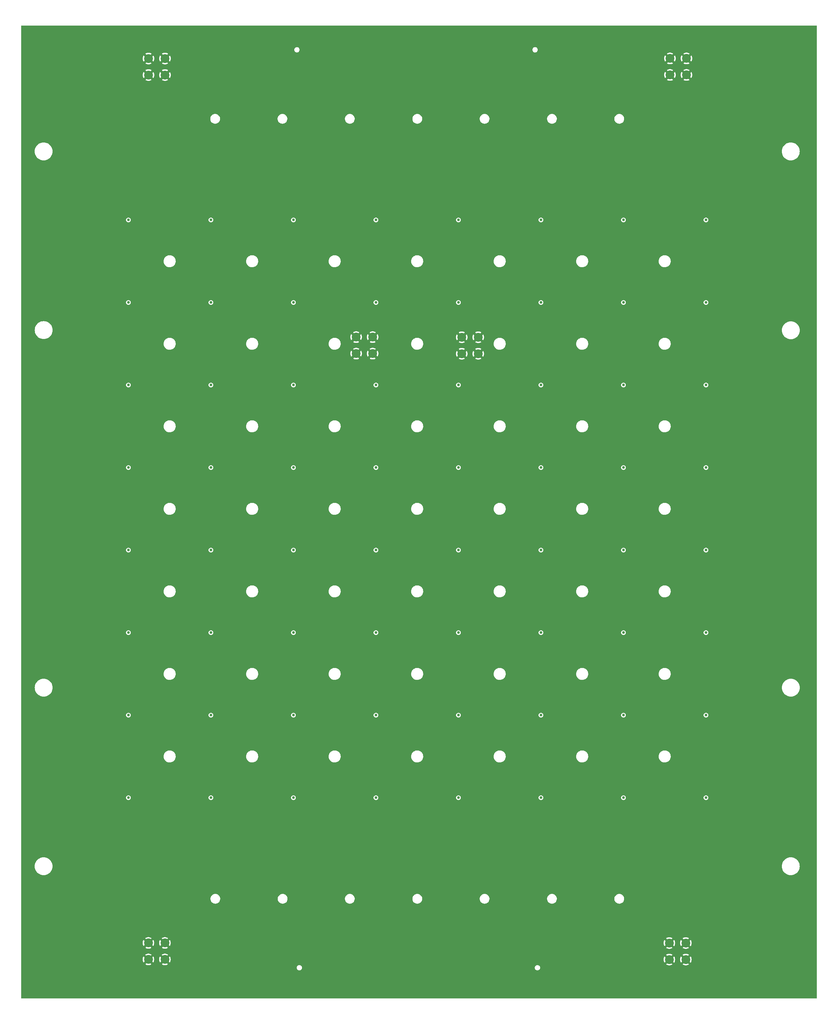
<source format=gbr>
%TF.GenerationSoftware,KiCad,Pcbnew,7.0.2*%
%TF.CreationDate,2023-05-22T19:30:06+02:00*%
%TF.ProjectId,Board2 - Housing and Samtech,426f6172-6432-4202-9d20-486f7573696e,rev?*%
%TF.SameCoordinates,Original*%
%TF.FileFunction,Copper,L3,Inr*%
%TF.FilePolarity,Positive*%
%FSLAX46Y46*%
G04 Gerber Fmt 4.6, Leading zero omitted, Abs format (unit mm)*
G04 Created by KiCad (PCBNEW 7.0.2) date 2023-05-22 19:30:06*
%MOMM*%
%LPD*%
G01*
G04 APERTURE LIST*
%TA.AperFunction,ComponentPad*%
%ADD10C,0.850000*%
%TD*%
%TA.AperFunction,ComponentPad*%
%ADD11C,2.740000*%
%TD*%
%TA.AperFunction,ViaPad*%
%ADD12C,0.800000*%
%TD*%
G04 APERTURE END LIST*
D10*
%TO.N,/f2*%
%TO.C,U42*%
X324256400Y-146837400D03*
%TD*%
%TO.N,/h7*%
%TO.C,U63*%
X375056400Y-273837400D03*
%TD*%
%TO.N,/e3*%
%TO.C,U35*%
X298856400Y-172237400D03*
%TD*%
%TO.N,/f6*%
%TO.C,U46*%
X324256400Y-248437400D03*
%TD*%
%TO.N,/b2*%
%TO.C,U10*%
X222656400Y-146837400D03*
%TD*%
%TO.N,/h1*%
%TO.C,U57*%
X375056400Y-121437400D03*
%TD*%
%TO.N,/f3*%
%TO.C,U43*%
X324256400Y-172237400D03*
%TD*%
%TO.N,/g1*%
%TO.C,U49*%
X349656400Y-121437400D03*
%TD*%
%TO.N,/b3*%
%TO.C,U11*%
X222656400Y-172237400D03*
%TD*%
%TO.N,/b1*%
%TO.C,U9*%
X222656400Y-121437400D03*
%TD*%
%TO.N,/g5*%
%TO.C,U53*%
X349656400Y-223037400D03*
%TD*%
%TO.N,/d8*%
%TO.C,U32*%
X273456400Y-299237400D03*
%TD*%
%TO.N,/e4*%
%TO.C,U36*%
X298856400Y-197637400D03*
%TD*%
%TO.N,/b4*%
%TO.C,U12*%
X222656400Y-197637400D03*
%TD*%
%TO.N,/a2*%
%TO.C,U2*%
X197256400Y-146837400D03*
%TD*%
%TO.N,/g2*%
%TO.C,U50*%
X349656400Y-146837400D03*
%TD*%
%TO.N,/c3*%
%TO.C,U19*%
X248056400Y-172237400D03*
%TD*%
%TO.N,/h2*%
%TO.C,U58*%
X375056400Y-146837400D03*
%TD*%
%TO.N,/b7*%
%TO.C,U15*%
X222656400Y-273837400D03*
%TD*%
%TO.N,/b8*%
%TO.C,U16*%
X222656400Y-299237400D03*
%TD*%
%TO.N,/d4*%
%TO.C,U28*%
X273456400Y-197637400D03*
%TD*%
%TO.N,/c4*%
%TO.C,U20*%
X248056400Y-197637400D03*
%TD*%
%TO.N,/c2*%
%TO.C,U18*%
X248056400Y-146837400D03*
%TD*%
%TO.N,/h8*%
%TO.C,U64*%
X375056400Y-299237400D03*
%TD*%
%TO.N,/d3*%
%TO.C,U27*%
X273456400Y-172237400D03*
%TD*%
%TO.N,/a8*%
%TO.C,U8*%
X197256400Y-299237400D03*
%TD*%
%TO.N,/g3*%
%TO.C,U51*%
X349656400Y-172237400D03*
%TD*%
%TO.N,/f5*%
%TO.C,U45*%
X324256400Y-223037400D03*
%TD*%
%TO.N,/e2*%
%TO.C,U34*%
X298856400Y-146837400D03*
%TD*%
%TO.N,/b6*%
%TO.C,U14*%
X222656400Y-248437400D03*
%TD*%
%TO.N,/f7*%
%TO.C,U47*%
X324256400Y-273837400D03*
%TD*%
%TO.N,/a3*%
%TO.C,U3*%
X197256400Y-172237400D03*
%TD*%
%TO.N,/e5*%
%TO.C,U37*%
X298856400Y-223037400D03*
%TD*%
%TO.N,/e8*%
%TO.C,U40*%
X298856400Y-299237400D03*
%TD*%
%TO.N,/g4*%
%TO.C,U52*%
X349656400Y-197637400D03*
%TD*%
%TO.N,/h6*%
%TO.C,U62*%
X375056400Y-248437400D03*
%TD*%
%TO.N,/h4*%
%TO.C,U60*%
X375056400Y-197637400D03*
%TD*%
%TO.N,/c1*%
%TO.C,U17*%
X248056400Y-121437400D03*
%TD*%
%TO.N,/g6*%
%TO.C,U54*%
X349656400Y-248437400D03*
%TD*%
%TO.N,/a5*%
%TO.C,U5*%
X197256400Y-223037400D03*
%TD*%
%TO.N,/c6*%
%TO.C,U22*%
X248056400Y-248437400D03*
%TD*%
%TO.N,/c5*%
%TO.C,U21*%
X248056400Y-223037400D03*
%TD*%
%TO.N,/f1*%
%TO.C,U41*%
X324256400Y-121437400D03*
%TD*%
%TO.N,/b5*%
%TO.C,U13*%
X222656400Y-223037400D03*
%TD*%
%TO.N,/h3*%
%TO.C,U59*%
X375056400Y-172237400D03*
%TD*%
%TO.N,/a4*%
%TO.C,U4*%
X197256400Y-197637400D03*
%TD*%
%TO.N,/d5*%
%TO.C,U29*%
X273456400Y-223037400D03*
%TD*%
%TO.N,/d2*%
%TO.C,U26*%
X273456400Y-146837400D03*
%TD*%
%TO.N,/e1*%
%TO.C,U33*%
X298856400Y-121437400D03*
%TD*%
%TO.N,/c7*%
%TO.C,U23*%
X248056400Y-273837400D03*
%TD*%
%TO.N,/a7*%
%TO.C,U7*%
X197256400Y-273837400D03*
%TD*%
%TO.N,/e7*%
%TO.C,U39*%
X298856400Y-273837400D03*
%TD*%
%TO.N,/f8*%
%TO.C,U48*%
X324256400Y-299237400D03*
%TD*%
%TO.N,/h5*%
%TO.C,U61*%
X375056400Y-223037400D03*
%TD*%
%TO.N,/c8*%
%TO.C,U24*%
X248056400Y-299237400D03*
%TD*%
%TO.N,/g7*%
%TO.C,U55*%
X349656400Y-273837400D03*
%TD*%
%TO.N,/a6*%
%TO.C,U6*%
X197256400Y-248437400D03*
%TD*%
%TO.N,/f4*%
%TO.C,U44*%
X324256400Y-197637400D03*
%TD*%
%TO.N,/d7*%
%TO.C,U31*%
X273456400Y-273837400D03*
%TD*%
%TO.N,/e6*%
%TO.C,U38*%
X298856400Y-248437400D03*
%TD*%
%TO.N,/d6*%
%TO.C,U30*%
X273456400Y-248437400D03*
%TD*%
%TO.N,/g8*%
%TO.C,U56*%
X349656400Y-299237400D03*
%TD*%
%TO.N,/a1*%
%TO.C,U1*%
X197256400Y-121437400D03*
%TD*%
%TO.N,/d1*%
%TO.C,U25*%
X273456400Y-121437400D03*
%TD*%
D11*
%TO.N,GND*%
%TO.C,REF\u002A\u002A*%
X208490000Y-349000000D03*
X208490000Y-343920000D03*
X203410000Y-349000000D03*
X203410000Y-343920000D03*
%TD*%
%TO.N,GND*%
%TO.C,REF\u002A\u002A*%
X369060000Y-76810000D03*
X369060000Y-71730000D03*
X363980000Y-76810000D03*
X363980000Y-71730000D03*
%TD*%
%TO.N,GND*%
%TO.C,REF\u002A\u002A*%
X304960000Y-162620000D03*
X304960000Y-157540000D03*
X299880000Y-162620000D03*
X299880000Y-157540000D03*
%TD*%
%TO.N,GND*%
%TO.C,REF\u002A\u002A*%
X272450000Y-162570000D03*
X272450000Y-157490000D03*
X267370000Y-162570000D03*
X267370000Y-157490000D03*
%TD*%
%TO.N,GND*%
%TO.C,REF\u002A\u002A*%
X208520000Y-76840000D03*
X208520000Y-71760000D03*
X203440000Y-76840000D03*
X203440000Y-71760000D03*
%TD*%
%TO.N,GND*%
%TO.C,REF\u002A\u002A*%
X368850000Y-349030000D03*
X368850000Y-343950000D03*
X363770000Y-349030000D03*
X363770000Y-343950000D03*
%TD*%
D12*
%TO.N,GND*%
X211406400Y-100472580D03*
X245906400Y-160714120D03*
X383906400Y-320177020D03*
X355156400Y-210324800D03*
X248781400Y-235130140D03*
X372406400Y-235130140D03*
X335031400Y-320177020D03*
X179781400Y-171344980D03*
X383906400Y-100472580D03*
X329281400Y-352069400D03*
X266031400Y-284740820D03*
X371406400Y-100472580D03*
X221031400Y-320177020D03*
X392531400Y-150083260D03*
X289031400Y-352069400D03*
X217156400Y-259935480D03*
X179781400Y-330807880D03*
X204281400Y-320177020D03*
X293406400Y-235130140D03*
X392531400Y-249304620D03*
X179781400Y-181975840D03*
X245906400Y-320177020D03*
X358031400Y-160714120D03*
X349406400Y-259935480D03*
X392531400Y-160714120D03*
X245906400Y-352069400D03*
X217156400Y-100472580D03*
X188406400Y-284740820D03*
X332156400Y-320177020D03*
X199906400Y-135908780D03*
X221031400Y-100472580D03*
X355156400Y-235130140D03*
X202781400Y-185519460D03*
X337906400Y-320177020D03*
X254531400Y-68580000D03*
X381031400Y-185519460D03*
X372406400Y-259935480D03*
X182656400Y-185519460D03*
X392531400Y-157170500D03*
X245906400Y-100472580D03*
X220031400Y-210324800D03*
X306281400Y-284740820D03*
X197031400Y-100472580D03*
X355156400Y-135908780D03*
X281391479Y-80860000D03*
X290991479Y-80860000D03*
X352281400Y-352069400D03*
X251656400Y-352069400D03*
X329281400Y-210324800D03*
X358031400Y-235130140D03*
X378156400Y-352069400D03*
X349406400Y-235130140D03*
X179781400Y-316633400D03*
X297656400Y-68580000D03*
X392531400Y-245761000D03*
X289031400Y-235130140D03*
X392531400Y-327264260D03*
X266031400Y-235130140D03*
X199906400Y-235130140D03*
X240156400Y-100472580D03*
X205656400Y-352069400D03*
X392531400Y-206781180D03*
X303406400Y-135908780D03*
X297656400Y-185519460D03*
X179781400Y-139452400D03*
X392531400Y-220955660D03*
X199906400Y-210324800D03*
X392531400Y-295371680D03*
X392531400Y-203237560D03*
X182656400Y-100472580D03*
X243031400Y-320177020D03*
X392531400Y-128821540D03*
X378156400Y-68580000D03*
X392531400Y-139452400D03*
X228656400Y-210324800D03*
X237281400Y-320177020D03*
X220031400Y-185519460D03*
X257406400Y-284740820D03*
X179781400Y-249304620D03*
X275156400Y-320177020D03*
X268906400Y-185519460D03*
X392531400Y-313089780D03*
X179781400Y-135908780D03*
X363781400Y-100472580D03*
X309156400Y-352069400D03*
X248781400Y-185519460D03*
X297656400Y-210324800D03*
X271781400Y-210324800D03*
X191281400Y-135908780D03*
X306281400Y-259935480D03*
X179781400Y-199693940D03*
X386781400Y-160714120D03*
X271781400Y-135908780D03*
X253656400Y-135908780D03*
X314906400Y-284740820D03*
X185531400Y-100472580D03*
X392531400Y-252848240D03*
X284591479Y-80860000D03*
X228656400Y-352069400D03*
X217156400Y-352069400D03*
X381031400Y-320177020D03*
X217156400Y-320177020D03*
X392531400Y-291828060D03*
X323531400Y-135908780D03*
X318781400Y-135908780D03*
X329281400Y-235130140D03*
X185531400Y-284740820D03*
X214281400Y-210324800D03*
X310270000Y-100470000D03*
X368031400Y-320177020D03*
X274656400Y-284740820D03*
X188406400Y-320177020D03*
X197031400Y-320177020D03*
X266031400Y-352069400D03*
X366656400Y-135908780D03*
X312550000Y-100472580D03*
X248781400Y-259935480D03*
X326406400Y-100472580D03*
X271781400Y-259935480D03*
X245906400Y-284740820D03*
X205656400Y-284740820D03*
X340781400Y-160714120D03*
X208531400Y-100472580D03*
X179781400Y-118190680D03*
X352281400Y-210324800D03*
X386781400Y-284740820D03*
X326406400Y-259935480D03*
X306281400Y-68580000D03*
X260281400Y-352069400D03*
X392531400Y-334351500D03*
X315406400Y-100472580D03*
X289031400Y-100472580D03*
X179781400Y-337895120D03*
X202781400Y-259935480D03*
X392531400Y-274109960D03*
X372406400Y-210324800D03*
X231531400Y-284740820D03*
X303406400Y-235130140D03*
X197031400Y-259935480D03*
X297656400Y-235130140D03*
X243031400Y-210324800D03*
X268906400Y-352069400D03*
X300531400Y-284740820D03*
X222906400Y-259935480D03*
X294191479Y-80860000D03*
X322531400Y-320177020D03*
X231531400Y-259935480D03*
X352281400Y-235130140D03*
X283281400Y-185519460D03*
X392531400Y-89841720D03*
X392531400Y-330807880D03*
X200906400Y-320177020D03*
X355156400Y-259935480D03*
X179781400Y-86298100D03*
X369531400Y-185519460D03*
X214281400Y-160714120D03*
X314906400Y-185519460D03*
X240156400Y-160714120D03*
X306281400Y-135908780D03*
X309156400Y-259935480D03*
X248781400Y-210324800D03*
X214281400Y-259935480D03*
X349406400Y-210324800D03*
X392531400Y-121734300D03*
X257406400Y-259935480D03*
X268906400Y-100472580D03*
X248781400Y-160714120D03*
X369531400Y-259935480D03*
X392531400Y-228042900D03*
X306281400Y-100472580D03*
X274656400Y-259935480D03*
X263156400Y-259935480D03*
X392531400Y-213868420D03*
X179781400Y-217412040D03*
X248781400Y-135908780D03*
X179781400Y-107559820D03*
X332156400Y-352069400D03*
X366656400Y-259935480D03*
X297656400Y-259935480D03*
X366656400Y-160714120D03*
X351281400Y-320177020D03*
X243031400Y-284740820D03*
X279031400Y-235130140D03*
X179781400Y-142996020D03*
X369531400Y-160714120D03*
X217156400Y-284740820D03*
X314906400Y-259935480D03*
X368031400Y-100472580D03*
X375281400Y-259935480D03*
X280406400Y-352069400D03*
X179781400Y-238673760D03*
X375281400Y-352069400D03*
X179781400Y-132365160D03*
X277531400Y-352069400D03*
X358031400Y-320177020D03*
X287721321Y-338860000D03*
X392531400Y-323720640D03*
X256906400Y-320177020D03*
X314906400Y-210324800D03*
X289031400Y-259935480D03*
X179781400Y-104016200D03*
X179781400Y-100472580D03*
X392531400Y-153626880D03*
X309156400Y-210324800D03*
X309156400Y-135908780D03*
X268906400Y-135908780D03*
X268906400Y-259935480D03*
X208531400Y-352069400D03*
X389656400Y-259935480D03*
X343656400Y-235130140D03*
X257406400Y-185519460D03*
X185531400Y-210324800D03*
X322531400Y-100472580D03*
X283281400Y-235130140D03*
X326406400Y-135908780D03*
X360906400Y-100472580D03*
X179781400Y-274109960D03*
X392531400Y-118190680D03*
X381031400Y-352069400D03*
X366656400Y-284740820D03*
X343656400Y-259935480D03*
X332156400Y-210324800D03*
X283281400Y-160714120D03*
X355156400Y-352069400D03*
X279031400Y-284740820D03*
X234406400Y-68580000D03*
X179781400Y-192606700D03*
X335031400Y-68580000D03*
X179781400Y-89841720D03*
X303406400Y-284740820D03*
X286156400Y-100472580D03*
X358031400Y-100472580D03*
X179781400Y-245761000D03*
X197031400Y-352069400D03*
X191281400Y-284740820D03*
X389656400Y-210324800D03*
X214281400Y-352069400D03*
X231531400Y-160714120D03*
X217156400Y-68580000D03*
X289031400Y-284740820D03*
X243031400Y-160714120D03*
X257406400Y-210324800D03*
X381031400Y-284740820D03*
X392531400Y-259935480D03*
X360906400Y-68580000D03*
X205656400Y-259935480D03*
X202781400Y-160714120D03*
X369531400Y-284740820D03*
X351281400Y-100472580D03*
X179781400Y-270566340D03*
X179781400Y-242217380D03*
X217156400Y-235130140D03*
X179781400Y-160714120D03*
X366656400Y-352069400D03*
X294121321Y-338860000D03*
X222906400Y-135908780D03*
X243031400Y-259935480D03*
X332156400Y-160714120D03*
X392531400Y-171344980D03*
X343656400Y-68580000D03*
X222906400Y-284740820D03*
X228656400Y-284740820D03*
X185531400Y-135908780D03*
X340781400Y-235130140D03*
X179781400Y-153626880D03*
X263156400Y-68580000D03*
X268906400Y-284740820D03*
X314906400Y-135908780D03*
X179781400Y-231586520D03*
X358031400Y-284740820D03*
X352281400Y-284740820D03*
X392531400Y-178432220D03*
X317781400Y-100472580D03*
X182656400Y-135908780D03*
X179781400Y-206781180D03*
X314906400Y-68580000D03*
X222906400Y-160714120D03*
X392531400Y-306002540D03*
X191281400Y-68580000D03*
X179781400Y-185519460D03*
X245906400Y-259935480D03*
X366656400Y-185519460D03*
X392531400Y-298915300D03*
X309156400Y-160714120D03*
X259730000Y-320177020D03*
X214281400Y-185519460D03*
X194156400Y-352069400D03*
X243031400Y-135908780D03*
X293406400Y-100472580D03*
X375281400Y-185519460D03*
X191281400Y-210324800D03*
X182656400Y-320177020D03*
X254531400Y-352069400D03*
X329281400Y-259935480D03*
X191281400Y-259935480D03*
X337906400Y-352069400D03*
X310220000Y-320200000D03*
X225781400Y-100472580D03*
X188406400Y-235130140D03*
X332156400Y-135908780D03*
X332156400Y-284740820D03*
X278906400Y-320177020D03*
X392531400Y-82754480D03*
X197031400Y-185519460D03*
X343656400Y-210324800D03*
X317781400Y-320177020D03*
X293406400Y-210324800D03*
X228656400Y-185519460D03*
X300531400Y-320177020D03*
X179781400Y-267022720D03*
X256906400Y-100472580D03*
X199906400Y-185519460D03*
X257406400Y-160714120D03*
X332156400Y-259935480D03*
X234406400Y-352069400D03*
X392531400Y-146539640D03*
X392531400Y-217412040D03*
X231531400Y-100472580D03*
X372406400Y-160714120D03*
X369531400Y-235130140D03*
X179781400Y-128821540D03*
X284521321Y-338860000D03*
X309156400Y-235130140D03*
X389656400Y-185519460D03*
X389656400Y-160714120D03*
X323531400Y-160714120D03*
X179781400Y-320177020D03*
X281321321Y-338860000D03*
X371406400Y-320177020D03*
X297156400Y-100472580D03*
X200906400Y-100472580D03*
X254531400Y-100472580D03*
X202781400Y-235130140D03*
X372406400Y-352069400D03*
X386781400Y-210324800D03*
X386781400Y-259935480D03*
X318781400Y-160714120D03*
X205656400Y-235130140D03*
X262100000Y-100470000D03*
X220031400Y-352069400D03*
X197031400Y-135908780D03*
X386781400Y-135908780D03*
X274656400Y-210324800D03*
X278906400Y-100472580D03*
X383906400Y-284740820D03*
X360906400Y-352069400D03*
X297656400Y-284740820D03*
X188406400Y-259935480D03*
X220031400Y-160714120D03*
X234406400Y-100472580D03*
X179781400Y-164257740D03*
X306281400Y-185519460D03*
X352281400Y-185519460D03*
X283281400Y-135908780D03*
X366656400Y-210324800D03*
X263156400Y-235130140D03*
X179781400Y-125277920D03*
X179781400Y-295371680D03*
X383906400Y-135908780D03*
X199906400Y-160714120D03*
X349406400Y-284740820D03*
X266031400Y-185519460D03*
X375281400Y-135908780D03*
X245906400Y-210324800D03*
X240156400Y-210324800D03*
X392531400Y-104016200D03*
X383906400Y-160714120D03*
X205656400Y-160714120D03*
X300531400Y-185519460D03*
X197031400Y-284740820D03*
X375281400Y-284740820D03*
X329281400Y-284740820D03*
X240156400Y-235130140D03*
X312031400Y-352069400D03*
X335031400Y-352069400D03*
X300531400Y-235130140D03*
X293406400Y-284740820D03*
X309156400Y-284740820D03*
X248781400Y-284740820D03*
X254531400Y-320177020D03*
X253656400Y-235130140D03*
X346531400Y-100472580D03*
X340781400Y-100472580D03*
X392531400Y-196150320D03*
X358031400Y-259935480D03*
X253656400Y-185519460D03*
X286156400Y-320177020D03*
X271781400Y-185519460D03*
X340781400Y-135908780D03*
X220031400Y-235130140D03*
X381031400Y-235130140D03*
X392531400Y-309546160D03*
X197031400Y-160714120D03*
X286191479Y-80860000D03*
X306281400Y-235130140D03*
X326406400Y-352069400D03*
X329281400Y-100472580D03*
X263156400Y-284740820D03*
X392531400Y-107559820D03*
X340781400Y-352069400D03*
X303406400Y-210324800D03*
X352281400Y-68580000D03*
X249781400Y-320177020D03*
X271781400Y-284740820D03*
X202781400Y-210324800D03*
X279031400Y-185519460D03*
X383906400Y-185519460D03*
X220031400Y-135908780D03*
X289031400Y-320177020D03*
X208531400Y-68580000D03*
X179781400Y-323720640D03*
X179781400Y-189063080D03*
X185531400Y-185519460D03*
X287791479Y-80860000D03*
X300531400Y-135908780D03*
X346531400Y-320177020D03*
X381031400Y-259935480D03*
X323531400Y-235130140D03*
X366656400Y-235130140D03*
X389656400Y-284740820D03*
X179781400Y-174888600D03*
X346531400Y-352069400D03*
X179781400Y-150083260D03*
X240156400Y-185519460D03*
X279721321Y-338860000D03*
X392531400Y-284740820D03*
X392531400Y-86298100D03*
X279791479Y-80860000D03*
X383906400Y-235130140D03*
X266031400Y-259935480D03*
X228656400Y-235130140D03*
X369531400Y-68580000D03*
X381031400Y-135908780D03*
X271781400Y-68580000D03*
X314906400Y-352069400D03*
X278121321Y-338860000D03*
X292591479Y-80860000D03*
X220031400Y-259935480D03*
X292521321Y-338860000D03*
X343656400Y-160714120D03*
X271781400Y-320177020D03*
X231531400Y-320177020D03*
X217156400Y-160714120D03*
X392531400Y-238673760D03*
X185531400Y-259935480D03*
X300531400Y-259935480D03*
X231531400Y-185519460D03*
X386781400Y-320177020D03*
X349406400Y-352069400D03*
X179781400Y-111103440D03*
X355156400Y-185519460D03*
X392531400Y-277653580D03*
X375281400Y-235130140D03*
X179781400Y-210324800D03*
X199906400Y-352069400D03*
X289031400Y-68580000D03*
X243031400Y-185519460D03*
X352281400Y-135908780D03*
X326406400Y-210324800D03*
X318781400Y-210324800D03*
X179781400Y-96928960D03*
X278191479Y-80860000D03*
X204281400Y-100472580D03*
X214281400Y-235130140D03*
X283281400Y-320177020D03*
X392531400Y-100472580D03*
X179781400Y-220955660D03*
X326406400Y-185519460D03*
X214281400Y-100472580D03*
X179781400Y-252848240D03*
X214281400Y-135908780D03*
X337906400Y-100472580D03*
X392531400Y-302458920D03*
X234406400Y-320177020D03*
X355156400Y-160714120D03*
X323531400Y-259935480D03*
X222906400Y-210324800D03*
X279031400Y-210324800D03*
X314906400Y-160714120D03*
X266031400Y-320177020D03*
X243031400Y-235130140D03*
X179781400Y-259935480D03*
X372406400Y-185519460D03*
X392531400Y-125277920D03*
X297656400Y-135908780D03*
X179781400Y-213868420D03*
X263156400Y-185519460D03*
X228656400Y-160714120D03*
X253656400Y-210324800D03*
X392531400Y-185519460D03*
X318781400Y-284740820D03*
X179781400Y-82754480D03*
X263156400Y-135908780D03*
X293406400Y-185519460D03*
X375281400Y-160714120D03*
X363781400Y-352069400D03*
X188406400Y-210324800D03*
X389656400Y-135908780D03*
X202781400Y-135908780D03*
X349406400Y-185519460D03*
X188406400Y-160714120D03*
X392531400Y-96928960D03*
X179781400Y-203237560D03*
X220031400Y-284740820D03*
X266031400Y-100472580D03*
X329281400Y-135908780D03*
X245906400Y-135908780D03*
X392531400Y-263479100D03*
X320656400Y-352069400D03*
X197031400Y-210324800D03*
X282921321Y-338860000D03*
X276591479Y-80860000D03*
X199906400Y-284740820D03*
X225781400Y-320177020D03*
X179781400Y-146539640D03*
X381031400Y-160714120D03*
X211406400Y-320177020D03*
X323531400Y-210324800D03*
X355156400Y-100472580D03*
X340781400Y-320177020D03*
X340781400Y-210324800D03*
X179781400Y-228042900D03*
X389656400Y-235130140D03*
X240156400Y-259935480D03*
X372406400Y-284740820D03*
X253656400Y-284740820D03*
X217156400Y-185519460D03*
X392531400Y-164257740D03*
X262020000Y-320180000D03*
X179781400Y-167801360D03*
X179781400Y-235130140D03*
X274656400Y-352069400D03*
X363781400Y-320177020D03*
X259820000Y-100460000D03*
X199906400Y-259935480D03*
X369531400Y-352069400D03*
X332156400Y-235130140D03*
X349406400Y-135908780D03*
X314906400Y-235130140D03*
X240156400Y-284740820D03*
X291906400Y-352069400D03*
X289031400Y-135908780D03*
X268906400Y-235130140D03*
X179781400Y-309546160D03*
X300531400Y-210324800D03*
X280406400Y-68580000D03*
X335031400Y-100472580D03*
X217156400Y-210324800D03*
X179781400Y-196150320D03*
X326406400Y-320177020D03*
X231531400Y-135908780D03*
X392531400Y-316633400D03*
X323531400Y-185519460D03*
X340781400Y-185519460D03*
X222906400Y-352069400D03*
X253656400Y-160714120D03*
X289031400Y-210324800D03*
X326406400Y-284740820D03*
X179781400Y-306002540D03*
X268906400Y-210324800D03*
X188406400Y-185519460D03*
X392531400Y-132365160D03*
X249781400Y-100472580D03*
X179781400Y-93385340D03*
X293406400Y-135908780D03*
X386781400Y-235130140D03*
X352281400Y-259935480D03*
X289321321Y-338860000D03*
X214281400Y-284740820D03*
X318781400Y-235130140D03*
X179781400Y-224499280D03*
X266031400Y-135908780D03*
X392531400Y-199693940D03*
X182656400Y-235130140D03*
X340781400Y-259935480D03*
X179781400Y-298915300D03*
X392531400Y-142996020D03*
X179781400Y-178432220D03*
X199906400Y-68580000D03*
X381031400Y-210324800D03*
X300531400Y-352069400D03*
X375281400Y-210324800D03*
X275156400Y-100472580D03*
X381031400Y-100472580D03*
X263156400Y-160714120D03*
X392531400Y-231586520D03*
X358031400Y-135908780D03*
X297656400Y-352069400D03*
X315406400Y-320177020D03*
X306281400Y-210324800D03*
X369531400Y-210324800D03*
X191281400Y-320177020D03*
X245906400Y-185519460D03*
X231531400Y-352069400D03*
X253656400Y-259935480D03*
X191281400Y-235130140D03*
X243031400Y-352069400D03*
X392531400Y-224499280D03*
X202781400Y-352069400D03*
X392531400Y-281197200D03*
X303406400Y-320177020D03*
X208531400Y-320177020D03*
X182656400Y-259935480D03*
X231531400Y-235130140D03*
X392531400Y-174888600D03*
X293406400Y-160714120D03*
X326406400Y-160714120D03*
X188406400Y-135908780D03*
X222906400Y-235130140D03*
X293406400Y-320177020D03*
X188406400Y-100472580D03*
X343656400Y-352069400D03*
X323531400Y-284740820D03*
X392531400Y-181975840D03*
X263156400Y-352069400D03*
X293406400Y-259935480D03*
X318781400Y-259935480D03*
X392531400Y-192606700D03*
X185531400Y-235130140D03*
X214281400Y-320177020D03*
X231531400Y-210324800D03*
X303406400Y-352069400D03*
X317781400Y-352069400D03*
X332156400Y-185519460D03*
X329281400Y-185519460D03*
X369531400Y-135908780D03*
X392531400Y-167801360D03*
X222906400Y-185519460D03*
X295721321Y-338860000D03*
X182656400Y-284740820D03*
X286121321Y-338860000D03*
X372406400Y-135908780D03*
X268906400Y-320177020D03*
X392531400Y-235130140D03*
X340781400Y-284740820D03*
X279031400Y-135908780D03*
X271781400Y-235130140D03*
X303406400Y-185519460D03*
X182656400Y-210324800D03*
X392531400Y-210324800D03*
X243031400Y-100472580D03*
X383906400Y-210324800D03*
X283281400Y-210324800D03*
X205656400Y-210324800D03*
X355156400Y-320177020D03*
X349406400Y-160714120D03*
X263156400Y-210324800D03*
X329281400Y-320177020D03*
X343656400Y-135908780D03*
X358031400Y-210324800D03*
X392531400Y-242217380D03*
X179781400Y-288284440D03*
X358031400Y-352069400D03*
X392531400Y-320177020D03*
X306281400Y-352069400D03*
X202781400Y-284740820D03*
X225781400Y-68580000D03*
X228656400Y-135908780D03*
X389656400Y-320177020D03*
X179781400Y-277653580D03*
X191281400Y-160714120D03*
X297156400Y-320177020D03*
X266031400Y-210324800D03*
X392531400Y-135908780D03*
X185531400Y-160714120D03*
X205656400Y-185519460D03*
X225781400Y-352069400D03*
X179781400Y-327264260D03*
X375281400Y-320177020D03*
X392531400Y-114647060D03*
X179781400Y-256391860D03*
X257406400Y-352069400D03*
X286156400Y-352069400D03*
X383906400Y-259935480D03*
X329281400Y-160714120D03*
X283281400Y-259935480D03*
X274656400Y-135908780D03*
X179781400Y-284740820D03*
X306281400Y-320177020D03*
X271781400Y-352069400D03*
X283281400Y-284740820D03*
X185531400Y-320177020D03*
X392531400Y-337895120D03*
X271781400Y-100472580D03*
X279031400Y-160714120D03*
X274656400Y-185519460D03*
X282991479Y-80860000D03*
X343656400Y-185519460D03*
X386781400Y-100472580D03*
X312520000Y-320177020D03*
X179781400Y-313089780D03*
X191281400Y-185519460D03*
X389656400Y-100472580D03*
X245906400Y-235130140D03*
X294781400Y-352069400D03*
X228656400Y-259935480D03*
X289391479Y-80860000D03*
X179781400Y-302458920D03*
X352281400Y-160714120D03*
X343656400Y-284740820D03*
X289031400Y-185519460D03*
X240156400Y-135908780D03*
X355156400Y-284740820D03*
X283281400Y-100472580D03*
X392531400Y-111103440D03*
X257406400Y-235130140D03*
X360906400Y-320177020D03*
X392531400Y-93385340D03*
X279031400Y-259935480D03*
X318781400Y-185519460D03*
X191281400Y-352069400D03*
X392531400Y-189063080D03*
X182656400Y-160714120D03*
X326406400Y-68580000D03*
X237281400Y-352069400D03*
X358031400Y-185519460D03*
X309156400Y-185519460D03*
X274656400Y-235130140D03*
X392531400Y-270566340D03*
X240156400Y-352069400D03*
X191281400Y-100472580D03*
X326406400Y-235130140D03*
X392531400Y-267022720D03*
X392531400Y-256391860D03*
X197031400Y-235130140D03*
X375281400Y-100472580D03*
X243031400Y-68580000D03*
X303406400Y-259935480D03*
X205656400Y-135908780D03*
X179781400Y-121734300D03*
X303406400Y-100472580D03*
X179781400Y-334351500D03*
X179781400Y-263479100D03*
X290921321Y-338860000D03*
X237281400Y-100472580D03*
X300531400Y-100472580D03*
X211406400Y-352069400D03*
X179781400Y-157170500D03*
X257406400Y-135908780D03*
X179781400Y-291828060D03*
X283281400Y-352069400D03*
X392531400Y-288284440D03*
X386781400Y-185519460D03*
X217156400Y-135908780D03*
X179781400Y-114647060D03*
X179781400Y-281197200D03*
X289031400Y-160714120D03*
%TD*%
%TA.AperFunction,Conductor*%
%TO.N,GND*%
G36*
X409169552Y-61616477D02*
G01*
X409172979Y-61624750D01*
X409172979Y-360964750D01*
X409169552Y-360973023D01*
X409161279Y-360976450D01*
X164278879Y-360976450D01*
X164270606Y-360973023D01*
X164267179Y-360964750D01*
X164267179Y-351569399D01*
X249050660Y-351569399D01*
X249071236Y-351752014D01*
X249131930Y-351925467D01*
X249131931Y-351925469D01*
X249131932Y-351925471D01*
X249229703Y-352081073D01*
X249359648Y-352211018D01*
X249515250Y-352308789D01*
X249515253Y-352308790D01*
X249688706Y-352369484D01*
X249729119Y-352374037D01*
X249825525Y-352384900D01*
X249825849Y-352384900D01*
X249916793Y-352384900D01*
X249917117Y-352384900D01*
X250053935Y-352369484D01*
X250227392Y-352308789D01*
X250382994Y-352211018D01*
X250512939Y-352081073D01*
X250610710Y-351925471D01*
X250671405Y-351752014D01*
X250691981Y-351569400D01*
X322350660Y-351569400D01*
X322371236Y-351752014D01*
X322431930Y-351925467D01*
X322431931Y-351925469D01*
X322431932Y-351925471D01*
X322529703Y-352081073D01*
X322659648Y-352211018D01*
X322815250Y-352308789D01*
X322815253Y-352308790D01*
X322988706Y-352369484D01*
X323029119Y-352374037D01*
X323125525Y-352384900D01*
X323125849Y-352384900D01*
X323216793Y-352384900D01*
X323217117Y-352384900D01*
X323353935Y-352369484D01*
X323527392Y-352308789D01*
X323682994Y-352211018D01*
X323812939Y-352081073D01*
X323910710Y-351925471D01*
X323971405Y-351752014D01*
X323991981Y-351569400D01*
X323971405Y-351386786D01*
X323910710Y-351213329D01*
X323812939Y-351057727D01*
X323682994Y-350927782D01*
X323527392Y-350830011D01*
X323527390Y-350830010D01*
X323527388Y-350830009D01*
X323353935Y-350769315D01*
X323217442Y-350753936D01*
X323217431Y-350753935D01*
X323217117Y-350753900D01*
X323125525Y-350753900D01*
X323125211Y-350753935D01*
X323125199Y-350753936D01*
X322988706Y-350769315D01*
X322815253Y-350830009D01*
X322659645Y-350927784D01*
X322529705Y-351057724D01*
X322431930Y-351213332D01*
X322371236Y-351386785D01*
X322350660Y-351569400D01*
X250691981Y-351569400D01*
X250671405Y-351386786D01*
X250610710Y-351213329D01*
X250512939Y-351057727D01*
X250382994Y-350927782D01*
X250227392Y-350830011D01*
X250227390Y-350830010D01*
X250227388Y-350830009D01*
X250053935Y-350769315D01*
X249917442Y-350753936D01*
X249917431Y-350753935D01*
X249917117Y-350753900D01*
X249825525Y-350753900D01*
X249825211Y-350753935D01*
X249825199Y-350753936D01*
X249688706Y-350769315D01*
X249515253Y-350830009D01*
X249359645Y-350927784D01*
X249229705Y-351057724D01*
X249131930Y-351213332D01*
X249071236Y-351386785D01*
X249050660Y-351569399D01*
X164267179Y-351569399D01*
X164267179Y-349000000D01*
X201628618Y-349000000D01*
X201648515Y-349265497D01*
X201707761Y-349525074D01*
X201805028Y-349772907D01*
X201912364Y-349958819D01*
X202601726Y-349269457D01*
X202614873Y-349316808D01*
X202701567Y-349480330D01*
X202821386Y-349621392D01*
X202968729Y-349733399D01*
X203136704Y-349811112D01*
X203137522Y-349811292D01*
X202451991Y-350496822D01*
X202451991Y-350496823D01*
X202519313Y-350542723D01*
X202759185Y-350658240D01*
X203013606Y-350736718D01*
X203276875Y-350776400D01*
X203543125Y-350776400D01*
X203806393Y-350736718D01*
X204060814Y-350658240D01*
X204300687Y-350542723D01*
X204368008Y-350496824D01*
X204368008Y-350496823D01*
X203678588Y-349807403D01*
X203769390Y-349776809D01*
X203927979Y-349681390D01*
X204062347Y-349554109D01*
X204166213Y-349400919D01*
X204218501Y-349269686D01*
X204907635Y-349958820D01*
X205014971Y-349772907D01*
X205112238Y-349525074D01*
X205171484Y-349265497D01*
X205191381Y-349000000D01*
X206708618Y-349000000D01*
X206728515Y-349265497D01*
X206787761Y-349525074D01*
X206885028Y-349772907D01*
X206992364Y-349958819D01*
X207681725Y-349269457D01*
X207694873Y-349316808D01*
X207781567Y-349480330D01*
X207901386Y-349621392D01*
X208048729Y-349733399D01*
X208216704Y-349811112D01*
X208217522Y-349811292D01*
X207531991Y-350496822D01*
X207531991Y-350496823D01*
X207599313Y-350542723D01*
X207839185Y-350658240D01*
X208093606Y-350736718D01*
X208356875Y-350776400D01*
X208623125Y-350776400D01*
X208886393Y-350736718D01*
X209140814Y-350658240D01*
X209380687Y-350542723D01*
X209448008Y-350496824D01*
X209448008Y-350496823D01*
X208758588Y-349807403D01*
X208849390Y-349776809D01*
X209007979Y-349681390D01*
X209142347Y-349554109D01*
X209246213Y-349400919D01*
X209298501Y-349269686D01*
X209987635Y-349958820D01*
X210094971Y-349772907D01*
X210192238Y-349525074D01*
X210251484Y-349265497D01*
X210269133Y-349030000D01*
X361988618Y-349030000D01*
X362008515Y-349295497D01*
X362067761Y-349555074D01*
X362165028Y-349802907D01*
X362272364Y-349988819D01*
X362961726Y-349299458D01*
X362974873Y-349346808D01*
X363061567Y-349510330D01*
X363181386Y-349651392D01*
X363328729Y-349763399D01*
X363496704Y-349841112D01*
X363497522Y-349841292D01*
X362811991Y-350526822D01*
X362811991Y-350526823D01*
X362879313Y-350572723D01*
X363119185Y-350688240D01*
X363373606Y-350766718D01*
X363636875Y-350806400D01*
X363903125Y-350806400D01*
X364166393Y-350766718D01*
X364420814Y-350688240D01*
X364660687Y-350572723D01*
X364728008Y-350526824D01*
X364728008Y-350526823D01*
X364038588Y-349837403D01*
X364129390Y-349806809D01*
X364287979Y-349711390D01*
X364422347Y-349584109D01*
X364526213Y-349430919D01*
X364578501Y-349299685D01*
X365267635Y-349988820D01*
X365374971Y-349802907D01*
X365472238Y-349555074D01*
X365531484Y-349295497D01*
X365551381Y-349030000D01*
X367068618Y-349030000D01*
X367088515Y-349295497D01*
X367147761Y-349555074D01*
X367245028Y-349802907D01*
X367352364Y-349988819D01*
X368041726Y-349299458D01*
X368054873Y-349346808D01*
X368141567Y-349510330D01*
X368261386Y-349651392D01*
X368408729Y-349763399D01*
X368576704Y-349841112D01*
X368577522Y-349841292D01*
X367891991Y-350526822D01*
X367891991Y-350526823D01*
X367959313Y-350572723D01*
X368199185Y-350688240D01*
X368453606Y-350766718D01*
X368716875Y-350806400D01*
X368983125Y-350806400D01*
X369246393Y-350766718D01*
X369500814Y-350688240D01*
X369740687Y-350572723D01*
X369808008Y-350526824D01*
X369808008Y-350526823D01*
X369118588Y-349837403D01*
X369209390Y-349806809D01*
X369367979Y-349711390D01*
X369502347Y-349584109D01*
X369606213Y-349430919D01*
X369658501Y-349299686D01*
X370347635Y-349988820D01*
X370454971Y-349802907D01*
X370552238Y-349555074D01*
X370611484Y-349295497D01*
X370631381Y-349030000D01*
X370611484Y-348764502D01*
X370552238Y-348504925D01*
X370454971Y-348257092D01*
X370347634Y-348071179D01*
X369658273Y-348760539D01*
X369645127Y-348713192D01*
X369558433Y-348549670D01*
X369438614Y-348408608D01*
X369291271Y-348296601D01*
X369123296Y-348218888D01*
X369122475Y-348218707D01*
X369808008Y-347533175D01*
X369808008Y-347533174D01*
X369740687Y-347487276D01*
X369500814Y-347371759D01*
X369246393Y-347293281D01*
X368983125Y-347253600D01*
X368716875Y-347253600D01*
X368453606Y-347293281D01*
X368199185Y-347371759D01*
X367959313Y-347487276D01*
X367891991Y-347533175D01*
X367891991Y-347533176D01*
X368581411Y-348222596D01*
X368490610Y-348253191D01*
X368332021Y-348348610D01*
X368197653Y-348475891D01*
X368093787Y-348629081D01*
X368041498Y-348760313D01*
X367352364Y-348071179D01*
X367245028Y-348257092D01*
X367147761Y-348504925D01*
X367088515Y-348764502D01*
X367068618Y-349030000D01*
X365551381Y-349030000D01*
X365531484Y-348764502D01*
X365472238Y-348504925D01*
X365374971Y-348257092D01*
X365267634Y-348071179D01*
X364578273Y-348760540D01*
X364565127Y-348713192D01*
X364478433Y-348549670D01*
X364358614Y-348408608D01*
X364211271Y-348296601D01*
X364043296Y-348218888D01*
X364042475Y-348218707D01*
X364728008Y-347533175D01*
X364728008Y-347533174D01*
X364660687Y-347487276D01*
X364420814Y-347371759D01*
X364166393Y-347293281D01*
X363903125Y-347253600D01*
X363636875Y-347253600D01*
X363373606Y-347293281D01*
X363119185Y-347371759D01*
X362879313Y-347487276D01*
X362811991Y-347533175D01*
X362811991Y-347533176D01*
X363501411Y-348222596D01*
X363410610Y-348253191D01*
X363252021Y-348348610D01*
X363117653Y-348475891D01*
X363013787Y-348629081D01*
X362961498Y-348760313D01*
X362272364Y-348071179D01*
X362165028Y-348257092D01*
X362067761Y-348504925D01*
X362008515Y-348764502D01*
X361988618Y-349030000D01*
X210269133Y-349030000D01*
X210271381Y-349000000D01*
X210251484Y-348734502D01*
X210192238Y-348474925D01*
X210094971Y-348227092D01*
X209987634Y-348041179D01*
X209298273Y-348730540D01*
X209285127Y-348683192D01*
X209198433Y-348519670D01*
X209078614Y-348378608D01*
X208931271Y-348266601D01*
X208763296Y-348188888D01*
X208762475Y-348188707D01*
X209448008Y-347503175D01*
X209448008Y-347503174D01*
X209380687Y-347457276D01*
X209140814Y-347341759D01*
X208886393Y-347263281D01*
X208623125Y-347223600D01*
X208356875Y-347223600D01*
X208093606Y-347263281D01*
X207839185Y-347341759D01*
X207599313Y-347457276D01*
X207531991Y-347503175D01*
X207531991Y-347503176D01*
X208221411Y-348192596D01*
X208130610Y-348223191D01*
X207972021Y-348318610D01*
X207837653Y-348445891D01*
X207733787Y-348599081D01*
X207681498Y-348730313D01*
X206992364Y-348041179D01*
X206885028Y-348227092D01*
X206787761Y-348474925D01*
X206728515Y-348734502D01*
X206708618Y-349000000D01*
X205191381Y-349000000D01*
X205171484Y-348734502D01*
X205112238Y-348474925D01*
X205014971Y-348227092D01*
X204907634Y-348041179D01*
X204218273Y-348730540D01*
X204205127Y-348683192D01*
X204118433Y-348519670D01*
X203998614Y-348378608D01*
X203851271Y-348266601D01*
X203683296Y-348188888D01*
X203682475Y-348188707D01*
X204368008Y-347503175D01*
X204368008Y-347503174D01*
X204300687Y-347457276D01*
X204060814Y-347341759D01*
X203806393Y-347263281D01*
X203543125Y-347223600D01*
X203276875Y-347223600D01*
X203013606Y-347263281D01*
X202759185Y-347341759D01*
X202519313Y-347457276D01*
X202451991Y-347503175D01*
X202451991Y-347503176D01*
X203141411Y-348192596D01*
X203050610Y-348223191D01*
X202892021Y-348318610D01*
X202757653Y-348445891D01*
X202653787Y-348599081D01*
X202601498Y-348730313D01*
X201912364Y-348041179D01*
X201805028Y-348227092D01*
X201707761Y-348474925D01*
X201648515Y-348734502D01*
X201628618Y-349000000D01*
X164267179Y-349000000D01*
X164267179Y-343920000D01*
X201628618Y-343920000D01*
X201648515Y-344185497D01*
X201707761Y-344445074D01*
X201805028Y-344692907D01*
X201912364Y-344878819D01*
X202601725Y-344189457D01*
X202614873Y-344236808D01*
X202701567Y-344400330D01*
X202821386Y-344541392D01*
X202968729Y-344653399D01*
X203136704Y-344731112D01*
X203137522Y-344731292D01*
X202451991Y-345416822D01*
X202451991Y-345416823D01*
X202519313Y-345462723D01*
X202759185Y-345578240D01*
X203013606Y-345656718D01*
X203276875Y-345696400D01*
X203543125Y-345696400D01*
X203806393Y-345656718D01*
X204060814Y-345578240D01*
X204300687Y-345462723D01*
X204368008Y-345416824D01*
X204368008Y-345416823D01*
X203678588Y-344727403D01*
X203769390Y-344696809D01*
X203927979Y-344601390D01*
X204062347Y-344474109D01*
X204166213Y-344320919D01*
X204218501Y-344189686D01*
X204907635Y-344878820D01*
X205014971Y-344692907D01*
X205112238Y-344445074D01*
X205171484Y-344185497D01*
X205191381Y-343920000D01*
X206708618Y-343920000D01*
X206728515Y-344185497D01*
X206787761Y-344445074D01*
X206885028Y-344692907D01*
X206992364Y-344878819D01*
X207681726Y-344189457D01*
X207694873Y-344236808D01*
X207781567Y-344400330D01*
X207901386Y-344541392D01*
X208048729Y-344653399D01*
X208216704Y-344731112D01*
X208217522Y-344731292D01*
X207531991Y-345416822D01*
X207531991Y-345416823D01*
X207599313Y-345462723D01*
X207839185Y-345578240D01*
X208093606Y-345656718D01*
X208356875Y-345696400D01*
X208623125Y-345696400D01*
X208886393Y-345656718D01*
X209140814Y-345578240D01*
X209380687Y-345462723D01*
X209448008Y-345416824D01*
X209448008Y-345416823D01*
X208758588Y-344727403D01*
X208849390Y-344696809D01*
X209007979Y-344601390D01*
X209142347Y-344474109D01*
X209246213Y-344320919D01*
X209298501Y-344189686D01*
X209987635Y-344878820D01*
X210094971Y-344692907D01*
X210192238Y-344445074D01*
X210251484Y-344185497D01*
X210269133Y-343950000D01*
X361988618Y-343950000D01*
X362008515Y-344215497D01*
X362067761Y-344475074D01*
X362165028Y-344722907D01*
X362272364Y-344908819D01*
X362961725Y-344219457D01*
X362974873Y-344266808D01*
X363061567Y-344430330D01*
X363181386Y-344571392D01*
X363328729Y-344683399D01*
X363496704Y-344761112D01*
X363497522Y-344761292D01*
X362811991Y-345446822D01*
X362811991Y-345446823D01*
X362879313Y-345492723D01*
X363119185Y-345608240D01*
X363373606Y-345686718D01*
X363636875Y-345726400D01*
X363903125Y-345726400D01*
X364166393Y-345686718D01*
X364420814Y-345608240D01*
X364660687Y-345492723D01*
X364728008Y-345446824D01*
X364728008Y-345446823D01*
X364038588Y-344757403D01*
X364129390Y-344726809D01*
X364287979Y-344631390D01*
X364422347Y-344504109D01*
X364526213Y-344350919D01*
X364578501Y-344219686D01*
X365267635Y-344908820D01*
X365374971Y-344722907D01*
X365472238Y-344475074D01*
X365531484Y-344215497D01*
X365551381Y-343950000D01*
X367068618Y-343950000D01*
X367088515Y-344215497D01*
X367147761Y-344475074D01*
X367245028Y-344722907D01*
X367352364Y-344908819D01*
X368041726Y-344219458D01*
X368054873Y-344266808D01*
X368141567Y-344430330D01*
X368261386Y-344571392D01*
X368408729Y-344683399D01*
X368576704Y-344761112D01*
X368577522Y-344761292D01*
X367891991Y-345446822D01*
X367891991Y-345446823D01*
X367959313Y-345492723D01*
X368199185Y-345608240D01*
X368453606Y-345686718D01*
X368716875Y-345726400D01*
X368983125Y-345726400D01*
X369246393Y-345686718D01*
X369500814Y-345608240D01*
X369740687Y-345492723D01*
X369808008Y-345446824D01*
X369808008Y-345446823D01*
X369118588Y-344757403D01*
X369209390Y-344726809D01*
X369367979Y-344631390D01*
X369502347Y-344504109D01*
X369606213Y-344350919D01*
X369658501Y-344219686D01*
X370347635Y-344908820D01*
X370454971Y-344722907D01*
X370552238Y-344475074D01*
X370611484Y-344215497D01*
X370631381Y-343949999D01*
X370611484Y-343684502D01*
X370552238Y-343424925D01*
X370454971Y-343177092D01*
X370347634Y-342991179D01*
X369658273Y-343680540D01*
X369645127Y-343633192D01*
X369558433Y-343469670D01*
X369438614Y-343328608D01*
X369291271Y-343216601D01*
X369123296Y-343138888D01*
X369122475Y-343138707D01*
X369808008Y-342453175D01*
X369808008Y-342453174D01*
X369740687Y-342407276D01*
X369500814Y-342291759D01*
X369246393Y-342213281D01*
X368983125Y-342173600D01*
X368716875Y-342173600D01*
X368453606Y-342213281D01*
X368199185Y-342291759D01*
X367959313Y-342407276D01*
X367891991Y-342453175D01*
X367891991Y-342453176D01*
X368581411Y-343142596D01*
X368490610Y-343173191D01*
X368332021Y-343268610D01*
X368197653Y-343395891D01*
X368093787Y-343549081D01*
X368041498Y-343680313D01*
X367352364Y-342991179D01*
X367245028Y-343177092D01*
X367147761Y-343424925D01*
X367088515Y-343684502D01*
X367068618Y-343950000D01*
X365551381Y-343950000D01*
X365531484Y-343684502D01*
X365472238Y-343424925D01*
X365374971Y-343177092D01*
X365267634Y-342991179D01*
X364578273Y-343680540D01*
X364565127Y-343633192D01*
X364478433Y-343469670D01*
X364358614Y-343328608D01*
X364211271Y-343216601D01*
X364043296Y-343138888D01*
X364042475Y-343138707D01*
X364728008Y-342453175D01*
X364728008Y-342453174D01*
X364660687Y-342407276D01*
X364420814Y-342291759D01*
X364166393Y-342213281D01*
X363903125Y-342173600D01*
X363636875Y-342173600D01*
X363373606Y-342213281D01*
X363119185Y-342291759D01*
X362879313Y-342407276D01*
X362811991Y-342453175D01*
X362811991Y-342453176D01*
X363501411Y-343142596D01*
X363410610Y-343173191D01*
X363252021Y-343268610D01*
X363117653Y-343395891D01*
X363013787Y-343549081D01*
X362961498Y-343680313D01*
X362272364Y-342991179D01*
X362165028Y-343177092D01*
X362067761Y-343424925D01*
X362008515Y-343684502D01*
X361988618Y-343950000D01*
X210269133Y-343950000D01*
X210271381Y-343920000D01*
X210251484Y-343654502D01*
X210192238Y-343394925D01*
X210094971Y-343147092D01*
X209987634Y-342961179D01*
X209298273Y-343650540D01*
X209285127Y-343603192D01*
X209198433Y-343439670D01*
X209078614Y-343298608D01*
X208931271Y-343186601D01*
X208763296Y-343108888D01*
X208762475Y-343108707D01*
X209448008Y-342423175D01*
X209448008Y-342423174D01*
X209380687Y-342377276D01*
X209140814Y-342261759D01*
X208886393Y-342183281D01*
X208623125Y-342143600D01*
X208356875Y-342143600D01*
X208093606Y-342183281D01*
X207839185Y-342261759D01*
X207599313Y-342377276D01*
X207531991Y-342423175D01*
X207531991Y-342423176D01*
X208221411Y-343112596D01*
X208130610Y-343143191D01*
X207972021Y-343238610D01*
X207837653Y-343365891D01*
X207733787Y-343519081D01*
X207681498Y-343650313D01*
X206992364Y-342961179D01*
X206885028Y-343147092D01*
X206787761Y-343394925D01*
X206728515Y-343654502D01*
X206708618Y-343920000D01*
X205191381Y-343920000D01*
X205171484Y-343654502D01*
X205112238Y-343394925D01*
X205014971Y-343147092D01*
X204907634Y-342961179D01*
X204218273Y-343650539D01*
X204205127Y-343603192D01*
X204118433Y-343439670D01*
X203998614Y-343298608D01*
X203851271Y-343186601D01*
X203683296Y-343108888D01*
X203682475Y-343108707D01*
X204368008Y-342423175D01*
X204368008Y-342423174D01*
X204300687Y-342377276D01*
X204060814Y-342261759D01*
X203806393Y-342183281D01*
X203543125Y-342143600D01*
X203276875Y-342143600D01*
X203013606Y-342183281D01*
X202759185Y-342261759D01*
X202519313Y-342377276D01*
X202451991Y-342423175D01*
X202451991Y-342423176D01*
X203141411Y-343112596D01*
X203050610Y-343143191D01*
X202892021Y-343238610D01*
X202757653Y-343365891D01*
X202653787Y-343519081D01*
X202601498Y-343650313D01*
X201912364Y-342961179D01*
X201805028Y-343147092D01*
X201707761Y-343394925D01*
X201648515Y-343654502D01*
X201628618Y-343920000D01*
X164267179Y-343920000D01*
X164267179Y-330468886D01*
X222506979Y-330468886D01*
X222547907Y-330714162D01*
X222547908Y-330714164D01*
X222628651Y-330949360D01*
X222747005Y-331168059D01*
X222899741Y-331364294D01*
X222995000Y-331451986D01*
X223082693Y-331532714D01*
X223278856Y-331660872D01*
X223290872Y-331668723D01*
X223518598Y-331768613D01*
X223759658Y-331829658D01*
X223945412Y-331845050D01*
X223945654Y-331845050D01*
X224069304Y-331845050D01*
X224069546Y-331845050D01*
X224255300Y-331829658D01*
X224496360Y-331768613D01*
X224724086Y-331668723D01*
X224932264Y-331532714D01*
X225115217Y-331364294D01*
X225267953Y-331168059D01*
X225386307Y-330949360D01*
X225467050Y-330714164D01*
X225507979Y-330468886D01*
X243233379Y-330468886D01*
X243274307Y-330714162D01*
X243274308Y-330714164D01*
X243355051Y-330949360D01*
X243473405Y-331168059D01*
X243626141Y-331364294D01*
X243721400Y-331451986D01*
X243809093Y-331532714D01*
X244005256Y-331660872D01*
X244017272Y-331668723D01*
X244244998Y-331768613D01*
X244486058Y-331829658D01*
X244671812Y-331845050D01*
X244672054Y-331845050D01*
X244795704Y-331845050D01*
X244795946Y-331845050D01*
X244981700Y-331829658D01*
X245222760Y-331768613D01*
X245450486Y-331668723D01*
X245658664Y-331532714D01*
X245841617Y-331364294D01*
X245994353Y-331168059D01*
X246112707Y-330949360D01*
X246193450Y-330714164D01*
X246234379Y-330468886D01*
X263908979Y-330468886D01*
X263949907Y-330714162D01*
X263949908Y-330714164D01*
X264030651Y-330949360D01*
X264149005Y-331168059D01*
X264301741Y-331364294D01*
X264397000Y-331451986D01*
X264484693Y-331532714D01*
X264680856Y-331660872D01*
X264692872Y-331668723D01*
X264920598Y-331768613D01*
X265161658Y-331829658D01*
X265347412Y-331845050D01*
X265347654Y-331845050D01*
X265471304Y-331845050D01*
X265471546Y-331845050D01*
X265657300Y-331829658D01*
X265898360Y-331768613D01*
X266126086Y-331668723D01*
X266334264Y-331532714D01*
X266517217Y-331364294D01*
X266669953Y-331168059D01*
X266788307Y-330949360D01*
X266869050Y-330714164D01*
X266909979Y-330468886D01*
X284686179Y-330468886D01*
X284727107Y-330714162D01*
X284727108Y-330714164D01*
X284807851Y-330949360D01*
X284926205Y-331168059D01*
X285078941Y-331364294D01*
X285174200Y-331451986D01*
X285261893Y-331532714D01*
X285458056Y-331660872D01*
X285470072Y-331668723D01*
X285697798Y-331768613D01*
X285938858Y-331829658D01*
X286124612Y-331845050D01*
X286124854Y-331845050D01*
X286248504Y-331845050D01*
X286248746Y-331845050D01*
X286434500Y-331829658D01*
X286675560Y-331768613D01*
X286903286Y-331668723D01*
X287111464Y-331532714D01*
X287294417Y-331364294D01*
X287447153Y-331168059D01*
X287565507Y-330949360D01*
X287646250Y-330714164D01*
X287687179Y-330468886D01*
X305412579Y-330468886D01*
X305453507Y-330714162D01*
X305453508Y-330714164D01*
X305534251Y-330949360D01*
X305652605Y-331168059D01*
X305805341Y-331364294D01*
X305900600Y-331451986D01*
X305988293Y-331532714D01*
X306184456Y-331660872D01*
X306196472Y-331668723D01*
X306424198Y-331768613D01*
X306665258Y-331829658D01*
X306851012Y-331845050D01*
X306851254Y-331845050D01*
X306974904Y-331845050D01*
X306975146Y-331845050D01*
X307160900Y-331829658D01*
X307401960Y-331768613D01*
X307629686Y-331668723D01*
X307837864Y-331532714D01*
X308020817Y-331364294D01*
X308173553Y-331168059D01*
X308291907Y-330949360D01*
X308372650Y-330714164D01*
X308413579Y-330468886D01*
X326138979Y-330468886D01*
X326179907Y-330714162D01*
X326179908Y-330714164D01*
X326260651Y-330949360D01*
X326379005Y-331168059D01*
X326531741Y-331364294D01*
X326627000Y-331451986D01*
X326714693Y-331532714D01*
X326910856Y-331660872D01*
X326922872Y-331668723D01*
X327150598Y-331768613D01*
X327391658Y-331829658D01*
X327577412Y-331845050D01*
X327577654Y-331845050D01*
X327701304Y-331845050D01*
X327701546Y-331845050D01*
X327887300Y-331829658D01*
X328128360Y-331768613D01*
X328356086Y-331668723D01*
X328564264Y-331532714D01*
X328747217Y-331364294D01*
X328899953Y-331168059D01*
X329018307Y-330949360D01*
X329099050Y-330714164D01*
X329139979Y-330468886D01*
X346865379Y-330468886D01*
X346906307Y-330714162D01*
X346906308Y-330714164D01*
X346987051Y-330949360D01*
X347105405Y-331168059D01*
X347258141Y-331364294D01*
X347353400Y-331451986D01*
X347441093Y-331532714D01*
X347637256Y-331660872D01*
X347649272Y-331668723D01*
X347876998Y-331768613D01*
X348118058Y-331829658D01*
X348303812Y-331845050D01*
X348304054Y-331845050D01*
X348427704Y-331845050D01*
X348427946Y-331845050D01*
X348613700Y-331829658D01*
X348854760Y-331768613D01*
X349082486Y-331668723D01*
X349290664Y-331532714D01*
X349473617Y-331364294D01*
X349626353Y-331168059D01*
X349744707Y-330949360D01*
X349825450Y-330714164D01*
X349866379Y-330468885D01*
X349866379Y-330220215D01*
X349825450Y-329974936D01*
X349744707Y-329739740D01*
X349626353Y-329521041D01*
X349473617Y-329324806D01*
X349385923Y-329244078D01*
X349290664Y-329156385D01*
X349082488Y-329020378D01*
X349082486Y-329020377D01*
X348854760Y-328920487D01*
X348854758Y-328920486D01*
X348854757Y-328920486D01*
X348613699Y-328859441D01*
X348428188Y-328844070D01*
X348428186Y-328844069D01*
X348427946Y-328844050D01*
X348303812Y-328844050D01*
X348303572Y-328844069D01*
X348303569Y-328844070D01*
X348118058Y-328859441D01*
X347877000Y-328920486D01*
X347649269Y-329020378D01*
X347441093Y-329156385D01*
X347258141Y-329324806D01*
X347105407Y-329521038D01*
X346987050Y-329739742D01*
X346906307Y-329974937D01*
X346865379Y-330220213D01*
X346865379Y-330468886D01*
X329139979Y-330468886D01*
X329139979Y-330468885D01*
X329139979Y-330220215D01*
X329099050Y-329974936D01*
X329018307Y-329739740D01*
X328899953Y-329521041D01*
X328747217Y-329324806D01*
X328659523Y-329244078D01*
X328564264Y-329156385D01*
X328356088Y-329020378D01*
X328356086Y-329020377D01*
X328128360Y-328920487D01*
X328128358Y-328920486D01*
X328128357Y-328920486D01*
X327887299Y-328859441D01*
X327701788Y-328844070D01*
X327701786Y-328844069D01*
X327701546Y-328844050D01*
X327577412Y-328844050D01*
X327577172Y-328844069D01*
X327577169Y-328844070D01*
X327391658Y-328859441D01*
X327150600Y-328920486D01*
X326922869Y-329020378D01*
X326714693Y-329156385D01*
X326531741Y-329324806D01*
X326379007Y-329521038D01*
X326260650Y-329739742D01*
X326179907Y-329974937D01*
X326138979Y-330220213D01*
X326138979Y-330468886D01*
X308413579Y-330468886D01*
X308413579Y-330468885D01*
X308413579Y-330220215D01*
X308372650Y-329974936D01*
X308291907Y-329739740D01*
X308173553Y-329521041D01*
X308020817Y-329324806D01*
X307933123Y-329244078D01*
X307837864Y-329156385D01*
X307629688Y-329020378D01*
X307629686Y-329020377D01*
X307401960Y-328920487D01*
X307401958Y-328920486D01*
X307401957Y-328920486D01*
X307160899Y-328859441D01*
X306975388Y-328844070D01*
X306975386Y-328844069D01*
X306975146Y-328844050D01*
X306851012Y-328844050D01*
X306850772Y-328844069D01*
X306850769Y-328844070D01*
X306665258Y-328859441D01*
X306424200Y-328920486D01*
X306196469Y-329020378D01*
X305988293Y-329156385D01*
X305805341Y-329324806D01*
X305652607Y-329521038D01*
X305534250Y-329739742D01*
X305453507Y-329974937D01*
X305412579Y-330220213D01*
X305412579Y-330468886D01*
X287687179Y-330468886D01*
X287687179Y-330468885D01*
X287687179Y-330220215D01*
X287646250Y-329974936D01*
X287565507Y-329739740D01*
X287447153Y-329521041D01*
X287294417Y-329324806D01*
X287206723Y-329244078D01*
X287111464Y-329156385D01*
X286903288Y-329020378D01*
X286903286Y-329020377D01*
X286675560Y-328920487D01*
X286675558Y-328920486D01*
X286675557Y-328920486D01*
X286434499Y-328859441D01*
X286248988Y-328844070D01*
X286248986Y-328844069D01*
X286248746Y-328844050D01*
X286124612Y-328844050D01*
X286124372Y-328844069D01*
X286124369Y-328844070D01*
X285938858Y-328859441D01*
X285697800Y-328920486D01*
X285470069Y-329020378D01*
X285261893Y-329156385D01*
X285078941Y-329324806D01*
X284926207Y-329521038D01*
X284807850Y-329739742D01*
X284727107Y-329974937D01*
X284686179Y-330220213D01*
X284686179Y-330468886D01*
X266909979Y-330468886D01*
X266909979Y-330468885D01*
X266909979Y-330220215D01*
X266869050Y-329974936D01*
X266788307Y-329739740D01*
X266669953Y-329521041D01*
X266517217Y-329324806D01*
X266429523Y-329244078D01*
X266334264Y-329156385D01*
X266126088Y-329020378D01*
X266126086Y-329020377D01*
X265898360Y-328920487D01*
X265898358Y-328920486D01*
X265898357Y-328920486D01*
X265657299Y-328859441D01*
X265471788Y-328844070D01*
X265471786Y-328844069D01*
X265471546Y-328844050D01*
X265347412Y-328844050D01*
X265347172Y-328844069D01*
X265347169Y-328844070D01*
X265161658Y-328859441D01*
X264920600Y-328920486D01*
X264692869Y-329020378D01*
X264484693Y-329156385D01*
X264301741Y-329324806D01*
X264149007Y-329521038D01*
X264030650Y-329739742D01*
X263949907Y-329974937D01*
X263908979Y-330220213D01*
X263908979Y-330468886D01*
X246234379Y-330468886D01*
X246234379Y-330468885D01*
X246234379Y-330220215D01*
X246193450Y-329974936D01*
X246112707Y-329739740D01*
X245994353Y-329521041D01*
X245841617Y-329324806D01*
X245753923Y-329244078D01*
X245658664Y-329156385D01*
X245450488Y-329020378D01*
X245450486Y-329020377D01*
X245222760Y-328920487D01*
X245222758Y-328920486D01*
X245222757Y-328920486D01*
X244981699Y-328859441D01*
X244796188Y-328844070D01*
X244796186Y-328844069D01*
X244795946Y-328844050D01*
X244671812Y-328844050D01*
X244671572Y-328844069D01*
X244671569Y-328844070D01*
X244486058Y-328859441D01*
X244245000Y-328920486D01*
X244017269Y-329020378D01*
X243809093Y-329156385D01*
X243626141Y-329324806D01*
X243473407Y-329521038D01*
X243355050Y-329739742D01*
X243274307Y-329974937D01*
X243233379Y-330220213D01*
X243233379Y-330468886D01*
X225507979Y-330468886D01*
X225507979Y-330468885D01*
X225507979Y-330220215D01*
X225467050Y-329974936D01*
X225386307Y-329739740D01*
X225267953Y-329521041D01*
X225115217Y-329324806D01*
X225027523Y-329244078D01*
X224932264Y-329156385D01*
X224724088Y-329020378D01*
X224724086Y-329020377D01*
X224496360Y-328920487D01*
X224496358Y-328920486D01*
X224496357Y-328920486D01*
X224255299Y-328859441D01*
X224069788Y-328844070D01*
X224069786Y-328844069D01*
X224069546Y-328844050D01*
X223945412Y-328844050D01*
X223945172Y-328844069D01*
X223945169Y-328844070D01*
X223759658Y-328859441D01*
X223518600Y-328920486D01*
X223290869Y-329020378D01*
X223082693Y-329156385D01*
X222899741Y-329324806D01*
X222747007Y-329521038D01*
X222628650Y-329739742D01*
X222547907Y-329974937D01*
X222506979Y-330220213D01*
X222506979Y-330468886D01*
X164267179Y-330468886D01*
X164267179Y-320337400D01*
X168400873Y-320337400D01*
X168400894Y-320337747D01*
X168420942Y-320669191D01*
X168420943Y-320669203D01*
X168420964Y-320669542D01*
X168480944Y-320996841D01*
X168481045Y-320997166D01*
X168481048Y-320997177D01*
X168579829Y-321314177D01*
X168579937Y-321314523D01*
X168716502Y-321617957D01*
X168888646Y-321902718D01*
X169093858Y-322164652D01*
X169329148Y-322399942D01*
X169591082Y-322605154D01*
X169875843Y-322777298D01*
X170179277Y-322913863D01*
X170496959Y-323012856D01*
X170824258Y-323072836D01*
X171073294Y-323087900D01*
X171073474Y-323087900D01*
X171239326Y-323087900D01*
X171239506Y-323087900D01*
X171488542Y-323072836D01*
X171815841Y-323012856D01*
X172133523Y-322913863D01*
X172436957Y-322777298D01*
X172721718Y-322605154D01*
X172983652Y-322399942D01*
X173218942Y-322164652D01*
X173424154Y-321902718D01*
X173596298Y-321617957D01*
X173732863Y-321314523D01*
X173831856Y-320996841D01*
X173891836Y-320669542D01*
X173911927Y-320337400D01*
X398400873Y-320337400D01*
X398400894Y-320337747D01*
X398420942Y-320669191D01*
X398420943Y-320669203D01*
X398420964Y-320669542D01*
X398480944Y-320996841D01*
X398481045Y-320997166D01*
X398481048Y-320997177D01*
X398579829Y-321314177D01*
X398579937Y-321314523D01*
X398716502Y-321617957D01*
X398888646Y-321902718D01*
X399093858Y-322164652D01*
X399329148Y-322399942D01*
X399591082Y-322605154D01*
X399875843Y-322777298D01*
X400179277Y-322913863D01*
X400496959Y-323012856D01*
X400824258Y-323072836D01*
X401073294Y-323087900D01*
X401073474Y-323087900D01*
X401239326Y-323087900D01*
X401239506Y-323087900D01*
X401488542Y-323072836D01*
X401815841Y-323012856D01*
X402133523Y-322913863D01*
X402436957Y-322777298D01*
X402721718Y-322605154D01*
X402983652Y-322399942D01*
X403218942Y-322164652D01*
X403424154Y-321902718D01*
X403596298Y-321617957D01*
X403732863Y-321314523D01*
X403831856Y-320996841D01*
X403891836Y-320669542D01*
X403911927Y-320337400D01*
X403891836Y-320005258D01*
X403831856Y-319677959D01*
X403732863Y-319360277D01*
X403596298Y-319056843D01*
X403424154Y-318772082D01*
X403218942Y-318510148D01*
X402983652Y-318274858D01*
X402721718Y-318069646D01*
X402436957Y-317897502D01*
X402133523Y-317760937D01*
X402133179Y-317760830D01*
X402133177Y-317760829D01*
X401816177Y-317662048D01*
X401816166Y-317662045D01*
X401815841Y-317661944D01*
X401815492Y-317661880D01*
X401488892Y-317602028D01*
X401488889Y-317602027D01*
X401488542Y-317601964D01*
X401488203Y-317601943D01*
X401488191Y-317601942D01*
X401239680Y-317586910D01*
X401239663Y-317586909D01*
X401239506Y-317586900D01*
X401073294Y-317586900D01*
X401073137Y-317586909D01*
X401073119Y-317586910D01*
X400824608Y-317601942D01*
X400824594Y-317601943D01*
X400824258Y-317601964D01*
X400823912Y-317602027D01*
X400823907Y-317602028D01*
X400497307Y-317661880D01*
X400497303Y-317661880D01*
X400496959Y-317661944D01*
X400496637Y-317662044D01*
X400496622Y-317662048D01*
X400179622Y-317760829D01*
X400179614Y-317760831D01*
X400179277Y-317760937D01*
X400178954Y-317761082D01*
X400178947Y-317761085D01*
X399876171Y-317897354D01*
X399876165Y-317897356D01*
X399875843Y-317897502D01*
X399875542Y-317897683D01*
X399875538Y-317897686D01*
X399591382Y-318069464D01*
X399591374Y-318069469D01*
X399591082Y-318069646D01*
X399590812Y-318069857D01*
X399590804Y-318069863D01*
X399329421Y-318274644D01*
X399329148Y-318274858D01*
X399328908Y-318275097D01*
X399328900Y-318275105D01*
X399094105Y-318509900D01*
X399094097Y-318509908D01*
X399093858Y-318510148D01*
X399093645Y-318510419D01*
X399093644Y-318510421D01*
X398888863Y-318771804D01*
X398888857Y-318771812D01*
X398888646Y-318772082D01*
X398888469Y-318772374D01*
X398888464Y-318772382D01*
X398716686Y-319056538D01*
X398716502Y-319056843D01*
X398716356Y-319057165D01*
X398716354Y-319057171D01*
X398580085Y-319359947D01*
X398580082Y-319359954D01*
X398579937Y-319360277D01*
X398579831Y-319360614D01*
X398579829Y-319360622D01*
X398481048Y-319677622D01*
X398481044Y-319677637D01*
X398480944Y-319677959D01*
X398420964Y-320005258D01*
X398420943Y-320005594D01*
X398420942Y-320005608D01*
X398400894Y-320337052D01*
X398400873Y-320337400D01*
X173911927Y-320337400D01*
X173891836Y-320005258D01*
X173831856Y-319677959D01*
X173732863Y-319360277D01*
X173596298Y-319056843D01*
X173424154Y-318772082D01*
X173218942Y-318510148D01*
X172983652Y-318274858D01*
X172721718Y-318069646D01*
X172436957Y-317897502D01*
X172133523Y-317760937D01*
X172133179Y-317760830D01*
X172133177Y-317760829D01*
X171816177Y-317662048D01*
X171816166Y-317662045D01*
X171815841Y-317661944D01*
X171815492Y-317661880D01*
X171488892Y-317602028D01*
X171488889Y-317602027D01*
X171488542Y-317601964D01*
X171488203Y-317601943D01*
X171488191Y-317601942D01*
X171239680Y-317586910D01*
X171239663Y-317586909D01*
X171239506Y-317586900D01*
X171073294Y-317586900D01*
X171073137Y-317586909D01*
X171073119Y-317586910D01*
X170824608Y-317601942D01*
X170824594Y-317601943D01*
X170824258Y-317601964D01*
X170823912Y-317602027D01*
X170823907Y-317602028D01*
X170497307Y-317661880D01*
X170497303Y-317661880D01*
X170496959Y-317661944D01*
X170496637Y-317662044D01*
X170496622Y-317662048D01*
X170179622Y-317760829D01*
X170179614Y-317760831D01*
X170179277Y-317760937D01*
X170178954Y-317761082D01*
X170178947Y-317761085D01*
X169876171Y-317897354D01*
X169876165Y-317897356D01*
X169875843Y-317897502D01*
X169875542Y-317897683D01*
X169875538Y-317897686D01*
X169591382Y-318069464D01*
X169591374Y-318069469D01*
X169591082Y-318069646D01*
X169590812Y-318069857D01*
X169590804Y-318069863D01*
X169329421Y-318274644D01*
X169329148Y-318274858D01*
X169328908Y-318275097D01*
X169328900Y-318275105D01*
X169094105Y-318509900D01*
X169094097Y-318509908D01*
X169093858Y-318510148D01*
X169093645Y-318510419D01*
X169093644Y-318510421D01*
X168888863Y-318771804D01*
X168888857Y-318771812D01*
X168888646Y-318772082D01*
X168888469Y-318772374D01*
X168888464Y-318772382D01*
X168716686Y-319056538D01*
X168716502Y-319056843D01*
X168716356Y-319057165D01*
X168716354Y-319057171D01*
X168580085Y-319359947D01*
X168580082Y-319359954D01*
X168579937Y-319360277D01*
X168579831Y-319360614D01*
X168579829Y-319360622D01*
X168481048Y-319677622D01*
X168481044Y-319677637D01*
X168480944Y-319677959D01*
X168420964Y-320005258D01*
X168420943Y-320005594D01*
X168420942Y-320005608D01*
X168400894Y-320337052D01*
X168400873Y-320337400D01*
X164267179Y-320337400D01*
X164267179Y-299237400D01*
X196521478Y-299237400D01*
X196539904Y-299400935D01*
X196594257Y-299556266D01*
X196594258Y-299556268D01*
X196594259Y-299556270D01*
X196681816Y-299695616D01*
X196798184Y-299811984D01*
X196937530Y-299899541D01*
X196937533Y-299899542D01*
X197092864Y-299953895D01*
X197256399Y-299972321D01*
X197256399Y-299972320D01*
X197256400Y-299972321D01*
X197419935Y-299953895D01*
X197575270Y-299899541D01*
X197714616Y-299811984D01*
X197830984Y-299695616D01*
X197918541Y-299556270D01*
X197972895Y-299400935D01*
X197991321Y-299237400D01*
X221921478Y-299237400D01*
X221939904Y-299400935D01*
X221994257Y-299556266D01*
X221994258Y-299556268D01*
X221994259Y-299556270D01*
X222081816Y-299695616D01*
X222198184Y-299811984D01*
X222337530Y-299899541D01*
X222337533Y-299899542D01*
X222492864Y-299953895D01*
X222656400Y-299972321D01*
X222819935Y-299953895D01*
X222975270Y-299899541D01*
X223114616Y-299811984D01*
X223230984Y-299695616D01*
X223318541Y-299556270D01*
X223372895Y-299400935D01*
X223391321Y-299237400D01*
X247321478Y-299237400D01*
X247339904Y-299400935D01*
X247394257Y-299556266D01*
X247394258Y-299556268D01*
X247394259Y-299556270D01*
X247481816Y-299695616D01*
X247598184Y-299811984D01*
X247737530Y-299899541D01*
X247737533Y-299899542D01*
X247892864Y-299953895D01*
X248056400Y-299972321D01*
X248219935Y-299953895D01*
X248375270Y-299899541D01*
X248514616Y-299811984D01*
X248630984Y-299695616D01*
X248718541Y-299556270D01*
X248772895Y-299400935D01*
X248791321Y-299237400D01*
X272721478Y-299237400D01*
X272739904Y-299400935D01*
X272794257Y-299556266D01*
X272794258Y-299556268D01*
X272794259Y-299556270D01*
X272881816Y-299695616D01*
X272998184Y-299811984D01*
X273137530Y-299899541D01*
X273137533Y-299899542D01*
X273292864Y-299953895D01*
X273456400Y-299972321D01*
X273619935Y-299953895D01*
X273775270Y-299899541D01*
X273914616Y-299811984D01*
X274030984Y-299695616D01*
X274118541Y-299556270D01*
X274172895Y-299400935D01*
X274191321Y-299237400D01*
X298121478Y-299237400D01*
X298139904Y-299400935D01*
X298194257Y-299556266D01*
X298194258Y-299556268D01*
X298194259Y-299556270D01*
X298281816Y-299695616D01*
X298398184Y-299811984D01*
X298537530Y-299899541D01*
X298537533Y-299899542D01*
X298692864Y-299953895D01*
X298856400Y-299972321D01*
X299019935Y-299953895D01*
X299175270Y-299899541D01*
X299314616Y-299811984D01*
X299430984Y-299695616D01*
X299518541Y-299556270D01*
X299572895Y-299400935D01*
X299591321Y-299237400D01*
X323521478Y-299237400D01*
X323539904Y-299400935D01*
X323594257Y-299556266D01*
X323594258Y-299556268D01*
X323594259Y-299556270D01*
X323681816Y-299695616D01*
X323798184Y-299811984D01*
X323937530Y-299899541D01*
X323937533Y-299899542D01*
X324092864Y-299953895D01*
X324256400Y-299972321D01*
X324419935Y-299953895D01*
X324575270Y-299899541D01*
X324714616Y-299811984D01*
X324830984Y-299695616D01*
X324918541Y-299556270D01*
X324972895Y-299400935D01*
X324991321Y-299237400D01*
X348921478Y-299237400D01*
X348939904Y-299400935D01*
X348994257Y-299556266D01*
X348994258Y-299556268D01*
X348994259Y-299556270D01*
X349081816Y-299695616D01*
X349198184Y-299811984D01*
X349337530Y-299899541D01*
X349337533Y-299899542D01*
X349492864Y-299953895D01*
X349656399Y-299972321D01*
X349656399Y-299972320D01*
X349656400Y-299972321D01*
X349819935Y-299953895D01*
X349975270Y-299899541D01*
X350114616Y-299811984D01*
X350230984Y-299695616D01*
X350318541Y-299556270D01*
X350372895Y-299400935D01*
X350391321Y-299237400D01*
X350391321Y-299237399D01*
X374321478Y-299237399D01*
X374339904Y-299400935D01*
X374394257Y-299556266D01*
X374394258Y-299556268D01*
X374394259Y-299556270D01*
X374481816Y-299695616D01*
X374598184Y-299811984D01*
X374737530Y-299899541D01*
X374737533Y-299899542D01*
X374892864Y-299953895D01*
X375056399Y-299972321D01*
X375056399Y-299972320D01*
X375056400Y-299972321D01*
X375219935Y-299953895D01*
X375375270Y-299899541D01*
X375514616Y-299811984D01*
X375630984Y-299695616D01*
X375718541Y-299556270D01*
X375772895Y-299400935D01*
X375791321Y-299237400D01*
X375772895Y-299073865D01*
X375718541Y-298918530D01*
X375630984Y-298779184D01*
X375514616Y-298662816D01*
X375375270Y-298575259D01*
X375375268Y-298575258D01*
X375375266Y-298575257D01*
X375219935Y-298520904D01*
X375056399Y-298502478D01*
X374892864Y-298520904D01*
X374737533Y-298575257D01*
X374598181Y-298662818D01*
X374481818Y-298779181D01*
X374394257Y-298918533D01*
X374339904Y-299073864D01*
X374321478Y-299237399D01*
X350391321Y-299237399D01*
X350372895Y-299073865D01*
X350318541Y-298918530D01*
X350230984Y-298779184D01*
X350114616Y-298662816D01*
X349975270Y-298575259D01*
X349975268Y-298575258D01*
X349975266Y-298575257D01*
X349819935Y-298520904D01*
X349656400Y-298502478D01*
X349492864Y-298520904D01*
X349337533Y-298575257D01*
X349198181Y-298662818D01*
X349081818Y-298779181D01*
X348994257Y-298918533D01*
X348939904Y-299073864D01*
X348921478Y-299237400D01*
X324991321Y-299237400D01*
X324972895Y-299073865D01*
X324918541Y-298918530D01*
X324830984Y-298779184D01*
X324714616Y-298662816D01*
X324575270Y-298575259D01*
X324575268Y-298575258D01*
X324575266Y-298575257D01*
X324419935Y-298520904D01*
X324256400Y-298502478D01*
X324092864Y-298520904D01*
X323937533Y-298575257D01*
X323798181Y-298662818D01*
X323681818Y-298779181D01*
X323594257Y-298918533D01*
X323539904Y-299073864D01*
X323521478Y-299237400D01*
X299591321Y-299237400D01*
X299572895Y-299073865D01*
X299518541Y-298918530D01*
X299430984Y-298779184D01*
X299314616Y-298662816D01*
X299175270Y-298575259D01*
X299175268Y-298575258D01*
X299175266Y-298575257D01*
X299019935Y-298520904D01*
X298856400Y-298502478D01*
X298692864Y-298520904D01*
X298537533Y-298575257D01*
X298398181Y-298662818D01*
X298281818Y-298779181D01*
X298194257Y-298918533D01*
X298139904Y-299073864D01*
X298121478Y-299237400D01*
X274191321Y-299237400D01*
X274172895Y-299073865D01*
X274118541Y-298918530D01*
X274030984Y-298779184D01*
X273914616Y-298662816D01*
X273775270Y-298575259D01*
X273775268Y-298575258D01*
X273775266Y-298575257D01*
X273619935Y-298520904D01*
X273456399Y-298502478D01*
X273292864Y-298520904D01*
X273137533Y-298575257D01*
X272998181Y-298662818D01*
X272881818Y-298779181D01*
X272794257Y-298918533D01*
X272739904Y-299073864D01*
X272721478Y-299237400D01*
X248791321Y-299237400D01*
X248772895Y-299073865D01*
X248718541Y-298918530D01*
X248630984Y-298779184D01*
X248514616Y-298662816D01*
X248375270Y-298575259D01*
X248375268Y-298575258D01*
X248375266Y-298575257D01*
X248219935Y-298520904D01*
X248056400Y-298502478D01*
X247892864Y-298520904D01*
X247737533Y-298575257D01*
X247598181Y-298662818D01*
X247481818Y-298779181D01*
X247394257Y-298918533D01*
X247339904Y-299073864D01*
X247321478Y-299237400D01*
X223391321Y-299237400D01*
X223372895Y-299073865D01*
X223318541Y-298918530D01*
X223230984Y-298779184D01*
X223114616Y-298662816D01*
X222975270Y-298575259D01*
X222975268Y-298575258D01*
X222975266Y-298575257D01*
X222819935Y-298520904D01*
X222656399Y-298502478D01*
X222492864Y-298520904D01*
X222337533Y-298575257D01*
X222198181Y-298662818D01*
X222081818Y-298779181D01*
X221994257Y-298918533D01*
X221939904Y-299073864D01*
X221921478Y-299237400D01*
X197991321Y-299237400D01*
X197972895Y-299073865D01*
X197918541Y-298918530D01*
X197830984Y-298779184D01*
X197714616Y-298662816D01*
X197575270Y-298575259D01*
X197575268Y-298575258D01*
X197575266Y-298575257D01*
X197419935Y-298520904D01*
X197256400Y-298502478D01*
X197092864Y-298520904D01*
X196937533Y-298575257D01*
X196798181Y-298662818D01*
X196681818Y-298779181D01*
X196594257Y-298918533D01*
X196539904Y-299073864D01*
X196521478Y-299237400D01*
X164267179Y-299237400D01*
X164267179Y-286605161D01*
X208102188Y-286605161D01*
X208131814Y-286874417D01*
X208200328Y-287136490D01*
X208306270Y-287385790D01*
X208447382Y-287617011D01*
X208536650Y-287724277D01*
X208620655Y-287825220D01*
X208822398Y-288005982D01*
X209048310Y-288155444D01*
X209293576Y-288270420D01*
X209552969Y-288348460D01*
X209720233Y-288373076D01*
X209820960Y-288387900D01*
X209820961Y-288387900D01*
X210023827Y-288387900D01*
X210024031Y-288387900D01*
X210226556Y-288373077D01*
X210490953Y-288314180D01*
X210743958Y-288217414D01*
X210980177Y-288084841D01*
X211194577Y-287919288D01*
X211382586Y-287724281D01*
X211540199Y-287503979D01*
X211664056Y-287263075D01*
X211751518Y-287006705D01*
X211800719Y-286740333D01*
X211805659Y-286605161D01*
X233502188Y-286605161D01*
X233531814Y-286874417D01*
X233600328Y-287136490D01*
X233706270Y-287385790D01*
X233847382Y-287617011D01*
X233936650Y-287724277D01*
X234020655Y-287825220D01*
X234222398Y-288005982D01*
X234448310Y-288155444D01*
X234693576Y-288270420D01*
X234952969Y-288348460D01*
X235120233Y-288373076D01*
X235220960Y-288387900D01*
X235220961Y-288387900D01*
X235423827Y-288387900D01*
X235424031Y-288387900D01*
X235626556Y-288373077D01*
X235890953Y-288314180D01*
X236143958Y-288217414D01*
X236380177Y-288084841D01*
X236594577Y-287919288D01*
X236782586Y-287724281D01*
X236940199Y-287503979D01*
X237064056Y-287263075D01*
X237151518Y-287006705D01*
X237200719Y-286740333D01*
X237205659Y-286605161D01*
X258902188Y-286605161D01*
X258931814Y-286874417D01*
X259000328Y-287136490D01*
X259106270Y-287385790D01*
X259247382Y-287617011D01*
X259336650Y-287724277D01*
X259420655Y-287825220D01*
X259622398Y-288005982D01*
X259848310Y-288155444D01*
X260093576Y-288270420D01*
X260352969Y-288348460D01*
X260520233Y-288373076D01*
X260620960Y-288387900D01*
X260620961Y-288387900D01*
X260823827Y-288387900D01*
X260824031Y-288387900D01*
X261026556Y-288373077D01*
X261290953Y-288314180D01*
X261543958Y-288217414D01*
X261780177Y-288084841D01*
X261994577Y-287919288D01*
X262182586Y-287724281D01*
X262340199Y-287503979D01*
X262464056Y-287263075D01*
X262551518Y-287006705D01*
X262600719Y-286740333D01*
X262605659Y-286605161D01*
X284302188Y-286605161D01*
X284331814Y-286874417D01*
X284400328Y-287136490D01*
X284506270Y-287385790D01*
X284647382Y-287617011D01*
X284736650Y-287724277D01*
X284820655Y-287825220D01*
X285022398Y-288005982D01*
X285248310Y-288155444D01*
X285493576Y-288270420D01*
X285752969Y-288348460D01*
X285920233Y-288373076D01*
X286020960Y-288387900D01*
X286020961Y-288387900D01*
X286223827Y-288387900D01*
X286224031Y-288387900D01*
X286426556Y-288373077D01*
X286690953Y-288314180D01*
X286943958Y-288217414D01*
X287180177Y-288084841D01*
X287394577Y-287919288D01*
X287582586Y-287724281D01*
X287740199Y-287503979D01*
X287864056Y-287263075D01*
X287951518Y-287006705D01*
X288000719Y-286740333D01*
X288005659Y-286605161D01*
X309702188Y-286605161D01*
X309731814Y-286874417D01*
X309800328Y-287136490D01*
X309906270Y-287385790D01*
X310047382Y-287617011D01*
X310136650Y-287724277D01*
X310220655Y-287825220D01*
X310422398Y-288005982D01*
X310648310Y-288155444D01*
X310893576Y-288270420D01*
X311152969Y-288348460D01*
X311320233Y-288373076D01*
X311420960Y-288387900D01*
X311420961Y-288387900D01*
X311623827Y-288387900D01*
X311624031Y-288387900D01*
X311826556Y-288373077D01*
X312090953Y-288314180D01*
X312343958Y-288217414D01*
X312580177Y-288084841D01*
X312794577Y-287919288D01*
X312982586Y-287724281D01*
X313140199Y-287503979D01*
X313264056Y-287263075D01*
X313351518Y-287006705D01*
X313400719Y-286740333D01*
X313405659Y-286605161D01*
X335102188Y-286605161D01*
X335131814Y-286874417D01*
X335200328Y-287136490D01*
X335306270Y-287385790D01*
X335447382Y-287617011D01*
X335536650Y-287724277D01*
X335620655Y-287825220D01*
X335822398Y-288005982D01*
X336048310Y-288155444D01*
X336293576Y-288270420D01*
X336552969Y-288348460D01*
X336720233Y-288373076D01*
X336820960Y-288387900D01*
X336820961Y-288387900D01*
X337023827Y-288387900D01*
X337024031Y-288387900D01*
X337226556Y-288373077D01*
X337490953Y-288314180D01*
X337743958Y-288217414D01*
X337980177Y-288084841D01*
X338194577Y-287919288D01*
X338382586Y-287724281D01*
X338540199Y-287503979D01*
X338664056Y-287263075D01*
X338751518Y-287006705D01*
X338800719Y-286740333D01*
X338805659Y-286605161D01*
X360502188Y-286605161D01*
X360531814Y-286874417D01*
X360600328Y-287136490D01*
X360706270Y-287385790D01*
X360847382Y-287617011D01*
X360936650Y-287724277D01*
X361020655Y-287825220D01*
X361222398Y-288005982D01*
X361448310Y-288155444D01*
X361693576Y-288270420D01*
X361952969Y-288348460D01*
X362120233Y-288373076D01*
X362220960Y-288387900D01*
X362220961Y-288387900D01*
X362423827Y-288387900D01*
X362424031Y-288387900D01*
X362626556Y-288373077D01*
X362890953Y-288314180D01*
X363143958Y-288217414D01*
X363380177Y-288084841D01*
X363594577Y-287919288D01*
X363782586Y-287724281D01*
X363940199Y-287503979D01*
X364064056Y-287263075D01*
X364151518Y-287006705D01*
X364200719Y-286740333D01*
X364210612Y-286469635D01*
X364180986Y-286200382D01*
X364112472Y-285938312D01*
X364006530Y-285689010D01*
X363865418Y-285457790D01*
X363865417Y-285457788D01*
X363692147Y-285249583D01*
X363692145Y-285249580D01*
X363490402Y-285068818D01*
X363340938Y-284969934D01*
X363264489Y-284919355D01*
X363132296Y-284857386D01*
X363019224Y-284804380D01*
X362759831Y-284726340D01*
X362759828Y-284726339D01*
X362491840Y-284686900D01*
X362491839Y-284686900D01*
X362288769Y-284686900D01*
X362288586Y-284686913D01*
X362288568Y-284686914D01*
X362086242Y-284701723D01*
X361821848Y-284760619D01*
X361568841Y-284857386D01*
X361332626Y-284989956D01*
X361118221Y-285155513D01*
X360930211Y-285350522D01*
X360772600Y-285570820D01*
X360648743Y-285811725D01*
X360561281Y-286068096D01*
X360512080Y-286334465D01*
X360502188Y-286605161D01*
X338805659Y-286605161D01*
X338810612Y-286469635D01*
X338780986Y-286200382D01*
X338712472Y-285938312D01*
X338606530Y-285689010D01*
X338465418Y-285457790D01*
X338465417Y-285457788D01*
X338292147Y-285249583D01*
X338292145Y-285249580D01*
X338090402Y-285068818D01*
X337940939Y-284969934D01*
X337864489Y-284919355D01*
X337732296Y-284857386D01*
X337619224Y-284804380D01*
X337359831Y-284726340D01*
X337359828Y-284726339D01*
X337091840Y-284686900D01*
X337091839Y-284686900D01*
X336888769Y-284686900D01*
X336888586Y-284686913D01*
X336888568Y-284686914D01*
X336686242Y-284701723D01*
X336421848Y-284760619D01*
X336168841Y-284857386D01*
X335932626Y-284989956D01*
X335718221Y-285155513D01*
X335530211Y-285350522D01*
X335372600Y-285570820D01*
X335248743Y-285811725D01*
X335161281Y-286068096D01*
X335112080Y-286334465D01*
X335102188Y-286605161D01*
X313405659Y-286605161D01*
X313410612Y-286469635D01*
X313380986Y-286200382D01*
X313312472Y-285938312D01*
X313206530Y-285689010D01*
X313065418Y-285457790D01*
X313065417Y-285457788D01*
X312892147Y-285249583D01*
X312892145Y-285249580D01*
X312690402Y-285068818D01*
X312540939Y-284969934D01*
X312464489Y-284919355D01*
X312332296Y-284857386D01*
X312219224Y-284804380D01*
X311959831Y-284726340D01*
X311959828Y-284726339D01*
X311691840Y-284686900D01*
X311691839Y-284686900D01*
X311488769Y-284686900D01*
X311488586Y-284686913D01*
X311488568Y-284686914D01*
X311286242Y-284701723D01*
X311021848Y-284760619D01*
X310768841Y-284857386D01*
X310532626Y-284989956D01*
X310318221Y-285155513D01*
X310130211Y-285350522D01*
X309972600Y-285570820D01*
X309848743Y-285811725D01*
X309761281Y-286068096D01*
X309712080Y-286334465D01*
X309702188Y-286605161D01*
X288005659Y-286605161D01*
X288010612Y-286469635D01*
X287980986Y-286200382D01*
X287912472Y-285938312D01*
X287806530Y-285689010D01*
X287665418Y-285457790D01*
X287665417Y-285457788D01*
X287492147Y-285249583D01*
X287492145Y-285249580D01*
X287290402Y-285068818D01*
X287140938Y-284969934D01*
X287064489Y-284919355D01*
X286932296Y-284857386D01*
X286819224Y-284804380D01*
X286559831Y-284726340D01*
X286559828Y-284726339D01*
X286291840Y-284686900D01*
X286291839Y-284686900D01*
X286088769Y-284686900D01*
X286088586Y-284686913D01*
X286088568Y-284686914D01*
X285886242Y-284701723D01*
X285621848Y-284760619D01*
X285368841Y-284857386D01*
X285132626Y-284989956D01*
X284918221Y-285155513D01*
X284730211Y-285350522D01*
X284572600Y-285570820D01*
X284448743Y-285811725D01*
X284361281Y-286068096D01*
X284312080Y-286334465D01*
X284302188Y-286605161D01*
X262605659Y-286605161D01*
X262610612Y-286469635D01*
X262580986Y-286200382D01*
X262512472Y-285938312D01*
X262406530Y-285689010D01*
X262265418Y-285457790D01*
X262265417Y-285457788D01*
X262092147Y-285249583D01*
X262092145Y-285249580D01*
X261890402Y-285068818D01*
X261740938Y-284969934D01*
X261664489Y-284919355D01*
X261532296Y-284857386D01*
X261419224Y-284804380D01*
X261159831Y-284726340D01*
X261159828Y-284726339D01*
X260891840Y-284686900D01*
X260891839Y-284686900D01*
X260688769Y-284686900D01*
X260688586Y-284686913D01*
X260688568Y-284686914D01*
X260486242Y-284701723D01*
X260221848Y-284760619D01*
X259968841Y-284857386D01*
X259732626Y-284989956D01*
X259518221Y-285155513D01*
X259330211Y-285350522D01*
X259172600Y-285570820D01*
X259048743Y-285811725D01*
X258961281Y-286068096D01*
X258912080Y-286334465D01*
X258902188Y-286605161D01*
X237205659Y-286605161D01*
X237210612Y-286469635D01*
X237180986Y-286200382D01*
X237112472Y-285938312D01*
X237006530Y-285689010D01*
X236865418Y-285457790D01*
X236865417Y-285457788D01*
X236692147Y-285249583D01*
X236692145Y-285249580D01*
X236490402Y-285068818D01*
X236340938Y-284969934D01*
X236264489Y-284919355D01*
X236132296Y-284857386D01*
X236019224Y-284804380D01*
X235759831Y-284726340D01*
X235759828Y-284726339D01*
X235491840Y-284686900D01*
X235491839Y-284686900D01*
X235288769Y-284686900D01*
X235288586Y-284686913D01*
X235288568Y-284686914D01*
X235086242Y-284701723D01*
X234821848Y-284760619D01*
X234568841Y-284857386D01*
X234332626Y-284989956D01*
X234118221Y-285155513D01*
X233930211Y-285350522D01*
X233772600Y-285570820D01*
X233648743Y-285811725D01*
X233561281Y-286068096D01*
X233512080Y-286334465D01*
X233502188Y-286605161D01*
X211805659Y-286605161D01*
X211810612Y-286469635D01*
X211780986Y-286200382D01*
X211712472Y-285938312D01*
X211606530Y-285689010D01*
X211465418Y-285457790D01*
X211465417Y-285457788D01*
X211292147Y-285249583D01*
X211292145Y-285249580D01*
X211090402Y-285068818D01*
X210940938Y-284969934D01*
X210864489Y-284919355D01*
X210732296Y-284857386D01*
X210619224Y-284804380D01*
X210359831Y-284726340D01*
X210359828Y-284726339D01*
X210091840Y-284686900D01*
X210091839Y-284686900D01*
X209888769Y-284686900D01*
X209888586Y-284686913D01*
X209888568Y-284686914D01*
X209686242Y-284701723D01*
X209421848Y-284760619D01*
X209168841Y-284857386D01*
X208932626Y-284989956D01*
X208718221Y-285155513D01*
X208530211Y-285350522D01*
X208372600Y-285570820D01*
X208248743Y-285811725D01*
X208161281Y-286068096D01*
X208112080Y-286334465D01*
X208102188Y-286605161D01*
X164267179Y-286605161D01*
X164267179Y-273837400D01*
X196521478Y-273837400D01*
X196539904Y-274000935D01*
X196594257Y-274156266D01*
X196594258Y-274156268D01*
X196594259Y-274156270D01*
X196681816Y-274295616D01*
X196798184Y-274411984D01*
X196937530Y-274499541D01*
X196937533Y-274499542D01*
X197092864Y-274553895D01*
X197256399Y-274572321D01*
X197256399Y-274572320D01*
X197256400Y-274572321D01*
X197419935Y-274553895D01*
X197575270Y-274499541D01*
X197714616Y-274411984D01*
X197830984Y-274295616D01*
X197918541Y-274156270D01*
X197972895Y-274000935D01*
X197991321Y-273837400D01*
X221921478Y-273837400D01*
X221939904Y-274000935D01*
X221994257Y-274156266D01*
X221994258Y-274156268D01*
X221994259Y-274156270D01*
X222081816Y-274295616D01*
X222198184Y-274411984D01*
X222337530Y-274499541D01*
X222337533Y-274499542D01*
X222492864Y-274553895D01*
X222656400Y-274572321D01*
X222819935Y-274553895D01*
X222975270Y-274499541D01*
X223114616Y-274411984D01*
X223230984Y-274295616D01*
X223318541Y-274156270D01*
X223372895Y-274000935D01*
X223391321Y-273837400D01*
X247321478Y-273837400D01*
X247339904Y-274000935D01*
X247394257Y-274156266D01*
X247394258Y-274156268D01*
X247394259Y-274156270D01*
X247481816Y-274295616D01*
X247598184Y-274411984D01*
X247737530Y-274499541D01*
X247737533Y-274499542D01*
X247892864Y-274553895D01*
X248056399Y-274572321D01*
X248056399Y-274572320D01*
X248056400Y-274572321D01*
X248219935Y-274553895D01*
X248375270Y-274499541D01*
X248514616Y-274411984D01*
X248630984Y-274295616D01*
X248718541Y-274156270D01*
X248772895Y-274000935D01*
X248791321Y-273837400D01*
X272721478Y-273837400D01*
X272739904Y-274000935D01*
X272794257Y-274156266D01*
X272794258Y-274156268D01*
X272794259Y-274156270D01*
X272881816Y-274295616D01*
X272998184Y-274411984D01*
X273137530Y-274499541D01*
X273137533Y-274499542D01*
X273292864Y-274553895D01*
X273456400Y-274572321D01*
X273619935Y-274553895D01*
X273775270Y-274499541D01*
X273914616Y-274411984D01*
X274030984Y-274295616D01*
X274118541Y-274156270D01*
X274172895Y-274000935D01*
X274191321Y-273837400D01*
X274191321Y-273837399D01*
X298121478Y-273837399D01*
X298139904Y-274000935D01*
X298194257Y-274156266D01*
X298194258Y-274156268D01*
X298194259Y-274156270D01*
X298281816Y-274295616D01*
X298398184Y-274411984D01*
X298537530Y-274499541D01*
X298537533Y-274499542D01*
X298692864Y-274553895D01*
X298856399Y-274572321D01*
X298856399Y-274572320D01*
X298856400Y-274572321D01*
X299019935Y-274553895D01*
X299175270Y-274499541D01*
X299314616Y-274411984D01*
X299430984Y-274295616D01*
X299518541Y-274156270D01*
X299572895Y-274000935D01*
X299591321Y-273837400D01*
X299591321Y-273837399D01*
X323521478Y-273837399D01*
X323539904Y-274000935D01*
X323594257Y-274156266D01*
X323594258Y-274156268D01*
X323594259Y-274156270D01*
X323681816Y-274295616D01*
X323798184Y-274411984D01*
X323937530Y-274499541D01*
X323937533Y-274499542D01*
X324092864Y-274553895D01*
X324256400Y-274572321D01*
X324419935Y-274553895D01*
X324575270Y-274499541D01*
X324714616Y-274411984D01*
X324830984Y-274295616D01*
X324918541Y-274156270D01*
X324972895Y-274000935D01*
X324991321Y-273837400D01*
X348921478Y-273837400D01*
X348939904Y-274000935D01*
X348994257Y-274156266D01*
X348994258Y-274156268D01*
X348994259Y-274156270D01*
X349081816Y-274295616D01*
X349198184Y-274411984D01*
X349337530Y-274499541D01*
X349337533Y-274499542D01*
X349492864Y-274553895D01*
X349656400Y-274572321D01*
X349819935Y-274553895D01*
X349975270Y-274499541D01*
X350114616Y-274411984D01*
X350230984Y-274295616D01*
X350318541Y-274156270D01*
X350372895Y-274000935D01*
X350391321Y-273837400D01*
X350391321Y-273837399D01*
X374321478Y-273837399D01*
X374339904Y-274000935D01*
X374394257Y-274156266D01*
X374394258Y-274156268D01*
X374394259Y-274156270D01*
X374481816Y-274295616D01*
X374598184Y-274411984D01*
X374737530Y-274499541D01*
X374737533Y-274499542D01*
X374892864Y-274553895D01*
X375056399Y-274572321D01*
X375056399Y-274572320D01*
X375056400Y-274572321D01*
X375219935Y-274553895D01*
X375375270Y-274499541D01*
X375514616Y-274411984D01*
X375630984Y-274295616D01*
X375718541Y-274156270D01*
X375772895Y-274000935D01*
X375791321Y-273837400D01*
X375772895Y-273673865D01*
X375718541Y-273518530D01*
X375630984Y-273379184D01*
X375514616Y-273262816D01*
X375375270Y-273175259D01*
X375375268Y-273175258D01*
X375375266Y-273175257D01*
X375219935Y-273120904D01*
X375056399Y-273102478D01*
X374892864Y-273120904D01*
X374737533Y-273175257D01*
X374598181Y-273262818D01*
X374481818Y-273379181D01*
X374394257Y-273518533D01*
X374339904Y-273673864D01*
X374321478Y-273837399D01*
X350391321Y-273837399D01*
X350372895Y-273673865D01*
X350318541Y-273518530D01*
X350230984Y-273379184D01*
X350114616Y-273262816D01*
X349975270Y-273175259D01*
X349975268Y-273175258D01*
X349975266Y-273175257D01*
X349819935Y-273120904D01*
X349656399Y-273102478D01*
X349492864Y-273120904D01*
X349337533Y-273175257D01*
X349198181Y-273262818D01*
X349081818Y-273379181D01*
X348994257Y-273518533D01*
X348939904Y-273673864D01*
X348921478Y-273837400D01*
X324991321Y-273837400D01*
X324972895Y-273673865D01*
X324918541Y-273518530D01*
X324830984Y-273379184D01*
X324714616Y-273262816D01*
X324575270Y-273175259D01*
X324575268Y-273175258D01*
X324575266Y-273175257D01*
X324419935Y-273120904D01*
X324256400Y-273102478D01*
X324092864Y-273120904D01*
X323937533Y-273175257D01*
X323798181Y-273262818D01*
X323681818Y-273379181D01*
X323594257Y-273518533D01*
X323539904Y-273673864D01*
X323521478Y-273837399D01*
X299591321Y-273837399D01*
X299572895Y-273673865D01*
X299518541Y-273518530D01*
X299430984Y-273379184D01*
X299314616Y-273262816D01*
X299175270Y-273175259D01*
X299175268Y-273175258D01*
X299175266Y-273175257D01*
X299019935Y-273120904D01*
X298856400Y-273102478D01*
X298692864Y-273120904D01*
X298537533Y-273175257D01*
X298398181Y-273262818D01*
X298281818Y-273379181D01*
X298194257Y-273518533D01*
X298139904Y-273673864D01*
X298121478Y-273837399D01*
X274191321Y-273837399D01*
X274172895Y-273673865D01*
X274118541Y-273518530D01*
X274030984Y-273379184D01*
X273914616Y-273262816D01*
X273775270Y-273175259D01*
X273775268Y-273175258D01*
X273775266Y-273175257D01*
X273619935Y-273120904D01*
X273456400Y-273102478D01*
X273292864Y-273120904D01*
X273137533Y-273175257D01*
X272998181Y-273262818D01*
X272881818Y-273379181D01*
X272794257Y-273518533D01*
X272739904Y-273673864D01*
X272721478Y-273837400D01*
X248791321Y-273837400D01*
X248772895Y-273673865D01*
X248718541Y-273518530D01*
X248630984Y-273379184D01*
X248514616Y-273262816D01*
X248375270Y-273175259D01*
X248375268Y-273175258D01*
X248375266Y-273175257D01*
X248219935Y-273120904D01*
X248056400Y-273102478D01*
X247892864Y-273120904D01*
X247737533Y-273175257D01*
X247598181Y-273262818D01*
X247481818Y-273379181D01*
X247394257Y-273518533D01*
X247339904Y-273673864D01*
X247321478Y-273837400D01*
X223391321Y-273837400D01*
X223372895Y-273673865D01*
X223318541Y-273518530D01*
X223230984Y-273379184D01*
X223114616Y-273262816D01*
X222975270Y-273175259D01*
X222975268Y-273175258D01*
X222975266Y-273175257D01*
X222819935Y-273120904D01*
X222656400Y-273102478D01*
X222492864Y-273120904D01*
X222337533Y-273175257D01*
X222198181Y-273262818D01*
X222081818Y-273379181D01*
X221994257Y-273518533D01*
X221939904Y-273673864D01*
X221921478Y-273837400D01*
X197991321Y-273837400D01*
X197972895Y-273673865D01*
X197918541Y-273518530D01*
X197830984Y-273379184D01*
X197714616Y-273262816D01*
X197575270Y-273175259D01*
X197575268Y-273175258D01*
X197575266Y-273175257D01*
X197419935Y-273120904D01*
X197256400Y-273102478D01*
X197092864Y-273120904D01*
X196937533Y-273175257D01*
X196798181Y-273262818D01*
X196681818Y-273379181D01*
X196594257Y-273518533D01*
X196539904Y-273673864D01*
X196521478Y-273837400D01*
X164267179Y-273837400D01*
X164267179Y-265371350D01*
X168419952Y-265371350D01*
X168419973Y-265371697D01*
X168440021Y-265703141D01*
X168440022Y-265703153D01*
X168440043Y-265703492D01*
X168500023Y-266030791D01*
X168500124Y-266031116D01*
X168500127Y-266031127D01*
X168598908Y-266348127D01*
X168599016Y-266348473D01*
X168735581Y-266651907D01*
X168907725Y-266936668D01*
X169112937Y-267198602D01*
X169348227Y-267433892D01*
X169610161Y-267639104D01*
X169894922Y-267811248D01*
X170198356Y-267947813D01*
X170516038Y-268046806D01*
X170843337Y-268106786D01*
X171092373Y-268121850D01*
X171092553Y-268121850D01*
X171258405Y-268121850D01*
X171258585Y-268121850D01*
X171507621Y-268106786D01*
X171834920Y-268046806D01*
X172152602Y-267947813D01*
X172456036Y-267811248D01*
X172740797Y-267639104D01*
X173002731Y-267433892D01*
X173238021Y-267198602D01*
X173443233Y-266936668D01*
X173615377Y-266651907D01*
X173751942Y-266348473D01*
X173850935Y-266030791D01*
X173910915Y-265703492D01*
X173931006Y-265371350D01*
X398442352Y-265371350D01*
X398442373Y-265371697D01*
X398462421Y-265703141D01*
X398462422Y-265703153D01*
X398462443Y-265703492D01*
X398522423Y-266030791D01*
X398522524Y-266031116D01*
X398522527Y-266031127D01*
X398621308Y-266348127D01*
X398621416Y-266348473D01*
X398757981Y-266651907D01*
X398930125Y-266936668D01*
X399135337Y-267198602D01*
X399370627Y-267433892D01*
X399632561Y-267639104D01*
X399917322Y-267811248D01*
X400220756Y-267947813D01*
X400538438Y-268046806D01*
X400865737Y-268106786D01*
X401114773Y-268121850D01*
X401114953Y-268121850D01*
X401280805Y-268121850D01*
X401280985Y-268121850D01*
X401530021Y-268106786D01*
X401857320Y-268046806D01*
X402175002Y-267947813D01*
X402478436Y-267811248D01*
X402763197Y-267639104D01*
X403025131Y-267433892D01*
X403260421Y-267198602D01*
X403465633Y-266936668D01*
X403637777Y-266651907D01*
X403774342Y-266348473D01*
X403873335Y-266030791D01*
X403933315Y-265703492D01*
X403953406Y-265371350D01*
X403933315Y-265039208D01*
X403873335Y-264711909D01*
X403774342Y-264394227D01*
X403637777Y-264090793D01*
X403465633Y-263806032D01*
X403260421Y-263544098D01*
X403025131Y-263308808D01*
X402763197Y-263103596D01*
X402478436Y-262931452D01*
X402175002Y-262794887D01*
X402174658Y-262794780D01*
X402174656Y-262794779D01*
X401857656Y-262695998D01*
X401857645Y-262695995D01*
X401857320Y-262695894D01*
X401797006Y-262684841D01*
X401530371Y-262635978D01*
X401530368Y-262635977D01*
X401530021Y-262635914D01*
X401529682Y-262635893D01*
X401529670Y-262635892D01*
X401281159Y-262620860D01*
X401281142Y-262620859D01*
X401280985Y-262620850D01*
X401114773Y-262620850D01*
X401114616Y-262620859D01*
X401114598Y-262620860D01*
X400866087Y-262635892D01*
X400866073Y-262635893D01*
X400865737Y-262635914D01*
X400865391Y-262635977D01*
X400865386Y-262635978D01*
X400538786Y-262695830D01*
X400538782Y-262695830D01*
X400538438Y-262695894D01*
X400538116Y-262695994D01*
X400538101Y-262695998D01*
X400221101Y-262794779D01*
X400221093Y-262794781D01*
X400220756Y-262794887D01*
X400220433Y-262795032D01*
X400220426Y-262795035D01*
X399917650Y-262931304D01*
X399917644Y-262931306D01*
X399917322Y-262931452D01*
X399917021Y-262931633D01*
X399917017Y-262931636D01*
X399632861Y-263103414D01*
X399632853Y-263103419D01*
X399632561Y-263103596D01*
X399632291Y-263103807D01*
X399632283Y-263103813D01*
X399370900Y-263308594D01*
X399370627Y-263308808D01*
X399370387Y-263309047D01*
X399370379Y-263309055D01*
X399135584Y-263543850D01*
X399135576Y-263543858D01*
X399135337Y-263544098D01*
X399135124Y-263544369D01*
X399135123Y-263544371D01*
X398930342Y-263805754D01*
X398930336Y-263805762D01*
X398930125Y-263806032D01*
X398929948Y-263806324D01*
X398929943Y-263806332D01*
X398758165Y-264090488D01*
X398757981Y-264090793D01*
X398757835Y-264091115D01*
X398757833Y-264091121D01*
X398621564Y-264393897D01*
X398621561Y-264393904D01*
X398621416Y-264394227D01*
X398621310Y-264394564D01*
X398621308Y-264394572D01*
X398522527Y-264711572D01*
X398522523Y-264711587D01*
X398522423Y-264711909D01*
X398462443Y-265039208D01*
X398462422Y-265039544D01*
X398462421Y-265039558D01*
X398442373Y-265371002D01*
X398442352Y-265371350D01*
X173931006Y-265371350D01*
X173910915Y-265039208D01*
X173850935Y-264711909D01*
X173751942Y-264394227D01*
X173615377Y-264090793D01*
X173443233Y-263806032D01*
X173238021Y-263544098D01*
X173002731Y-263308808D01*
X172740797Y-263103596D01*
X172456036Y-262931452D01*
X172152602Y-262794887D01*
X172152258Y-262794780D01*
X172152256Y-262794779D01*
X171835256Y-262695998D01*
X171835245Y-262695995D01*
X171834920Y-262695894D01*
X171774606Y-262684841D01*
X171507971Y-262635978D01*
X171507968Y-262635977D01*
X171507621Y-262635914D01*
X171507282Y-262635893D01*
X171507270Y-262635892D01*
X171258759Y-262620860D01*
X171258742Y-262620859D01*
X171258585Y-262620850D01*
X171092373Y-262620850D01*
X171092216Y-262620859D01*
X171092198Y-262620860D01*
X170843687Y-262635892D01*
X170843673Y-262635893D01*
X170843337Y-262635914D01*
X170842991Y-262635977D01*
X170842986Y-262635978D01*
X170516386Y-262695830D01*
X170516382Y-262695830D01*
X170516038Y-262695894D01*
X170515716Y-262695994D01*
X170515701Y-262695998D01*
X170198701Y-262794779D01*
X170198693Y-262794781D01*
X170198356Y-262794887D01*
X170198033Y-262795032D01*
X170198026Y-262795035D01*
X169895250Y-262931304D01*
X169895244Y-262931306D01*
X169894922Y-262931452D01*
X169894621Y-262931633D01*
X169894617Y-262931636D01*
X169610461Y-263103414D01*
X169610453Y-263103419D01*
X169610161Y-263103596D01*
X169609891Y-263103807D01*
X169609883Y-263103813D01*
X169348500Y-263308594D01*
X169348227Y-263308808D01*
X169347987Y-263309047D01*
X169347979Y-263309055D01*
X169113184Y-263543850D01*
X169113176Y-263543858D01*
X169112937Y-263544098D01*
X169112724Y-263544369D01*
X169112723Y-263544371D01*
X168907942Y-263805754D01*
X168907936Y-263805762D01*
X168907725Y-263806032D01*
X168907548Y-263806324D01*
X168907543Y-263806332D01*
X168735765Y-264090488D01*
X168735581Y-264090793D01*
X168735435Y-264091115D01*
X168735433Y-264091121D01*
X168599164Y-264393897D01*
X168599161Y-264393904D01*
X168599016Y-264394227D01*
X168598910Y-264394564D01*
X168598908Y-264394572D01*
X168500127Y-264711572D01*
X168500123Y-264711587D01*
X168500023Y-264711909D01*
X168440043Y-265039208D01*
X168440022Y-265039544D01*
X168440021Y-265039558D01*
X168419973Y-265371002D01*
X168419952Y-265371350D01*
X164267179Y-265371350D01*
X164267179Y-261205161D01*
X208102188Y-261205161D01*
X208131814Y-261474417D01*
X208200328Y-261736490D01*
X208306270Y-261985790D01*
X208447382Y-262217011D01*
X208536650Y-262324277D01*
X208620655Y-262425220D01*
X208822398Y-262605982D01*
X209048310Y-262755444D01*
X209293576Y-262870420D01*
X209552969Y-262948460D01*
X209720233Y-262973076D01*
X209820960Y-262987900D01*
X209820961Y-262987900D01*
X210023827Y-262987900D01*
X210024031Y-262987900D01*
X210226556Y-262973077D01*
X210490953Y-262914180D01*
X210743958Y-262817414D01*
X210980177Y-262684841D01*
X211194577Y-262519288D01*
X211382586Y-262324281D01*
X211540199Y-262103979D01*
X211664056Y-261863075D01*
X211751518Y-261606705D01*
X211800719Y-261340333D01*
X211805659Y-261205161D01*
X233502188Y-261205161D01*
X233531814Y-261474417D01*
X233600328Y-261736490D01*
X233706270Y-261985790D01*
X233847382Y-262217011D01*
X233936650Y-262324277D01*
X234020655Y-262425220D01*
X234222398Y-262605982D01*
X234448310Y-262755444D01*
X234693576Y-262870420D01*
X234952969Y-262948460D01*
X235120233Y-262973076D01*
X235220960Y-262987900D01*
X235220961Y-262987900D01*
X235423827Y-262987900D01*
X235424031Y-262987900D01*
X235626556Y-262973077D01*
X235890953Y-262914180D01*
X236143958Y-262817414D01*
X236380177Y-262684841D01*
X236594577Y-262519288D01*
X236782586Y-262324281D01*
X236940199Y-262103979D01*
X237064056Y-261863075D01*
X237151518Y-261606705D01*
X237200719Y-261340333D01*
X237205659Y-261205161D01*
X258902188Y-261205161D01*
X258931814Y-261474417D01*
X259000328Y-261736490D01*
X259106270Y-261985790D01*
X259247382Y-262217011D01*
X259336650Y-262324277D01*
X259420655Y-262425220D01*
X259622398Y-262605982D01*
X259848310Y-262755444D01*
X260093576Y-262870420D01*
X260352969Y-262948460D01*
X260520233Y-262973076D01*
X260620960Y-262987900D01*
X260620961Y-262987900D01*
X260823827Y-262987900D01*
X260824031Y-262987900D01*
X261026556Y-262973077D01*
X261290953Y-262914180D01*
X261543958Y-262817414D01*
X261780177Y-262684841D01*
X261994577Y-262519288D01*
X262182586Y-262324281D01*
X262340199Y-262103979D01*
X262464056Y-261863075D01*
X262551518Y-261606705D01*
X262600719Y-261340333D01*
X262605659Y-261205161D01*
X284302188Y-261205161D01*
X284331814Y-261474417D01*
X284400328Y-261736490D01*
X284506270Y-261985790D01*
X284647382Y-262217011D01*
X284736650Y-262324277D01*
X284820655Y-262425220D01*
X285022398Y-262605982D01*
X285248310Y-262755444D01*
X285493576Y-262870420D01*
X285752969Y-262948460D01*
X285920233Y-262973076D01*
X286020960Y-262987900D01*
X286020961Y-262987900D01*
X286223827Y-262987900D01*
X286224031Y-262987900D01*
X286426556Y-262973077D01*
X286690953Y-262914180D01*
X286943958Y-262817414D01*
X287180177Y-262684841D01*
X287394577Y-262519288D01*
X287582586Y-262324281D01*
X287740199Y-262103979D01*
X287864056Y-261863075D01*
X287951518Y-261606705D01*
X288000719Y-261340333D01*
X288005659Y-261205161D01*
X309702188Y-261205161D01*
X309731814Y-261474417D01*
X309800328Y-261736490D01*
X309906270Y-261985790D01*
X310047382Y-262217011D01*
X310136650Y-262324277D01*
X310220655Y-262425220D01*
X310422398Y-262605982D01*
X310648310Y-262755444D01*
X310893576Y-262870420D01*
X311152969Y-262948460D01*
X311320233Y-262973076D01*
X311420960Y-262987900D01*
X311420961Y-262987900D01*
X311623827Y-262987900D01*
X311624031Y-262987900D01*
X311826556Y-262973077D01*
X312090953Y-262914180D01*
X312343958Y-262817414D01*
X312580177Y-262684841D01*
X312794577Y-262519288D01*
X312982586Y-262324281D01*
X313140199Y-262103979D01*
X313264056Y-261863075D01*
X313351518Y-261606705D01*
X313400719Y-261340333D01*
X313405659Y-261205161D01*
X335102188Y-261205161D01*
X335131814Y-261474417D01*
X335200328Y-261736490D01*
X335306270Y-261985790D01*
X335447382Y-262217011D01*
X335536650Y-262324277D01*
X335620655Y-262425220D01*
X335822398Y-262605982D01*
X336048310Y-262755444D01*
X336293576Y-262870420D01*
X336552969Y-262948460D01*
X336720233Y-262973076D01*
X336820960Y-262987900D01*
X336820961Y-262987900D01*
X337023827Y-262987900D01*
X337024031Y-262987900D01*
X337226556Y-262973077D01*
X337490953Y-262914180D01*
X337743958Y-262817414D01*
X337980177Y-262684841D01*
X338194577Y-262519288D01*
X338382586Y-262324281D01*
X338540199Y-262103979D01*
X338664056Y-261863075D01*
X338751518Y-261606705D01*
X338800719Y-261340333D01*
X338805659Y-261205161D01*
X360502188Y-261205161D01*
X360531814Y-261474417D01*
X360600328Y-261736490D01*
X360706270Y-261985790D01*
X360847382Y-262217011D01*
X360936650Y-262324277D01*
X361020655Y-262425220D01*
X361222398Y-262605982D01*
X361448310Y-262755444D01*
X361693576Y-262870420D01*
X361952969Y-262948460D01*
X362120233Y-262973076D01*
X362220960Y-262987900D01*
X362220961Y-262987900D01*
X362423827Y-262987900D01*
X362424031Y-262987900D01*
X362626556Y-262973077D01*
X362890953Y-262914180D01*
X363143958Y-262817414D01*
X363380177Y-262684841D01*
X363594577Y-262519288D01*
X363782586Y-262324281D01*
X363940199Y-262103979D01*
X364064056Y-261863075D01*
X364151518Y-261606705D01*
X364200719Y-261340333D01*
X364210612Y-261069635D01*
X364180986Y-260800382D01*
X364112472Y-260538312D01*
X364006530Y-260289010D01*
X363865418Y-260057790D01*
X363865417Y-260057788D01*
X363692147Y-259849583D01*
X363692145Y-259849580D01*
X363490402Y-259668818D01*
X363340939Y-259569934D01*
X363264489Y-259519355D01*
X363132296Y-259457386D01*
X363019224Y-259404380D01*
X362759831Y-259326340D01*
X362759828Y-259326339D01*
X362491840Y-259286900D01*
X362491839Y-259286900D01*
X362288769Y-259286900D01*
X362288586Y-259286913D01*
X362288568Y-259286914D01*
X362086242Y-259301723D01*
X361821848Y-259360619D01*
X361568841Y-259457386D01*
X361332626Y-259589956D01*
X361118221Y-259755513D01*
X360930211Y-259950522D01*
X360772600Y-260170820D01*
X360648743Y-260411725D01*
X360561281Y-260668096D01*
X360512080Y-260934465D01*
X360502188Y-261205161D01*
X338805659Y-261205161D01*
X338810612Y-261069635D01*
X338780986Y-260800382D01*
X338712472Y-260538312D01*
X338606530Y-260289010D01*
X338465418Y-260057790D01*
X338465417Y-260057788D01*
X338292147Y-259849583D01*
X338292145Y-259849580D01*
X338090402Y-259668818D01*
X337940938Y-259569934D01*
X337864489Y-259519355D01*
X337732296Y-259457386D01*
X337619224Y-259404380D01*
X337359831Y-259326340D01*
X337359828Y-259326339D01*
X337091840Y-259286900D01*
X337091839Y-259286900D01*
X336888769Y-259286900D01*
X336888586Y-259286913D01*
X336888568Y-259286914D01*
X336686242Y-259301723D01*
X336421848Y-259360619D01*
X336168841Y-259457386D01*
X335932626Y-259589956D01*
X335718221Y-259755513D01*
X335530211Y-259950522D01*
X335372600Y-260170820D01*
X335248743Y-260411725D01*
X335161281Y-260668096D01*
X335112080Y-260934465D01*
X335102188Y-261205161D01*
X313405659Y-261205161D01*
X313410612Y-261069635D01*
X313380986Y-260800382D01*
X313312472Y-260538312D01*
X313206530Y-260289010D01*
X313065418Y-260057790D01*
X313065417Y-260057788D01*
X312892147Y-259849583D01*
X312892145Y-259849580D01*
X312690402Y-259668818D01*
X312540939Y-259569934D01*
X312464489Y-259519355D01*
X312332296Y-259457386D01*
X312219224Y-259404380D01*
X311959831Y-259326340D01*
X311959828Y-259326339D01*
X311691840Y-259286900D01*
X311691839Y-259286900D01*
X311488769Y-259286900D01*
X311488586Y-259286913D01*
X311488568Y-259286914D01*
X311286242Y-259301723D01*
X311021848Y-259360619D01*
X310768841Y-259457386D01*
X310532626Y-259589956D01*
X310318221Y-259755513D01*
X310130211Y-259950522D01*
X309972600Y-260170820D01*
X309848743Y-260411725D01*
X309761281Y-260668096D01*
X309712080Y-260934465D01*
X309702188Y-261205161D01*
X288005659Y-261205161D01*
X288010612Y-261069635D01*
X287980986Y-260800382D01*
X287912472Y-260538312D01*
X287806530Y-260289010D01*
X287665418Y-260057790D01*
X287665417Y-260057788D01*
X287492147Y-259849583D01*
X287492145Y-259849580D01*
X287290402Y-259668818D01*
X287140939Y-259569934D01*
X287064489Y-259519355D01*
X286932296Y-259457386D01*
X286819224Y-259404380D01*
X286559831Y-259326340D01*
X286559828Y-259326339D01*
X286291840Y-259286900D01*
X286291839Y-259286900D01*
X286088769Y-259286900D01*
X286088586Y-259286913D01*
X286088568Y-259286914D01*
X285886242Y-259301723D01*
X285621848Y-259360619D01*
X285368841Y-259457386D01*
X285132626Y-259589956D01*
X284918221Y-259755513D01*
X284730211Y-259950522D01*
X284572600Y-260170820D01*
X284448743Y-260411725D01*
X284361281Y-260668096D01*
X284312080Y-260934465D01*
X284302188Y-261205161D01*
X262605659Y-261205161D01*
X262610612Y-261069635D01*
X262580986Y-260800382D01*
X262512472Y-260538312D01*
X262406530Y-260289010D01*
X262265418Y-260057790D01*
X262265417Y-260057788D01*
X262092147Y-259849583D01*
X262092145Y-259849580D01*
X261890402Y-259668818D01*
X261740939Y-259569934D01*
X261664489Y-259519355D01*
X261532296Y-259457386D01*
X261419224Y-259404380D01*
X261159831Y-259326340D01*
X261159828Y-259326339D01*
X260891840Y-259286900D01*
X260891839Y-259286900D01*
X260688769Y-259286900D01*
X260688586Y-259286913D01*
X260688568Y-259286914D01*
X260486242Y-259301723D01*
X260221848Y-259360619D01*
X259968841Y-259457386D01*
X259732626Y-259589956D01*
X259518221Y-259755513D01*
X259330211Y-259950522D01*
X259172600Y-260170820D01*
X259048743Y-260411725D01*
X258961281Y-260668096D01*
X258912080Y-260934465D01*
X258902188Y-261205161D01*
X237205659Y-261205161D01*
X237210612Y-261069635D01*
X237180986Y-260800382D01*
X237112472Y-260538312D01*
X237006530Y-260289010D01*
X236865418Y-260057790D01*
X236865417Y-260057788D01*
X236692147Y-259849583D01*
X236692145Y-259849580D01*
X236490402Y-259668818D01*
X236340938Y-259569934D01*
X236264489Y-259519355D01*
X236132296Y-259457386D01*
X236019224Y-259404380D01*
X235759831Y-259326340D01*
X235759828Y-259326339D01*
X235491840Y-259286900D01*
X235491839Y-259286900D01*
X235288769Y-259286900D01*
X235288586Y-259286913D01*
X235288568Y-259286914D01*
X235086242Y-259301723D01*
X234821848Y-259360619D01*
X234568841Y-259457386D01*
X234332626Y-259589956D01*
X234118221Y-259755513D01*
X233930211Y-259950522D01*
X233772600Y-260170820D01*
X233648743Y-260411725D01*
X233561281Y-260668096D01*
X233512080Y-260934465D01*
X233502188Y-261205161D01*
X211805659Y-261205161D01*
X211810612Y-261069635D01*
X211780986Y-260800382D01*
X211712472Y-260538312D01*
X211606530Y-260289010D01*
X211465418Y-260057790D01*
X211465417Y-260057788D01*
X211292147Y-259849583D01*
X211292145Y-259849580D01*
X211090402Y-259668818D01*
X210940938Y-259569934D01*
X210864489Y-259519355D01*
X210732296Y-259457386D01*
X210619224Y-259404380D01*
X210359831Y-259326340D01*
X210359828Y-259326339D01*
X210091840Y-259286900D01*
X210091839Y-259286900D01*
X209888769Y-259286900D01*
X209888586Y-259286913D01*
X209888568Y-259286914D01*
X209686242Y-259301723D01*
X209421848Y-259360619D01*
X209168841Y-259457386D01*
X208932626Y-259589956D01*
X208718221Y-259755513D01*
X208530211Y-259950522D01*
X208372600Y-260170820D01*
X208248743Y-260411725D01*
X208161281Y-260668096D01*
X208112080Y-260934465D01*
X208102188Y-261205161D01*
X164267179Y-261205161D01*
X164267179Y-248437400D01*
X196521478Y-248437400D01*
X196539904Y-248600935D01*
X196594257Y-248756266D01*
X196594258Y-248756268D01*
X196594259Y-248756270D01*
X196681816Y-248895616D01*
X196798184Y-249011984D01*
X196937530Y-249099541D01*
X196937533Y-249099542D01*
X197092864Y-249153895D01*
X197256399Y-249172321D01*
X197256399Y-249172320D01*
X197256400Y-249172321D01*
X197419935Y-249153895D01*
X197575270Y-249099541D01*
X197714616Y-249011984D01*
X197830984Y-248895616D01*
X197918541Y-248756270D01*
X197972895Y-248600935D01*
X197991321Y-248437400D01*
X197991321Y-248437399D01*
X221921478Y-248437399D01*
X221939904Y-248600935D01*
X221994257Y-248756266D01*
X221994258Y-248756268D01*
X221994259Y-248756270D01*
X222081816Y-248895616D01*
X222198184Y-249011984D01*
X222337530Y-249099541D01*
X222337533Y-249099542D01*
X222492864Y-249153895D01*
X222656400Y-249172321D01*
X222819935Y-249153895D01*
X222975270Y-249099541D01*
X223114616Y-249011984D01*
X223230984Y-248895616D01*
X223318541Y-248756270D01*
X223372895Y-248600935D01*
X223391321Y-248437400D01*
X223391321Y-248437399D01*
X247321478Y-248437399D01*
X247339904Y-248600935D01*
X247394257Y-248756266D01*
X247394258Y-248756268D01*
X247394259Y-248756270D01*
X247481816Y-248895616D01*
X247598184Y-249011984D01*
X247737530Y-249099541D01*
X247737533Y-249099542D01*
X247892864Y-249153895D01*
X248056400Y-249172321D01*
X248219935Y-249153895D01*
X248375270Y-249099541D01*
X248514616Y-249011984D01*
X248630984Y-248895616D01*
X248718541Y-248756270D01*
X248772895Y-248600935D01*
X248791321Y-248437400D01*
X272721478Y-248437400D01*
X272739904Y-248600935D01*
X272794257Y-248756266D01*
X272794258Y-248756268D01*
X272794259Y-248756270D01*
X272881816Y-248895616D01*
X272998184Y-249011984D01*
X273137530Y-249099541D01*
X273137533Y-249099542D01*
X273292864Y-249153895D01*
X273456400Y-249172321D01*
X273619935Y-249153895D01*
X273775270Y-249099541D01*
X273914616Y-249011984D01*
X274030984Y-248895616D01*
X274118541Y-248756270D01*
X274172895Y-248600935D01*
X274191321Y-248437400D01*
X298121478Y-248437400D01*
X298139904Y-248600935D01*
X298194257Y-248756266D01*
X298194258Y-248756268D01*
X298194259Y-248756270D01*
X298281816Y-248895616D01*
X298398184Y-249011984D01*
X298537530Y-249099541D01*
X298537533Y-249099542D01*
X298692864Y-249153895D01*
X298856400Y-249172321D01*
X299019935Y-249153895D01*
X299175270Y-249099541D01*
X299314616Y-249011984D01*
X299430984Y-248895616D01*
X299518541Y-248756270D01*
X299572895Y-248600935D01*
X299591321Y-248437400D01*
X323521478Y-248437400D01*
X323539904Y-248600935D01*
X323594257Y-248756266D01*
X323594258Y-248756268D01*
X323594259Y-248756270D01*
X323681816Y-248895616D01*
X323798184Y-249011984D01*
X323937530Y-249099541D01*
X323937533Y-249099542D01*
X324092864Y-249153895D01*
X324256400Y-249172321D01*
X324419935Y-249153895D01*
X324575270Y-249099541D01*
X324714616Y-249011984D01*
X324830984Y-248895616D01*
X324918541Y-248756270D01*
X324972895Y-248600935D01*
X324991321Y-248437400D01*
X348921478Y-248437400D01*
X348939904Y-248600935D01*
X348994257Y-248756266D01*
X348994258Y-248756268D01*
X348994259Y-248756270D01*
X349081816Y-248895616D01*
X349198184Y-249011984D01*
X349337530Y-249099541D01*
X349337533Y-249099542D01*
X349492864Y-249153895D01*
X349656399Y-249172321D01*
X349656399Y-249172320D01*
X349656400Y-249172321D01*
X349819935Y-249153895D01*
X349975270Y-249099541D01*
X350114616Y-249011984D01*
X350230984Y-248895616D01*
X350318541Y-248756270D01*
X350372895Y-248600935D01*
X350391321Y-248437400D01*
X374321478Y-248437400D01*
X374339904Y-248600935D01*
X374394257Y-248756266D01*
X374394258Y-248756268D01*
X374394259Y-248756270D01*
X374481816Y-248895616D01*
X374598184Y-249011984D01*
X374737530Y-249099541D01*
X374737533Y-249099542D01*
X374892864Y-249153895D01*
X375056399Y-249172321D01*
X375056399Y-249172320D01*
X375056400Y-249172321D01*
X375219935Y-249153895D01*
X375375270Y-249099541D01*
X375514616Y-249011984D01*
X375630984Y-248895616D01*
X375718541Y-248756270D01*
X375772895Y-248600935D01*
X375791321Y-248437400D01*
X375772895Y-248273865D01*
X375718541Y-248118530D01*
X375630984Y-247979184D01*
X375514616Y-247862816D01*
X375375270Y-247775259D01*
X375375268Y-247775258D01*
X375375266Y-247775257D01*
X375219935Y-247720904D01*
X375056399Y-247702478D01*
X374892864Y-247720904D01*
X374737533Y-247775257D01*
X374598181Y-247862818D01*
X374481818Y-247979181D01*
X374394257Y-248118533D01*
X374339904Y-248273864D01*
X374321478Y-248437400D01*
X350391321Y-248437400D01*
X350372895Y-248273865D01*
X350318541Y-248118530D01*
X350230984Y-247979184D01*
X350114616Y-247862816D01*
X349975270Y-247775259D01*
X349975268Y-247775258D01*
X349975266Y-247775257D01*
X349819935Y-247720904D01*
X349656400Y-247702478D01*
X349492864Y-247720904D01*
X349337533Y-247775257D01*
X349198181Y-247862818D01*
X349081818Y-247979181D01*
X348994257Y-248118533D01*
X348939904Y-248273864D01*
X348921478Y-248437400D01*
X324991321Y-248437400D01*
X324972895Y-248273865D01*
X324918541Y-248118530D01*
X324830984Y-247979184D01*
X324714616Y-247862816D01*
X324575270Y-247775259D01*
X324575268Y-247775258D01*
X324575266Y-247775257D01*
X324419935Y-247720904D01*
X324256400Y-247702478D01*
X324092864Y-247720904D01*
X323937533Y-247775257D01*
X323798181Y-247862818D01*
X323681818Y-247979181D01*
X323594257Y-248118533D01*
X323539904Y-248273864D01*
X323521478Y-248437400D01*
X299591321Y-248437400D01*
X299572895Y-248273865D01*
X299518541Y-248118530D01*
X299430984Y-247979184D01*
X299314616Y-247862816D01*
X299175270Y-247775259D01*
X299175268Y-247775258D01*
X299175266Y-247775257D01*
X299019935Y-247720904D01*
X298856400Y-247702478D01*
X298692864Y-247720904D01*
X298537533Y-247775257D01*
X298398181Y-247862818D01*
X298281818Y-247979181D01*
X298194257Y-248118533D01*
X298139904Y-248273864D01*
X298121478Y-248437400D01*
X274191321Y-248437400D01*
X274172895Y-248273865D01*
X274118541Y-248118530D01*
X274030984Y-247979184D01*
X273914616Y-247862816D01*
X273775270Y-247775259D01*
X273775268Y-247775258D01*
X273775266Y-247775257D01*
X273619935Y-247720904D01*
X273456400Y-247702478D01*
X273292864Y-247720904D01*
X273137533Y-247775257D01*
X272998181Y-247862818D01*
X272881818Y-247979181D01*
X272794257Y-248118533D01*
X272739904Y-248273864D01*
X272721478Y-248437400D01*
X248791321Y-248437400D01*
X248772895Y-248273865D01*
X248718541Y-248118530D01*
X248630984Y-247979184D01*
X248514616Y-247862816D01*
X248375270Y-247775259D01*
X248375268Y-247775258D01*
X248375266Y-247775257D01*
X248219935Y-247720904D01*
X248056399Y-247702478D01*
X247892864Y-247720904D01*
X247737533Y-247775257D01*
X247598181Y-247862818D01*
X247481818Y-247979181D01*
X247394257Y-248118533D01*
X247339904Y-248273864D01*
X247321478Y-248437399D01*
X223391321Y-248437399D01*
X223372895Y-248273865D01*
X223318541Y-248118530D01*
X223230984Y-247979184D01*
X223114616Y-247862816D01*
X222975270Y-247775259D01*
X222975268Y-247775258D01*
X222975266Y-247775257D01*
X222819935Y-247720904D01*
X222656400Y-247702478D01*
X222492864Y-247720904D01*
X222337533Y-247775257D01*
X222198181Y-247862818D01*
X222081818Y-247979181D01*
X221994257Y-248118533D01*
X221939904Y-248273864D01*
X221921478Y-248437399D01*
X197991321Y-248437399D01*
X197972895Y-248273865D01*
X197918541Y-248118530D01*
X197830984Y-247979184D01*
X197714616Y-247862816D01*
X197575270Y-247775259D01*
X197575268Y-247775258D01*
X197575266Y-247775257D01*
X197419935Y-247720904D01*
X197256399Y-247702478D01*
X197092864Y-247720904D01*
X196937533Y-247775257D01*
X196798181Y-247862818D01*
X196681818Y-247979181D01*
X196594257Y-248118533D01*
X196539904Y-248273864D01*
X196521478Y-248437400D01*
X164267179Y-248437400D01*
X164267179Y-235805161D01*
X208102188Y-235805161D01*
X208131814Y-236074417D01*
X208200328Y-236336490D01*
X208306270Y-236585790D01*
X208447382Y-236817011D01*
X208536650Y-236924277D01*
X208620655Y-237025220D01*
X208822398Y-237205982D01*
X209048310Y-237355444D01*
X209293576Y-237470420D01*
X209552969Y-237548460D01*
X209720233Y-237573076D01*
X209820960Y-237587900D01*
X209820961Y-237587900D01*
X210023827Y-237587900D01*
X210024031Y-237587900D01*
X210226556Y-237573077D01*
X210490953Y-237514180D01*
X210743958Y-237417414D01*
X210980177Y-237284841D01*
X211194577Y-237119288D01*
X211382586Y-236924281D01*
X211540199Y-236703979D01*
X211664056Y-236463075D01*
X211751518Y-236206705D01*
X211800719Y-235940333D01*
X211805659Y-235805161D01*
X233502188Y-235805161D01*
X233531814Y-236074417D01*
X233600328Y-236336490D01*
X233706270Y-236585790D01*
X233847382Y-236817011D01*
X233936650Y-236924277D01*
X234020655Y-237025220D01*
X234222398Y-237205982D01*
X234448310Y-237355444D01*
X234693576Y-237470420D01*
X234952969Y-237548460D01*
X235120233Y-237573076D01*
X235220960Y-237587900D01*
X235220961Y-237587900D01*
X235423827Y-237587900D01*
X235424031Y-237587900D01*
X235626556Y-237573077D01*
X235890953Y-237514180D01*
X236143958Y-237417414D01*
X236380177Y-237284841D01*
X236594577Y-237119288D01*
X236782586Y-236924281D01*
X236940199Y-236703979D01*
X237064056Y-236463075D01*
X237151518Y-236206705D01*
X237200719Y-235940333D01*
X237205659Y-235805161D01*
X258902188Y-235805161D01*
X258931814Y-236074417D01*
X259000328Y-236336490D01*
X259106270Y-236585790D01*
X259247382Y-236817011D01*
X259336650Y-236924277D01*
X259420655Y-237025220D01*
X259622398Y-237205982D01*
X259848310Y-237355444D01*
X260093576Y-237470420D01*
X260352969Y-237548460D01*
X260520233Y-237573076D01*
X260620960Y-237587900D01*
X260620961Y-237587900D01*
X260823827Y-237587900D01*
X260824031Y-237587900D01*
X261026556Y-237573077D01*
X261290953Y-237514180D01*
X261543958Y-237417414D01*
X261780177Y-237284841D01*
X261994577Y-237119288D01*
X262182586Y-236924281D01*
X262340199Y-236703979D01*
X262464056Y-236463075D01*
X262551518Y-236206705D01*
X262600719Y-235940333D01*
X262605659Y-235805161D01*
X284302188Y-235805161D01*
X284331814Y-236074417D01*
X284400328Y-236336490D01*
X284506270Y-236585790D01*
X284647382Y-236817011D01*
X284736650Y-236924277D01*
X284820655Y-237025220D01*
X285022398Y-237205982D01*
X285248310Y-237355444D01*
X285493576Y-237470420D01*
X285752969Y-237548460D01*
X285920233Y-237573076D01*
X286020960Y-237587900D01*
X286020961Y-237587900D01*
X286223827Y-237587900D01*
X286224031Y-237587900D01*
X286426556Y-237573077D01*
X286690953Y-237514180D01*
X286943958Y-237417414D01*
X287180177Y-237284841D01*
X287394577Y-237119288D01*
X287582586Y-236924281D01*
X287740199Y-236703979D01*
X287864056Y-236463075D01*
X287951518Y-236206705D01*
X288000719Y-235940333D01*
X288005659Y-235805161D01*
X309702188Y-235805161D01*
X309731814Y-236074417D01*
X309800328Y-236336490D01*
X309906270Y-236585790D01*
X310047382Y-236817011D01*
X310136650Y-236924277D01*
X310220655Y-237025220D01*
X310422398Y-237205982D01*
X310648310Y-237355444D01*
X310893576Y-237470420D01*
X311152969Y-237548460D01*
X311320233Y-237573076D01*
X311420960Y-237587900D01*
X311420961Y-237587900D01*
X311623827Y-237587900D01*
X311624031Y-237587900D01*
X311826556Y-237573077D01*
X312090953Y-237514180D01*
X312343958Y-237417414D01*
X312580177Y-237284841D01*
X312794577Y-237119288D01*
X312982586Y-236924281D01*
X313140199Y-236703979D01*
X313264056Y-236463075D01*
X313351518Y-236206705D01*
X313400719Y-235940333D01*
X313405659Y-235805161D01*
X335102188Y-235805161D01*
X335131814Y-236074417D01*
X335200328Y-236336490D01*
X335306270Y-236585790D01*
X335447382Y-236817011D01*
X335536650Y-236924277D01*
X335620655Y-237025220D01*
X335822398Y-237205982D01*
X336048310Y-237355444D01*
X336293576Y-237470420D01*
X336552969Y-237548460D01*
X336720233Y-237573076D01*
X336820960Y-237587900D01*
X336820961Y-237587900D01*
X337023827Y-237587900D01*
X337024031Y-237587900D01*
X337226556Y-237573077D01*
X337490953Y-237514180D01*
X337743958Y-237417414D01*
X337980177Y-237284841D01*
X338194577Y-237119288D01*
X338382586Y-236924281D01*
X338540199Y-236703979D01*
X338664056Y-236463075D01*
X338751518Y-236206705D01*
X338800719Y-235940333D01*
X338805659Y-235805161D01*
X360502188Y-235805161D01*
X360531814Y-236074417D01*
X360600328Y-236336490D01*
X360706270Y-236585790D01*
X360847382Y-236817011D01*
X360936650Y-236924277D01*
X361020655Y-237025220D01*
X361222398Y-237205982D01*
X361448310Y-237355444D01*
X361693576Y-237470420D01*
X361952969Y-237548460D01*
X362120233Y-237573076D01*
X362220960Y-237587900D01*
X362220961Y-237587900D01*
X362423827Y-237587900D01*
X362424031Y-237587900D01*
X362626556Y-237573077D01*
X362890953Y-237514180D01*
X363143958Y-237417414D01*
X363380177Y-237284841D01*
X363594577Y-237119288D01*
X363782586Y-236924281D01*
X363940199Y-236703979D01*
X364064056Y-236463075D01*
X364151518Y-236206705D01*
X364200719Y-235940333D01*
X364210612Y-235669635D01*
X364180986Y-235400382D01*
X364112472Y-235138312D01*
X364006530Y-234889010D01*
X363865418Y-234657790D01*
X363865417Y-234657788D01*
X363692147Y-234449583D01*
X363692145Y-234449580D01*
X363490402Y-234268818D01*
X363340939Y-234169934D01*
X363264489Y-234119355D01*
X363132296Y-234057386D01*
X363019224Y-234004380D01*
X362759831Y-233926340D01*
X362759828Y-233926339D01*
X362491840Y-233886900D01*
X362491839Y-233886900D01*
X362288769Y-233886900D01*
X362288586Y-233886913D01*
X362288568Y-233886914D01*
X362086242Y-233901723D01*
X361821848Y-233960619D01*
X361568841Y-234057386D01*
X361332626Y-234189956D01*
X361118221Y-234355513D01*
X360930211Y-234550522D01*
X360772600Y-234770820D01*
X360648743Y-235011725D01*
X360561281Y-235268096D01*
X360512080Y-235534465D01*
X360502188Y-235805161D01*
X338805659Y-235805161D01*
X338810612Y-235669635D01*
X338780986Y-235400382D01*
X338712472Y-235138312D01*
X338606530Y-234889010D01*
X338465418Y-234657790D01*
X338465417Y-234657788D01*
X338292147Y-234449583D01*
X338292145Y-234449580D01*
X338090402Y-234268818D01*
X337940939Y-234169934D01*
X337864489Y-234119355D01*
X337732296Y-234057386D01*
X337619224Y-234004380D01*
X337359831Y-233926340D01*
X337359828Y-233926339D01*
X337091840Y-233886900D01*
X337091839Y-233886900D01*
X336888769Y-233886900D01*
X336888586Y-233886913D01*
X336888568Y-233886914D01*
X336686242Y-233901723D01*
X336421848Y-233960619D01*
X336168841Y-234057386D01*
X335932626Y-234189956D01*
X335718221Y-234355513D01*
X335530211Y-234550522D01*
X335372600Y-234770820D01*
X335248743Y-235011725D01*
X335161281Y-235268096D01*
X335112080Y-235534465D01*
X335102188Y-235805161D01*
X313405659Y-235805161D01*
X313410612Y-235669635D01*
X313380986Y-235400382D01*
X313312472Y-235138312D01*
X313206530Y-234889010D01*
X313065418Y-234657790D01*
X313065417Y-234657788D01*
X312892147Y-234449583D01*
X312892145Y-234449580D01*
X312690402Y-234268818D01*
X312540938Y-234169934D01*
X312464489Y-234119355D01*
X312332296Y-234057386D01*
X312219224Y-234004380D01*
X311959831Y-233926340D01*
X311959828Y-233926339D01*
X311691840Y-233886900D01*
X311691839Y-233886900D01*
X311488769Y-233886900D01*
X311488586Y-233886913D01*
X311488568Y-233886914D01*
X311286242Y-233901723D01*
X311021848Y-233960619D01*
X310768841Y-234057386D01*
X310532626Y-234189956D01*
X310318221Y-234355513D01*
X310130211Y-234550522D01*
X309972600Y-234770820D01*
X309848743Y-235011725D01*
X309761281Y-235268096D01*
X309712080Y-235534465D01*
X309702188Y-235805161D01*
X288005659Y-235805161D01*
X288010612Y-235669635D01*
X287980986Y-235400382D01*
X287912472Y-235138312D01*
X287806530Y-234889010D01*
X287665418Y-234657790D01*
X287665417Y-234657788D01*
X287492147Y-234449583D01*
X287492145Y-234449580D01*
X287290402Y-234268818D01*
X287140938Y-234169934D01*
X287064489Y-234119355D01*
X286932296Y-234057386D01*
X286819224Y-234004380D01*
X286559831Y-233926340D01*
X286559828Y-233926339D01*
X286291840Y-233886900D01*
X286291839Y-233886900D01*
X286088769Y-233886900D01*
X286088586Y-233886913D01*
X286088568Y-233886914D01*
X285886242Y-233901723D01*
X285621848Y-233960619D01*
X285368841Y-234057386D01*
X285132626Y-234189956D01*
X284918221Y-234355513D01*
X284730211Y-234550522D01*
X284572600Y-234770820D01*
X284448743Y-235011725D01*
X284361281Y-235268096D01*
X284312080Y-235534465D01*
X284302188Y-235805161D01*
X262605659Y-235805161D01*
X262610612Y-235669635D01*
X262580986Y-235400382D01*
X262512472Y-235138312D01*
X262406530Y-234889010D01*
X262265418Y-234657790D01*
X262265417Y-234657788D01*
X262092147Y-234449583D01*
X262092145Y-234449580D01*
X261890402Y-234268818D01*
X261740939Y-234169934D01*
X261664489Y-234119355D01*
X261532296Y-234057386D01*
X261419224Y-234004380D01*
X261159831Y-233926340D01*
X261159828Y-233926339D01*
X260891840Y-233886900D01*
X260891839Y-233886900D01*
X260688769Y-233886900D01*
X260688586Y-233886913D01*
X260688568Y-233886914D01*
X260486242Y-233901723D01*
X260221848Y-233960619D01*
X259968841Y-234057386D01*
X259732626Y-234189956D01*
X259518221Y-234355513D01*
X259330211Y-234550522D01*
X259172600Y-234770820D01*
X259048743Y-235011725D01*
X258961281Y-235268096D01*
X258912080Y-235534465D01*
X258902188Y-235805161D01*
X237205659Y-235805161D01*
X237210612Y-235669635D01*
X237180986Y-235400382D01*
X237112472Y-235138312D01*
X237006530Y-234889010D01*
X236865418Y-234657790D01*
X236865417Y-234657788D01*
X236692147Y-234449583D01*
X236692145Y-234449580D01*
X236490402Y-234268818D01*
X236340939Y-234169934D01*
X236264489Y-234119355D01*
X236132296Y-234057386D01*
X236019224Y-234004380D01*
X235759831Y-233926340D01*
X235759828Y-233926339D01*
X235491840Y-233886900D01*
X235491839Y-233886900D01*
X235288769Y-233886900D01*
X235288586Y-233886913D01*
X235288568Y-233886914D01*
X235086242Y-233901723D01*
X234821848Y-233960619D01*
X234568841Y-234057386D01*
X234332626Y-234189956D01*
X234118221Y-234355513D01*
X233930211Y-234550522D01*
X233772600Y-234770820D01*
X233648743Y-235011725D01*
X233561281Y-235268096D01*
X233512080Y-235534465D01*
X233502188Y-235805161D01*
X211805659Y-235805161D01*
X211810612Y-235669635D01*
X211780986Y-235400382D01*
X211712472Y-235138312D01*
X211606530Y-234889010D01*
X211465418Y-234657790D01*
X211465417Y-234657788D01*
X211292147Y-234449583D01*
X211292145Y-234449580D01*
X211090402Y-234268818D01*
X210940938Y-234169934D01*
X210864489Y-234119355D01*
X210732296Y-234057386D01*
X210619224Y-234004380D01*
X210359831Y-233926340D01*
X210359828Y-233926339D01*
X210091840Y-233886900D01*
X210091839Y-233886900D01*
X209888769Y-233886900D01*
X209888586Y-233886913D01*
X209888568Y-233886914D01*
X209686242Y-233901723D01*
X209421848Y-233960619D01*
X209168841Y-234057386D01*
X208932626Y-234189956D01*
X208718221Y-234355513D01*
X208530211Y-234550522D01*
X208372600Y-234770820D01*
X208248743Y-235011725D01*
X208161281Y-235268096D01*
X208112080Y-235534465D01*
X208102188Y-235805161D01*
X164267179Y-235805161D01*
X164267179Y-223037400D01*
X196521478Y-223037400D01*
X196539904Y-223200935D01*
X196594257Y-223356266D01*
X196594258Y-223356268D01*
X196594259Y-223356270D01*
X196681816Y-223495616D01*
X196798184Y-223611984D01*
X196937530Y-223699541D01*
X196937533Y-223699542D01*
X197092864Y-223753895D01*
X197256400Y-223772321D01*
X197419935Y-223753895D01*
X197575270Y-223699541D01*
X197714616Y-223611984D01*
X197830984Y-223495616D01*
X197918541Y-223356270D01*
X197972895Y-223200935D01*
X197991321Y-223037400D01*
X221921478Y-223037400D01*
X221939904Y-223200935D01*
X221994257Y-223356266D01*
X221994258Y-223356268D01*
X221994259Y-223356270D01*
X222081816Y-223495616D01*
X222198184Y-223611984D01*
X222337530Y-223699541D01*
X222337533Y-223699542D01*
X222492864Y-223753895D01*
X222656399Y-223772321D01*
X222656399Y-223772320D01*
X222656400Y-223772321D01*
X222819935Y-223753895D01*
X222975270Y-223699541D01*
X223114616Y-223611984D01*
X223230984Y-223495616D01*
X223318541Y-223356270D01*
X223372895Y-223200935D01*
X223391321Y-223037400D01*
X247321478Y-223037400D01*
X247339904Y-223200935D01*
X247394257Y-223356266D01*
X247394258Y-223356268D01*
X247394259Y-223356270D01*
X247481816Y-223495616D01*
X247598184Y-223611984D01*
X247737530Y-223699541D01*
X247737533Y-223699542D01*
X247892864Y-223753895D01*
X248056400Y-223772321D01*
X248219935Y-223753895D01*
X248375270Y-223699541D01*
X248514616Y-223611984D01*
X248630984Y-223495616D01*
X248718541Y-223356270D01*
X248772895Y-223200935D01*
X248791321Y-223037400D01*
X272721478Y-223037400D01*
X272739904Y-223200935D01*
X272794257Y-223356266D01*
X272794258Y-223356268D01*
X272794259Y-223356270D01*
X272881816Y-223495616D01*
X272998184Y-223611984D01*
X273137530Y-223699541D01*
X273137533Y-223699542D01*
X273292864Y-223753895D01*
X273456400Y-223772321D01*
X273619935Y-223753895D01*
X273775270Y-223699541D01*
X273914616Y-223611984D01*
X274030984Y-223495616D01*
X274118541Y-223356270D01*
X274172895Y-223200935D01*
X274191321Y-223037400D01*
X274191321Y-223037399D01*
X298121478Y-223037399D01*
X298139904Y-223200935D01*
X298194257Y-223356266D01*
X298194258Y-223356268D01*
X298194259Y-223356270D01*
X298281816Y-223495616D01*
X298398184Y-223611984D01*
X298537530Y-223699541D01*
X298537533Y-223699542D01*
X298692864Y-223753895D01*
X298856400Y-223772321D01*
X299019935Y-223753895D01*
X299175270Y-223699541D01*
X299314616Y-223611984D01*
X299430984Y-223495616D01*
X299518541Y-223356270D01*
X299572895Y-223200935D01*
X299591321Y-223037400D01*
X323521478Y-223037400D01*
X323539904Y-223200935D01*
X323594257Y-223356266D01*
X323594258Y-223356268D01*
X323594259Y-223356270D01*
X323681816Y-223495616D01*
X323798184Y-223611984D01*
X323937530Y-223699541D01*
X323937533Y-223699542D01*
X324092864Y-223753895D01*
X324256400Y-223772321D01*
X324419935Y-223753895D01*
X324575270Y-223699541D01*
X324714616Y-223611984D01*
X324830984Y-223495616D01*
X324918541Y-223356270D01*
X324972895Y-223200935D01*
X324991321Y-223037400D01*
X324991321Y-223037399D01*
X348921478Y-223037399D01*
X348939904Y-223200935D01*
X348994257Y-223356266D01*
X348994258Y-223356268D01*
X348994259Y-223356270D01*
X349081816Y-223495616D01*
X349198184Y-223611984D01*
X349337530Y-223699541D01*
X349337533Y-223699542D01*
X349492864Y-223753895D01*
X349656399Y-223772321D01*
X349656399Y-223772320D01*
X349656400Y-223772321D01*
X349819935Y-223753895D01*
X349975270Y-223699541D01*
X350114616Y-223611984D01*
X350230984Y-223495616D01*
X350318541Y-223356270D01*
X350372895Y-223200935D01*
X350391321Y-223037400D01*
X374321478Y-223037400D01*
X374339904Y-223200935D01*
X374394257Y-223356266D01*
X374394258Y-223356268D01*
X374394259Y-223356270D01*
X374481816Y-223495616D01*
X374598184Y-223611984D01*
X374737530Y-223699541D01*
X374737533Y-223699542D01*
X374892864Y-223753895D01*
X375056400Y-223772321D01*
X375219935Y-223753895D01*
X375375270Y-223699541D01*
X375514616Y-223611984D01*
X375630984Y-223495616D01*
X375718541Y-223356270D01*
X375772895Y-223200935D01*
X375791321Y-223037400D01*
X375772895Y-222873865D01*
X375718541Y-222718530D01*
X375630984Y-222579184D01*
X375514616Y-222462816D01*
X375375270Y-222375259D01*
X375375268Y-222375258D01*
X375375266Y-222375257D01*
X375219935Y-222320904D01*
X375056399Y-222302478D01*
X374892864Y-222320904D01*
X374737533Y-222375257D01*
X374598181Y-222462818D01*
X374481818Y-222579181D01*
X374394257Y-222718533D01*
X374339904Y-222873864D01*
X374321478Y-223037400D01*
X350391321Y-223037400D01*
X350372895Y-222873865D01*
X350318541Y-222718530D01*
X350230984Y-222579184D01*
X350114616Y-222462816D01*
X349975270Y-222375259D01*
X349975268Y-222375258D01*
X349975266Y-222375257D01*
X349819935Y-222320904D01*
X349656400Y-222302478D01*
X349492864Y-222320904D01*
X349337533Y-222375257D01*
X349198181Y-222462818D01*
X349081818Y-222579181D01*
X348994257Y-222718533D01*
X348939904Y-222873864D01*
X348921478Y-223037399D01*
X324991321Y-223037399D01*
X324972895Y-222873865D01*
X324918541Y-222718530D01*
X324830984Y-222579184D01*
X324714616Y-222462816D01*
X324575270Y-222375259D01*
X324575268Y-222375258D01*
X324575266Y-222375257D01*
X324419935Y-222320904D01*
X324256400Y-222302478D01*
X324092864Y-222320904D01*
X323937533Y-222375257D01*
X323798181Y-222462818D01*
X323681818Y-222579181D01*
X323594257Y-222718533D01*
X323539904Y-222873864D01*
X323521478Y-223037400D01*
X299591321Y-223037400D01*
X299572895Y-222873865D01*
X299518541Y-222718530D01*
X299430984Y-222579184D01*
X299314616Y-222462816D01*
X299175270Y-222375259D01*
X299175268Y-222375258D01*
X299175266Y-222375257D01*
X299019935Y-222320904D01*
X298856400Y-222302478D01*
X298692864Y-222320904D01*
X298537533Y-222375257D01*
X298398181Y-222462818D01*
X298281818Y-222579181D01*
X298194257Y-222718533D01*
X298139904Y-222873864D01*
X298121478Y-223037399D01*
X274191321Y-223037399D01*
X274172895Y-222873865D01*
X274118541Y-222718530D01*
X274030984Y-222579184D01*
X273914616Y-222462816D01*
X273775270Y-222375259D01*
X273775268Y-222375258D01*
X273775266Y-222375257D01*
X273619935Y-222320904D01*
X273456400Y-222302478D01*
X273292864Y-222320904D01*
X273137533Y-222375257D01*
X272998181Y-222462818D01*
X272881818Y-222579181D01*
X272794257Y-222718533D01*
X272739904Y-222873864D01*
X272721478Y-223037400D01*
X248791321Y-223037400D01*
X248772895Y-222873865D01*
X248718541Y-222718530D01*
X248630984Y-222579184D01*
X248514616Y-222462816D01*
X248375270Y-222375259D01*
X248375268Y-222375258D01*
X248375266Y-222375257D01*
X248219935Y-222320904D01*
X248056399Y-222302478D01*
X247892864Y-222320904D01*
X247737533Y-222375257D01*
X247598181Y-222462818D01*
X247481818Y-222579181D01*
X247394257Y-222718533D01*
X247339904Y-222873864D01*
X247321478Y-223037400D01*
X223391321Y-223037400D01*
X223372895Y-222873865D01*
X223318541Y-222718530D01*
X223230984Y-222579184D01*
X223114616Y-222462816D01*
X222975270Y-222375259D01*
X222975268Y-222375258D01*
X222975266Y-222375257D01*
X222819935Y-222320904D01*
X222656400Y-222302478D01*
X222492864Y-222320904D01*
X222337533Y-222375257D01*
X222198181Y-222462818D01*
X222081818Y-222579181D01*
X221994257Y-222718533D01*
X221939904Y-222873864D01*
X221921478Y-223037400D01*
X197991321Y-223037400D01*
X197972895Y-222873865D01*
X197918541Y-222718530D01*
X197830984Y-222579184D01*
X197714616Y-222462816D01*
X197575270Y-222375259D01*
X197575268Y-222375258D01*
X197575266Y-222375257D01*
X197419935Y-222320904D01*
X197256399Y-222302478D01*
X197092864Y-222320904D01*
X196937533Y-222375257D01*
X196798181Y-222462818D01*
X196681818Y-222579181D01*
X196594257Y-222718533D01*
X196539904Y-222873864D01*
X196521478Y-223037400D01*
X164267179Y-223037400D01*
X164267179Y-210405161D01*
X208102188Y-210405161D01*
X208131814Y-210674417D01*
X208200328Y-210936490D01*
X208306270Y-211185790D01*
X208447382Y-211417011D01*
X208536650Y-211524277D01*
X208620655Y-211625220D01*
X208822398Y-211805982D01*
X209048310Y-211955444D01*
X209293576Y-212070420D01*
X209552969Y-212148460D01*
X209720233Y-212173076D01*
X209820960Y-212187900D01*
X209820961Y-212187900D01*
X210023827Y-212187900D01*
X210024031Y-212187900D01*
X210226556Y-212173077D01*
X210490953Y-212114180D01*
X210743958Y-212017414D01*
X210980177Y-211884841D01*
X211194577Y-211719288D01*
X211382586Y-211524281D01*
X211540199Y-211303979D01*
X211664056Y-211063075D01*
X211751518Y-210806705D01*
X211800719Y-210540333D01*
X211805659Y-210405161D01*
X233502188Y-210405161D01*
X233531814Y-210674417D01*
X233600328Y-210936490D01*
X233706270Y-211185790D01*
X233847382Y-211417011D01*
X233936650Y-211524277D01*
X234020655Y-211625220D01*
X234222398Y-211805982D01*
X234448310Y-211955444D01*
X234693576Y-212070420D01*
X234952969Y-212148460D01*
X235120233Y-212173076D01*
X235220960Y-212187900D01*
X235220961Y-212187900D01*
X235423827Y-212187900D01*
X235424031Y-212187900D01*
X235626556Y-212173077D01*
X235890953Y-212114180D01*
X236143958Y-212017414D01*
X236380177Y-211884841D01*
X236594577Y-211719288D01*
X236782586Y-211524281D01*
X236940199Y-211303979D01*
X237064056Y-211063075D01*
X237151518Y-210806705D01*
X237200719Y-210540333D01*
X237205659Y-210405161D01*
X258902188Y-210405161D01*
X258931814Y-210674417D01*
X259000328Y-210936490D01*
X259106270Y-211185790D01*
X259247382Y-211417011D01*
X259336650Y-211524277D01*
X259420655Y-211625220D01*
X259622398Y-211805982D01*
X259848310Y-211955444D01*
X260093576Y-212070420D01*
X260352969Y-212148460D01*
X260520233Y-212173076D01*
X260620960Y-212187900D01*
X260620961Y-212187900D01*
X260823827Y-212187900D01*
X260824031Y-212187900D01*
X261026556Y-212173077D01*
X261290953Y-212114180D01*
X261543958Y-212017414D01*
X261780177Y-211884841D01*
X261994577Y-211719288D01*
X262182586Y-211524281D01*
X262340199Y-211303979D01*
X262464056Y-211063075D01*
X262551518Y-210806705D01*
X262600719Y-210540333D01*
X262605659Y-210405161D01*
X284302188Y-210405161D01*
X284331814Y-210674417D01*
X284400328Y-210936490D01*
X284506270Y-211185790D01*
X284647382Y-211417011D01*
X284736650Y-211524277D01*
X284820655Y-211625220D01*
X285022398Y-211805982D01*
X285248310Y-211955444D01*
X285493576Y-212070420D01*
X285752969Y-212148460D01*
X285920233Y-212173076D01*
X286020960Y-212187900D01*
X286020961Y-212187900D01*
X286223827Y-212187900D01*
X286224031Y-212187900D01*
X286426556Y-212173077D01*
X286690953Y-212114180D01*
X286943958Y-212017414D01*
X287180177Y-211884841D01*
X287394577Y-211719288D01*
X287582586Y-211524281D01*
X287740199Y-211303979D01*
X287864056Y-211063075D01*
X287951518Y-210806705D01*
X288000719Y-210540333D01*
X288005659Y-210405161D01*
X309702188Y-210405161D01*
X309731814Y-210674417D01*
X309800328Y-210936490D01*
X309906270Y-211185790D01*
X310047382Y-211417011D01*
X310136650Y-211524277D01*
X310220655Y-211625220D01*
X310422398Y-211805982D01*
X310648310Y-211955444D01*
X310893576Y-212070420D01*
X311152969Y-212148460D01*
X311320233Y-212173076D01*
X311420960Y-212187900D01*
X311420961Y-212187900D01*
X311623827Y-212187900D01*
X311624031Y-212187900D01*
X311826556Y-212173077D01*
X312090953Y-212114180D01*
X312343958Y-212017414D01*
X312580177Y-211884841D01*
X312794577Y-211719288D01*
X312982586Y-211524281D01*
X313140199Y-211303979D01*
X313264056Y-211063075D01*
X313351518Y-210806705D01*
X313400719Y-210540333D01*
X313405659Y-210405161D01*
X335102188Y-210405161D01*
X335131814Y-210674417D01*
X335200328Y-210936490D01*
X335306270Y-211185790D01*
X335447382Y-211417011D01*
X335536650Y-211524277D01*
X335620655Y-211625220D01*
X335822398Y-211805982D01*
X336048310Y-211955444D01*
X336293576Y-212070420D01*
X336552969Y-212148460D01*
X336720233Y-212173076D01*
X336820960Y-212187900D01*
X336820961Y-212187900D01*
X337023827Y-212187900D01*
X337024031Y-212187900D01*
X337226556Y-212173077D01*
X337490953Y-212114180D01*
X337743958Y-212017414D01*
X337980177Y-211884841D01*
X338194577Y-211719288D01*
X338382586Y-211524281D01*
X338540199Y-211303979D01*
X338664056Y-211063075D01*
X338751518Y-210806705D01*
X338800719Y-210540333D01*
X338805659Y-210405161D01*
X360502188Y-210405161D01*
X360531814Y-210674417D01*
X360600328Y-210936490D01*
X360706270Y-211185790D01*
X360847382Y-211417011D01*
X360936650Y-211524277D01*
X361020655Y-211625220D01*
X361222398Y-211805982D01*
X361448310Y-211955444D01*
X361693576Y-212070420D01*
X361952969Y-212148460D01*
X362120233Y-212173076D01*
X362220960Y-212187900D01*
X362220961Y-212187900D01*
X362423827Y-212187900D01*
X362424031Y-212187900D01*
X362626556Y-212173077D01*
X362890953Y-212114180D01*
X363143958Y-212017414D01*
X363380177Y-211884841D01*
X363594577Y-211719288D01*
X363782586Y-211524281D01*
X363940199Y-211303979D01*
X364064056Y-211063075D01*
X364151518Y-210806705D01*
X364200719Y-210540333D01*
X364210612Y-210269635D01*
X364180986Y-210000382D01*
X364112472Y-209738312D01*
X364006530Y-209489010D01*
X363865418Y-209257790D01*
X363865417Y-209257788D01*
X363692147Y-209049583D01*
X363692145Y-209049580D01*
X363490402Y-208868818D01*
X363340938Y-208769934D01*
X363264489Y-208719355D01*
X363132296Y-208657386D01*
X363019224Y-208604380D01*
X362759831Y-208526340D01*
X362759828Y-208526339D01*
X362491840Y-208486900D01*
X362491839Y-208486900D01*
X362288769Y-208486900D01*
X362288586Y-208486913D01*
X362288568Y-208486914D01*
X362086242Y-208501723D01*
X361821848Y-208560619D01*
X361568841Y-208657386D01*
X361332626Y-208789956D01*
X361118221Y-208955513D01*
X360930211Y-209150522D01*
X360772600Y-209370820D01*
X360648743Y-209611725D01*
X360561281Y-209868096D01*
X360512080Y-210134465D01*
X360502188Y-210405161D01*
X338805659Y-210405161D01*
X338810612Y-210269635D01*
X338780986Y-210000382D01*
X338712472Y-209738312D01*
X338606530Y-209489010D01*
X338465418Y-209257790D01*
X338465417Y-209257788D01*
X338292147Y-209049583D01*
X338292145Y-209049580D01*
X338090402Y-208868818D01*
X337940939Y-208769934D01*
X337864489Y-208719355D01*
X337732296Y-208657386D01*
X337619224Y-208604380D01*
X337359831Y-208526340D01*
X337359828Y-208526339D01*
X337091840Y-208486900D01*
X337091839Y-208486900D01*
X336888769Y-208486900D01*
X336888586Y-208486913D01*
X336888568Y-208486914D01*
X336686242Y-208501723D01*
X336421848Y-208560619D01*
X336168841Y-208657386D01*
X335932626Y-208789956D01*
X335718221Y-208955513D01*
X335530211Y-209150522D01*
X335372600Y-209370820D01*
X335248743Y-209611725D01*
X335161281Y-209868096D01*
X335112080Y-210134465D01*
X335102188Y-210405161D01*
X313405659Y-210405161D01*
X313410612Y-210269635D01*
X313380986Y-210000382D01*
X313312472Y-209738312D01*
X313206530Y-209489010D01*
X313065418Y-209257790D01*
X313065417Y-209257788D01*
X312892147Y-209049583D01*
X312892145Y-209049580D01*
X312690402Y-208868818D01*
X312540938Y-208769934D01*
X312464489Y-208719355D01*
X312332296Y-208657386D01*
X312219224Y-208604380D01*
X311959831Y-208526340D01*
X311959828Y-208526339D01*
X311691840Y-208486900D01*
X311691839Y-208486900D01*
X311488769Y-208486900D01*
X311488586Y-208486913D01*
X311488568Y-208486914D01*
X311286242Y-208501723D01*
X311021848Y-208560619D01*
X310768841Y-208657386D01*
X310532626Y-208789956D01*
X310318221Y-208955513D01*
X310130211Y-209150522D01*
X309972600Y-209370820D01*
X309848743Y-209611725D01*
X309761281Y-209868096D01*
X309712080Y-210134465D01*
X309702188Y-210405161D01*
X288005659Y-210405161D01*
X288010612Y-210269635D01*
X287980986Y-210000382D01*
X287912472Y-209738312D01*
X287806530Y-209489010D01*
X287665418Y-209257790D01*
X287665417Y-209257788D01*
X287492147Y-209049583D01*
X287492145Y-209049580D01*
X287290402Y-208868818D01*
X287140939Y-208769934D01*
X287064489Y-208719355D01*
X286932296Y-208657386D01*
X286819224Y-208604380D01*
X286559831Y-208526340D01*
X286559828Y-208526339D01*
X286291840Y-208486900D01*
X286291839Y-208486900D01*
X286088769Y-208486900D01*
X286088586Y-208486913D01*
X286088568Y-208486914D01*
X285886242Y-208501723D01*
X285621848Y-208560619D01*
X285368841Y-208657386D01*
X285132626Y-208789956D01*
X284918221Y-208955513D01*
X284730211Y-209150522D01*
X284572600Y-209370820D01*
X284448743Y-209611725D01*
X284361281Y-209868096D01*
X284312080Y-210134465D01*
X284302188Y-210405161D01*
X262605659Y-210405161D01*
X262610612Y-210269635D01*
X262580986Y-210000382D01*
X262512472Y-209738312D01*
X262406530Y-209489010D01*
X262265418Y-209257790D01*
X262265417Y-209257788D01*
X262092147Y-209049583D01*
X262092145Y-209049580D01*
X261890402Y-208868818D01*
X261740938Y-208769934D01*
X261664489Y-208719355D01*
X261532296Y-208657386D01*
X261419224Y-208604380D01*
X261159831Y-208526340D01*
X261159828Y-208526339D01*
X260891840Y-208486900D01*
X260891839Y-208486900D01*
X260688769Y-208486900D01*
X260688586Y-208486913D01*
X260688568Y-208486914D01*
X260486242Y-208501723D01*
X260221848Y-208560619D01*
X259968841Y-208657386D01*
X259732626Y-208789956D01*
X259518221Y-208955513D01*
X259330211Y-209150522D01*
X259172600Y-209370820D01*
X259048743Y-209611725D01*
X258961281Y-209868096D01*
X258912080Y-210134465D01*
X258902188Y-210405161D01*
X237205659Y-210405161D01*
X237210612Y-210269635D01*
X237180986Y-210000382D01*
X237112472Y-209738312D01*
X237006530Y-209489010D01*
X236865418Y-209257790D01*
X236865417Y-209257788D01*
X236692147Y-209049583D01*
X236692145Y-209049580D01*
X236490402Y-208868818D01*
X236340939Y-208769934D01*
X236264489Y-208719355D01*
X236132296Y-208657386D01*
X236019224Y-208604380D01*
X235759831Y-208526340D01*
X235759828Y-208526339D01*
X235491840Y-208486900D01*
X235491839Y-208486900D01*
X235288769Y-208486900D01*
X235288586Y-208486913D01*
X235288568Y-208486914D01*
X235086242Y-208501723D01*
X234821848Y-208560619D01*
X234568841Y-208657386D01*
X234332626Y-208789956D01*
X234118221Y-208955513D01*
X233930211Y-209150522D01*
X233772600Y-209370820D01*
X233648743Y-209611725D01*
X233561281Y-209868096D01*
X233512080Y-210134465D01*
X233502188Y-210405161D01*
X211805659Y-210405161D01*
X211810612Y-210269635D01*
X211780986Y-210000382D01*
X211712472Y-209738312D01*
X211606530Y-209489010D01*
X211465418Y-209257790D01*
X211465417Y-209257788D01*
X211292147Y-209049583D01*
X211292145Y-209049580D01*
X211090402Y-208868818D01*
X210940939Y-208769934D01*
X210864489Y-208719355D01*
X210732296Y-208657386D01*
X210619224Y-208604380D01*
X210359831Y-208526340D01*
X210359828Y-208526339D01*
X210091840Y-208486900D01*
X210091839Y-208486900D01*
X209888769Y-208486900D01*
X209888586Y-208486913D01*
X209888568Y-208486914D01*
X209686242Y-208501723D01*
X209421848Y-208560619D01*
X209168841Y-208657386D01*
X208932626Y-208789956D01*
X208718221Y-208955513D01*
X208530211Y-209150522D01*
X208372600Y-209370820D01*
X208248743Y-209611725D01*
X208161281Y-209868096D01*
X208112080Y-210134465D01*
X208102188Y-210405161D01*
X164267179Y-210405161D01*
X164267179Y-197637400D01*
X196521478Y-197637400D01*
X196539904Y-197800935D01*
X196594257Y-197956266D01*
X196594258Y-197956268D01*
X196594259Y-197956270D01*
X196681816Y-198095616D01*
X196798184Y-198211984D01*
X196937530Y-198299541D01*
X196937533Y-198299542D01*
X197092864Y-198353895D01*
X197256400Y-198372321D01*
X197419935Y-198353895D01*
X197575270Y-198299541D01*
X197714616Y-198211984D01*
X197830984Y-198095616D01*
X197918541Y-197956270D01*
X197972895Y-197800935D01*
X197991321Y-197637400D01*
X197991321Y-197637399D01*
X221921478Y-197637399D01*
X221939904Y-197800935D01*
X221994257Y-197956266D01*
X221994258Y-197956268D01*
X221994259Y-197956270D01*
X222081816Y-198095616D01*
X222198184Y-198211984D01*
X222337530Y-198299541D01*
X222337533Y-198299542D01*
X222492864Y-198353895D01*
X222656399Y-198372321D01*
X222656399Y-198372320D01*
X222656400Y-198372321D01*
X222819935Y-198353895D01*
X222975270Y-198299541D01*
X223114616Y-198211984D01*
X223230984Y-198095616D01*
X223318541Y-197956270D01*
X223372895Y-197800935D01*
X223391321Y-197637400D01*
X223391321Y-197637399D01*
X247321478Y-197637399D01*
X247339904Y-197800935D01*
X247394257Y-197956266D01*
X247394258Y-197956268D01*
X247394259Y-197956270D01*
X247481816Y-198095616D01*
X247598184Y-198211984D01*
X247737530Y-198299541D01*
X247737533Y-198299542D01*
X247892864Y-198353895D01*
X248056400Y-198372321D01*
X248219935Y-198353895D01*
X248375270Y-198299541D01*
X248514616Y-198211984D01*
X248630984Y-198095616D01*
X248718541Y-197956270D01*
X248772895Y-197800935D01*
X248791321Y-197637400D01*
X272721478Y-197637400D01*
X272739904Y-197800935D01*
X272794257Y-197956266D01*
X272794258Y-197956268D01*
X272794259Y-197956270D01*
X272881816Y-198095616D01*
X272998184Y-198211984D01*
X273137530Y-198299541D01*
X273137533Y-198299542D01*
X273292864Y-198353895D01*
X273456399Y-198372321D01*
X273456399Y-198372320D01*
X273456400Y-198372321D01*
X273619935Y-198353895D01*
X273775270Y-198299541D01*
X273914616Y-198211984D01*
X274030984Y-198095616D01*
X274118541Y-197956270D01*
X274172895Y-197800935D01*
X274191321Y-197637400D01*
X298121478Y-197637400D01*
X298139904Y-197800935D01*
X298194257Y-197956266D01*
X298194258Y-197956268D01*
X298194259Y-197956270D01*
X298281816Y-198095616D01*
X298398184Y-198211984D01*
X298537530Y-198299541D01*
X298537533Y-198299542D01*
X298692864Y-198353895D01*
X298856400Y-198372321D01*
X299019935Y-198353895D01*
X299175270Y-198299541D01*
X299314616Y-198211984D01*
X299430984Y-198095616D01*
X299518541Y-197956270D01*
X299572895Y-197800935D01*
X299591321Y-197637400D01*
X323521478Y-197637400D01*
X323539904Y-197800935D01*
X323594257Y-197956266D01*
X323594258Y-197956268D01*
X323594259Y-197956270D01*
X323681816Y-198095616D01*
X323798184Y-198211984D01*
X323937530Y-198299541D01*
X323937533Y-198299542D01*
X324092864Y-198353895D01*
X324256399Y-198372321D01*
X324256399Y-198372320D01*
X324256400Y-198372321D01*
X324419935Y-198353895D01*
X324575270Y-198299541D01*
X324714616Y-198211984D01*
X324830984Y-198095616D01*
X324918541Y-197956270D01*
X324972895Y-197800935D01*
X324991321Y-197637400D01*
X348921478Y-197637400D01*
X348939904Y-197800935D01*
X348994257Y-197956266D01*
X348994258Y-197956268D01*
X348994259Y-197956270D01*
X349081816Y-198095616D01*
X349198184Y-198211984D01*
X349337530Y-198299541D01*
X349337533Y-198299542D01*
X349492864Y-198353895D01*
X349656399Y-198372321D01*
X349656399Y-198372320D01*
X349656400Y-198372321D01*
X349819935Y-198353895D01*
X349975270Y-198299541D01*
X350114616Y-198211984D01*
X350230984Y-198095616D01*
X350318541Y-197956270D01*
X350372895Y-197800935D01*
X350391321Y-197637400D01*
X350391321Y-197637399D01*
X374321478Y-197637399D01*
X374339904Y-197800935D01*
X374394257Y-197956266D01*
X374394258Y-197956268D01*
X374394259Y-197956270D01*
X374481816Y-198095616D01*
X374598184Y-198211984D01*
X374737530Y-198299541D01*
X374737533Y-198299542D01*
X374892864Y-198353895D01*
X375056400Y-198372321D01*
X375219935Y-198353895D01*
X375375270Y-198299541D01*
X375514616Y-198211984D01*
X375630984Y-198095616D01*
X375718541Y-197956270D01*
X375772895Y-197800935D01*
X375791321Y-197637400D01*
X375772895Y-197473865D01*
X375718541Y-197318530D01*
X375630984Y-197179184D01*
X375514616Y-197062816D01*
X375375270Y-196975259D01*
X375375268Y-196975258D01*
X375375266Y-196975257D01*
X375219935Y-196920904D01*
X375056400Y-196902478D01*
X374892864Y-196920904D01*
X374737533Y-196975257D01*
X374598181Y-197062818D01*
X374481818Y-197179181D01*
X374394257Y-197318533D01*
X374339904Y-197473864D01*
X374321478Y-197637399D01*
X350391321Y-197637399D01*
X350372895Y-197473865D01*
X350318541Y-197318530D01*
X350230984Y-197179184D01*
X350114616Y-197062816D01*
X349975270Y-196975259D01*
X349975268Y-196975258D01*
X349975266Y-196975257D01*
X349819935Y-196920904D01*
X349656399Y-196902478D01*
X349492864Y-196920904D01*
X349337533Y-196975257D01*
X349198181Y-197062818D01*
X349081818Y-197179181D01*
X348994257Y-197318533D01*
X348939904Y-197473864D01*
X348921478Y-197637400D01*
X324991321Y-197637400D01*
X324972895Y-197473865D01*
X324918541Y-197318530D01*
X324830984Y-197179184D01*
X324714616Y-197062816D01*
X324575270Y-196975259D01*
X324575268Y-196975258D01*
X324575266Y-196975257D01*
X324419935Y-196920904D01*
X324256400Y-196902478D01*
X324092864Y-196920904D01*
X323937533Y-196975257D01*
X323798181Y-197062818D01*
X323681818Y-197179181D01*
X323594257Y-197318533D01*
X323539904Y-197473864D01*
X323521478Y-197637400D01*
X299591321Y-197637400D01*
X299572895Y-197473865D01*
X299518541Y-197318530D01*
X299430984Y-197179184D01*
X299314616Y-197062816D01*
X299175270Y-196975259D01*
X299175268Y-196975258D01*
X299175266Y-196975257D01*
X299019935Y-196920904D01*
X298856400Y-196902478D01*
X298692864Y-196920904D01*
X298537533Y-196975257D01*
X298398181Y-197062818D01*
X298281818Y-197179181D01*
X298194257Y-197318533D01*
X298139904Y-197473864D01*
X298121478Y-197637400D01*
X274191321Y-197637400D01*
X274172895Y-197473865D01*
X274118541Y-197318530D01*
X274030984Y-197179184D01*
X273914616Y-197062816D01*
X273775270Y-196975259D01*
X273775268Y-196975258D01*
X273775266Y-196975257D01*
X273619935Y-196920904D01*
X273456400Y-196902478D01*
X273292864Y-196920904D01*
X273137533Y-196975257D01*
X272998181Y-197062818D01*
X272881818Y-197179181D01*
X272794257Y-197318533D01*
X272739904Y-197473864D01*
X272721478Y-197637400D01*
X248791321Y-197637400D01*
X248772895Y-197473865D01*
X248718541Y-197318530D01*
X248630984Y-197179184D01*
X248514616Y-197062816D01*
X248375270Y-196975259D01*
X248375268Y-196975258D01*
X248375266Y-196975257D01*
X248219935Y-196920904D01*
X248056400Y-196902478D01*
X247892864Y-196920904D01*
X247737533Y-196975257D01*
X247598181Y-197062818D01*
X247481818Y-197179181D01*
X247394257Y-197318533D01*
X247339904Y-197473864D01*
X247321478Y-197637399D01*
X223391321Y-197637399D01*
X223372895Y-197473865D01*
X223318541Y-197318530D01*
X223230984Y-197179184D01*
X223114616Y-197062816D01*
X222975270Y-196975259D01*
X222975268Y-196975258D01*
X222975266Y-196975257D01*
X222819935Y-196920904D01*
X222656400Y-196902478D01*
X222492864Y-196920904D01*
X222337533Y-196975257D01*
X222198181Y-197062818D01*
X222081818Y-197179181D01*
X221994257Y-197318533D01*
X221939904Y-197473864D01*
X221921478Y-197637399D01*
X197991321Y-197637399D01*
X197972895Y-197473865D01*
X197918541Y-197318530D01*
X197830984Y-197179184D01*
X197714616Y-197062816D01*
X197575270Y-196975259D01*
X197575268Y-196975258D01*
X197575266Y-196975257D01*
X197419935Y-196920904D01*
X197256400Y-196902478D01*
X197092864Y-196920904D01*
X196937533Y-196975257D01*
X196798181Y-197062818D01*
X196681818Y-197179181D01*
X196594257Y-197318533D01*
X196539904Y-197473864D01*
X196521478Y-197637400D01*
X164267179Y-197637400D01*
X164267179Y-185005161D01*
X208102188Y-185005161D01*
X208131814Y-185274417D01*
X208200328Y-185536490D01*
X208306270Y-185785790D01*
X208447382Y-186017011D01*
X208536650Y-186124277D01*
X208620655Y-186225220D01*
X208822398Y-186405982D01*
X209048310Y-186555444D01*
X209293576Y-186670420D01*
X209552969Y-186748460D01*
X209720233Y-186773076D01*
X209820960Y-186787900D01*
X209820961Y-186787900D01*
X210023827Y-186787900D01*
X210024031Y-186787900D01*
X210226556Y-186773077D01*
X210490953Y-186714180D01*
X210743958Y-186617414D01*
X210980177Y-186484841D01*
X211194577Y-186319288D01*
X211382586Y-186124281D01*
X211540199Y-185903979D01*
X211664056Y-185663075D01*
X211751518Y-185406705D01*
X211800719Y-185140333D01*
X211805659Y-185005161D01*
X233502188Y-185005161D01*
X233531814Y-185274417D01*
X233600328Y-185536490D01*
X233706270Y-185785790D01*
X233847382Y-186017011D01*
X233936650Y-186124277D01*
X234020655Y-186225220D01*
X234222398Y-186405982D01*
X234448310Y-186555444D01*
X234693576Y-186670420D01*
X234952969Y-186748460D01*
X235120233Y-186773076D01*
X235220960Y-186787900D01*
X235220961Y-186787900D01*
X235423827Y-186787900D01*
X235424031Y-186787900D01*
X235626556Y-186773077D01*
X235890953Y-186714180D01*
X236143958Y-186617414D01*
X236380177Y-186484841D01*
X236594577Y-186319288D01*
X236782586Y-186124281D01*
X236940199Y-185903979D01*
X237064056Y-185663075D01*
X237151518Y-185406705D01*
X237200719Y-185140333D01*
X237205659Y-185005161D01*
X258902188Y-185005161D01*
X258931814Y-185274417D01*
X259000328Y-185536490D01*
X259106270Y-185785790D01*
X259247382Y-186017011D01*
X259336650Y-186124277D01*
X259420655Y-186225220D01*
X259622398Y-186405982D01*
X259848310Y-186555444D01*
X260093576Y-186670420D01*
X260352969Y-186748460D01*
X260520233Y-186773076D01*
X260620960Y-186787900D01*
X260620961Y-186787900D01*
X260823827Y-186787900D01*
X260824031Y-186787900D01*
X261026556Y-186773077D01*
X261290953Y-186714180D01*
X261543958Y-186617414D01*
X261780177Y-186484841D01*
X261994577Y-186319288D01*
X262182586Y-186124281D01*
X262340199Y-185903979D01*
X262464056Y-185663075D01*
X262551518Y-185406705D01*
X262600719Y-185140333D01*
X262605659Y-185005161D01*
X284302188Y-185005161D01*
X284331814Y-185274417D01*
X284400328Y-185536490D01*
X284506270Y-185785790D01*
X284647382Y-186017011D01*
X284736650Y-186124277D01*
X284820655Y-186225220D01*
X285022398Y-186405982D01*
X285248310Y-186555444D01*
X285493576Y-186670420D01*
X285752969Y-186748460D01*
X285920233Y-186773076D01*
X286020960Y-186787900D01*
X286020961Y-186787900D01*
X286223827Y-186787900D01*
X286224031Y-186787900D01*
X286426556Y-186773077D01*
X286690953Y-186714180D01*
X286943958Y-186617414D01*
X287180177Y-186484841D01*
X287394577Y-186319288D01*
X287582586Y-186124281D01*
X287740199Y-185903979D01*
X287864056Y-185663075D01*
X287951518Y-185406705D01*
X288000719Y-185140333D01*
X288005659Y-185005161D01*
X309702188Y-185005161D01*
X309731814Y-185274417D01*
X309800328Y-185536490D01*
X309906270Y-185785790D01*
X310047382Y-186017011D01*
X310136650Y-186124277D01*
X310220655Y-186225220D01*
X310422398Y-186405982D01*
X310648310Y-186555444D01*
X310893576Y-186670420D01*
X311152969Y-186748460D01*
X311320233Y-186773076D01*
X311420960Y-186787900D01*
X311420961Y-186787900D01*
X311623827Y-186787900D01*
X311624031Y-186787900D01*
X311826556Y-186773077D01*
X312090953Y-186714180D01*
X312343958Y-186617414D01*
X312580177Y-186484841D01*
X312794577Y-186319288D01*
X312982586Y-186124281D01*
X313140199Y-185903979D01*
X313264056Y-185663075D01*
X313351518Y-185406705D01*
X313400719Y-185140333D01*
X313405659Y-185005161D01*
X335102188Y-185005161D01*
X335131814Y-185274417D01*
X335200328Y-185536490D01*
X335306270Y-185785790D01*
X335447382Y-186017011D01*
X335536650Y-186124277D01*
X335620655Y-186225220D01*
X335822398Y-186405982D01*
X336048310Y-186555444D01*
X336293576Y-186670420D01*
X336552969Y-186748460D01*
X336720233Y-186773076D01*
X336820960Y-186787900D01*
X336820961Y-186787900D01*
X337023827Y-186787900D01*
X337024031Y-186787900D01*
X337226556Y-186773077D01*
X337490953Y-186714180D01*
X337743958Y-186617414D01*
X337980177Y-186484841D01*
X338194577Y-186319288D01*
X338382586Y-186124281D01*
X338540199Y-185903979D01*
X338664056Y-185663075D01*
X338751518Y-185406705D01*
X338800719Y-185140333D01*
X338805659Y-185005161D01*
X360502188Y-185005161D01*
X360531814Y-185274417D01*
X360600328Y-185536490D01*
X360706270Y-185785790D01*
X360847382Y-186017011D01*
X360936650Y-186124277D01*
X361020655Y-186225220D01*
X361222398Y-186405982D01*
X361448310Y-186555444D01*
X361693576Y-186670420D01*
X361952969Y-186748460D01*
X362120233Y-186773076D01*
X362220960Y-186787900D01*
X362220961Y-186787900D01*
X362423827Y-186787900D01*
X362424031Y-186787900D01*
X362626556Y-186773077D01*
X362890953Y-186714180D01*
X363143958Y-186617414D01*
X363380177Y-186484841D01*
X363594577Y-186319288D01*
X363782586Y-186124281D01*
X363940199Y-185903979D01*
X364064056Y-185663075D01*
X364151518Y-185406705D01*
X364200719Y-185140333D01*
X364210612Y-184869635D01*
X364180986Y-184600382D01*
X364112472Y-184338312D01*
X364006530Y-184089010D01*
X363865418Y-183857790D01*
X363865417Y-183857788D01*
X363692147Y-183649583D01*
X363692145Y-183649580D01*
X363490402Y-183468818D01*
X363340939Y-183369934D01*
X363264489Y-183319355D01*
X363132296Y-183257386D01*
X363019224Y-183204380D01*
X362759831Y-183126340D01*
X362759828Y-183126339D01*
X362491840Y-183086900D01*
X362491839Y-183086900D01*
X362288769Y-183086900D01*
X362288586Y-183086913D01*
X362288568Y-183086914D01*
X362086242Y-183101723D01*
X361821848Y-183160619D01*
X361568841Y-183257386D01*
X361332626Y-183389956D01*
X361118221Y-183555513D01*
X360930211Y-183750522D01*
X360772600Y-183970820D01*
X360648743Y-184211725D01*
X360561281Y-184468096D01*
X360512080Y-184734465D01*
X360502188Y-185005161D01*
X338805659Y-185005161D01*
X338810612Y-184869635D01*
X338780986Y-184600382D01*
X338712472Y-184338312D01*
X338606530Y-184089010D01*
X338465418Y-183857790D01*
X338465417Y-183857788D01*
X338292147Y-183649583D01*
X338292145Y-183649580D01*
X338090402Y-183468818D01*
X337940938Y-183369934D01*
X337864489Y-183319355D01*
X337732296Y-183257386D01*
X337619224Y-183204380D01*
X337359831Y-183126340D01*
X337359828Y-183126339D01*
X337091840Y-183086900D01*
X337091839Y-183086900D01*
X336888769Y-183086900D01*
X336888586Y-183086913D01*
X336888568Y-183086914D01*
X336686242Y-183101723D01*
X336421848Y-183160619D01*
X336168841Y-183257386D01*
X335932626Y-183389956D01*
X335718221Y-183555513D01*
X335530211Y-183750522D01*
X335372600Y-183970820D01*
X335248743Y-184211725D01*
X335161281Y-184468096D01*
X335112080Y-184734465D01*
X335102188Y-185005161D01*
X313405659Y-185005161D01*
X313410612Y-184869635D01*
X313380986Y-184600382D01*
X313312472Y-184338312D01*
X313206530Y-184089010D01*
X313065418Y-183857790D01*
X313065417Y-183857788D01*
X312892147Y-183649583D01*
X312892145Y-183649580D01*
X312690402Y-183468818D01*
X312540938Y-183369934D01*
X312464489Y-183319355D01*
X312332296Y-183257386D01*
X312219224Y-183204380D01*
X311959831Y-183126340D01*
X311959828Y-183126339D01*
X311691840Y-183086900D01*
X311691839Y-183086900D01*
X311488769Y-183086900D01*
X311488586Y-183086913D01*
X311488568Y-183086914D01*
X311286242Y-183101723D01*
X311021848Y-183160619D01*
X310768841Y-183257386D01*
X310532626Y-183389956D01*
X310318221Y-183555513D01*
X310130211Y-183750522D01*
X309972600Y-183970820D01*
X309848743Y-184211725D01*
X309761281Y-184468096D01*
X309712080Y-184734465D01*
X309702188Y-185005161D01*
X288005659Y-185005161D01*
X288010612Y-184869635D01*
X287980986Y-184600382D01*
X287912472Y-184338312D01*
X287806530Y-184089010D01*
X287665418Y-183857790D01*
X287665417Y-183857788D01*
X287492147Y-183649583D01*
X287492145Y-183649580D01*
X287290402Y-183468818D01*
X287140939Y-183369934D01*
X287064489Y-183319355D01*
X286932296Y-183257386D01*
X286819224Y-183204380D01*
X286559831Y-183126340D01*
X286559828Y-183126339D01*
X286291840Y-183086900D01*
X286291839Y-183086900D01*
X286088769Y-183086900D01*
X286088586Y-183086913D01*
X286088568Y-183086914D01*
X285886242Y-183101723D01*
X285621848Y-183160619D01*
X285368841Y-183257386D01*
X285132626Y-183389956D01*
X284918221Y-183555513D01*
X284730211Y-183750522D01*
X284572600Y-183970820D01*
X284448743Y-184211725D01*
X284361281Y-184468096D01*
X284312080Y-184734465D01*
X284302188Y-185005161D01*
X262605659Y-185005161D01*
X262610612Y-184869635D01*
X262580986Y-184600382D01*
X262512472Y-184338312D01*
X262406530Y-184089010D01*
X262265418Y-183857790D01*
X262265417Y-183857788D01*
X262092147Y-183649583D01*
X262092145Y-183649580D01*
X261890402Y-183468818D01*
X261740939Y-183369934D01*
X261664489Y-183319355D01*
X261532296Y-183257386D01*
X261419224Y-183204380D01*
X261159831Y-183126340D01*
X261159828Y-183126339D01*
X260891840Y-183086900D01*
X260891839Y-183086900D01*
X260688769Y-183086900D01*
X260688586Y-183086913D01*
X260688568Y-183086914D01*
X260486242Y-183101723D01*
X260221848Y-183160619D01*
X259968841Y-183257386D01*
X259732626Y-183389956D01*
X259518221Y-183555513D01*
X259330211Y-183750522D01*
X259172600Y-183970820D01*
X259048743Y-184211725D01*
X258961281Y-184468096D01*
X258912080Y-184734465D01*
X258902188Y-185005161D01*
X237205659Y-185005161D01*
X237210612Y-184869635D01*
X237180986Y-184600382D01*
X237112472Y-184338312D01*
X237006530Y-184089010D01*
X236865418Y-183857790D01*
X236865417Y-183857788D01*
X236692147Y-183649583D01*
X236692145Y-183649580D01*
X236490402Y-183468818D01*
X236340938Y-183369934D01*
X236264489Y-183319355D01*
X236132296Y-183257386D01*
X236019224Y-183204380D01*
X235759831Y-183126340D01*
X235759828Y-183126339D01*
X235491840Y-183086900D01*
X235491839Y-183086900D01*
X235288769Y-183086900D01*
X235288586Y-183086913D01*
X235288568Y-183086914D01*
X235086242Y-183101723D01*
X234821848Y-183160619D01*
X234568841Y-183257386D01*
X234332626Y-183389956D01*
X234118221Y-183555513D01*
X233930211Y-183750522D01*
X233772600Y-183970820D01*
X233648743Y-184211725D01*
X233561281Y-184468096D01*
X233512080Y-184734465D01*
X233502188Y-185005161D01*
X211805659Y-185005161D01*
X211810612Y-184869635D01*
X211780986Y-184600382D01*
X211712472Y-184338312D01*
X211606530Y-184089010D01*
X211465418Y-183857790D01*
X211465417Y-183857788D01*
X211292147Y-183649583D01*
X211292145Y-183649580D01*
X211090402Y-183468818D01*
X210940938Y-183369934D01*
X210864489Y-183319355D01*
X210732296Y-183257386D01*
X210619224Y-183204380D01*
X210359831Y-183126340D01*
X210359828Y-183126339D01*
X210091840Y-183086900D01*
X210091839Y-183086900D01*
X209888769Y-183086900D01*
X209888586Y-183086913D01*
X209888568Y-183086914D01*
X209686242Y-183101723D01*
X209421848Y-183160619D01*
X209168841Y-183257386D01*
X208932626Y-183389956D01*
X208718221Y-183555513D01*
X208530211Y-183750522D01*
X208372600Y-183970820D01*
X208248743Y-184211725D01*
X208161281Y-184468096D01*
X208112080Y-184734465D01*
X208102188Y-185005161D01*
X164267179Y-185005161D01*
X164267179Y-172237399D01*
X196521478Y-172237399D01*
X196539904Y-172400935D01*
X196594257Y-172556266D01*
X196594258Y-172556268D01*
X196594259Y-172556270D01*
X196681816Y-172695616D01*
X196798184Y-172811984D01*
X196937530Y-172899541D01*
X196937533Y-172899542D01*
X197092864Y-172953895D01*
X197256399Y-172972321D01*
X197256399Y-172972320D01*
X197256400Y-172972321D01*
X197419935Y-172953895D01*
X197575270Y-172899541D01*
X197714616Y-172811984D01*
X197830984Y-172695616D01*
X197918541Y-172556270D01*
X197972895Y-172400935D01*
X197991321Y-172237400D01*
X221921478Y-172237400D01*
X221939904Y-172400935D01*
X221994257Y-172556266D01*
X221994258Y-172556268D01*
X221994259Y-172556270D01*
X222081816Y-172695616D01*
X222198184Y-172811984D01*
X222337530Y-172899541D01*
X222337533Y-172899542D01*
X222492864Y-172953895D01*
X222656399Y-172972321D01*
X222656399Y-172972320D01*
X222656400Y-172972321D01*
X222819935Y-172953895D01*
X222975270Y-172899541D01*
X223114616Y-172811984D01*
X223230984Y-172695616D01*
X223318541Y-172556270D01*
X223372895Y-172400935D01*
X223391321Y-172237400D01*
X247321478Y-172237400D01*
X247339904Y-172400935D01*
X247394257Y-172556266D01*
X247394258Y-172556268D01*
X247394259Y-172556270D01*
X247481816Y-172695616D01*
X247598184Y-172811984D01*
X247737530Y-172899541D01*
X247737533Y-172899542D01*
X247892864Y-172953895D01*
X248056400Y-172972321D01*
X248219935Y-172953895D01*
X248375270Y-172899541D01*
X248514616Y-172811984D01*
X248630984Y-172695616D01*
X248718541Y-172556270D01*
X248772895Y-172400935D01*
X248791321Y-172237400D01*
X248791321Y-172237399D01*
X272721478Y-172237399D01*
X272739904Y-172400935D01*
X272794257Y-172556266D01*
X272794258Y-172556268D01*
X272794259Y-172556270D01*
X272881816Y-172695616D01*
X272998184Y-172811984D01*
X273137530Y-172899541D01*
X273137533Y-172899542D01*
X273292864Y-172953895D01*
X273456399Y-172972321D01*
X273456399Y-172972320D01*
X273456400Y-172972321D01*
X273619935Y-172953895D01*
X273775270Y-172899541D01*
X273914616Y-172811984D01*
X274030984Y-172695616D01*
X274118541Y-172556270D01*
X274172895Y-172400935D01*
X274191321Y-172237400D01*
X274191321Y-172237399D01*
X298121478Y-172237399D01*
X298139904Y-172400935D01*
X298194257Y-172556266D01*
X298194258Y-172556268D01*
X298194259Y-172556270D01*
X298281816Y-172695616D01*
X298398184Y-172811984D01*
X298537530Y-172899541D01*
X298537533Y-172899542D01*
X298692864Y-172953895D01*
X298856400Y-172972321D01*
X299019935Y-172953895D01*
X299175270Y-172899541D01*
X299314616Y-172811984D01*
X299430984Y-172695616D01*
X299518541Y-172556270D01*
X299572895Y-172400935D01*
X299591321Y-172237400D01*
X299591321Y-172237399D01*
X323521478Y-172237399D01*
X323539904Y-172400935D01*
X323594257Y-172556266D01*
X323594258Y-172556268D01*
X323594259Y-172556270D01*
X323681816Y-172695616D01*
X323798184Y-172811984D01*
X323937530Y-172899541D01*
X323937533Y-172899542D01*
X324092864Y-172953895D01*
X324256400Y-172972321D01*
X324419935Y-172953895D01*
X324575270Y-172899541D01*
X324714616Y-172811984D01*
X324830984Y-172695616D01*
X324918541Y-172556270D01*
X324972895Y-172400935D01*
X324991321Y-172237400D01*
X348921478Y-172237400D01*
X348939904Y-172400935D01*
X348994257Y-172556266D01*
X348994258Y-172556268D01*
X348994259Y-172556270D01*
X349081816Y-172695616D01*
X349198184Y-172811984D01*
X349337530Y-172899541D01*
X349337533Y-172899542D01*
X349492864Y-172953895D01*
X349656400Y-172972321D01*
X349819935Y-172953895D01*
X349975270Y-172899541D01*
X350114616Y-172811984D01*
X350230984Y-172695616D01*
X350318541Y-172556270D01*
X350372895Y-172400935D01*
X350391321Y-172237400D01*
X350391321Y-172237399D01*
X374321478Y-172237399D01*
X374339904Y-172400935D01*
X374394257Y-172556266D01*
X374394258Y-172556268D01*
X374394259Y-172556270D01*
X374481816Y-172695616D01*
X374598184Y-172811984D01*
X374737530Y-172899541D01*
X374737533Y-172899542D01*
X374892864Y-172953895D01*
X375056399Y-172972321D01*
X375056399Y-172972320D01*
X375056400Y-172972321D01*
X375219935Y-172953895D01*
X375375270Y-172899541D01*
X375514616Y-172811984D01*
X375630984Y-172695616D01*
X375718541Y-172556270D01*
X375772895Y-172400935D01*
X375791321Y-172237400D01*
X375772895Y-172073865D01*
X375718541Y-171918530D01*
X375630984Y-171779184D01*
X375514616Y-171662816D01*
X375375270Y-171575259D01*
X375375268Y-171575258D01*
X375375266Y-171575257D01*
X375219935Y-171520904D01*
X375056400Y-171502478D01*
X374892864Y-171520904D01*
X374737533Y-171575257D01*
X374598181Y-171662818D01*
X374481818Y-171779181D01*
X374394257Y-171918533D01*
X374339904Y-172073864D01*
X374321478Y-172237399D01*
X350391321Y-172237399D01*
X350372895Y-172073865D01*
X350318541Y-171918530D01*
X350230984Y-171779184D01*
X350114616Y-171662816D01*
X349975270Y-171575259D01*
X349975268Y-171575258D01*
X349975266Y-171575257D01*
X349819935Y-171520904D01*
X349656399Y-171502478D01*
X349492864Y-171520904D01*
X349337533Y-171575257D01*
X349198181Y-171662818D01*
X349081818Y-171779181D01*
X348994257Y-171918533D01*
X348939904Y-172073864D01*
X348921478Y-172237400D01*
X324991321Y-172237400D01*
X324972895Y-172073865D01*
X324918541Y-171918530D01*
X324830984Y-171779184D01*
X324714616Y-171662816D01*
X324575270Y-171575259D01*
X324575268Y-171575258D01*
X324575266Y-171575257D01*
X324419935Y-171520904D01*
X324256400Y-171502478D01*
X324092864Y-171520904D01*
X323937533Y-171575257D01*
X323798181Y-171662818D01*
X323681818Y-171779181D01*
X323594257Y-171918533D01*
X323539904Y-172073864D01*
X323521478Y-172237399D01*
X299591321Y-172237399D01*
X299572895Y-172073865D01*
X299518541Y-171918530D01*
X299430984Y-171779184D01*
X299314616Y-171662816D01*
X299175270Y-171575259D01*
X299175268Y-171575258D01*
X299175266Y-171575257D01*
X299019935Y-171520904D01*
X298856400Y-171502478D01*
X298692864Y-171520904D01*
X298537533Y-171575257D01*
X298398181Y-171662818D01*
X298281818Y-171779181D01*
X298194257Y-171918533D01*
X298139904Y-172073864D01*
X298121478Y-172237399D01*
X274191321Y-172237399D01*
X274172895Y-172073865D01*
X274118541Y-171918530D01*
X274030984Y-171779184D01*
X273914616Y-171662816D01*
X273775270Y-171575259D01*
X273775268Y-171575258D01*
X273775266Y-171575257D01*
X273619935Y-171520904D01*
X273456399Y-171502478D01*
X273292864Y-171520904D01*
X273137533Y-171575257D01*
X272998181Y-171662818D01*
X272881818Y-171779181D01*
X272794257Y-171918533D01*
X272739904Y-172073864D01*
X272721478Y-172237399D01*
X248791321Y-172237399D01*
X248772895Y-172073865D01*
X248718541Y-171918530D01*
X248630984Y-171779184D01*
X248514616Y-171662816D01*
X248375270Y-171575259D01*
X248375268Y-171575258D01*
X248375266Y-171575257D01*
X248219935Y-171520904D01*
X248056400Y-171502478D01*
X247892864Y-171520904D01*
X247737533Y-171575257D01*
X247598181Y-171662818D01*
X247481818Y-171779181D01*
X247394257Y-171918533D01*
X247339904Y-172073864D01*
X247321478Y-172237400D01*
X223391321Y-172237400D01*
X223372895Y-172073865D01*
X223318541Y-171918530D01*
X223230984Y-171779184D01*
X223114616Y-171662816D01*
X222975270Y-171575259D01*
X222975268Y-171575258D01*
X222975266Y-171575257D01*
X222819935Y-171520904D01*
X222656399Y-171502478D01*
X222492864Y-171520904D01*
X222337533Y-171575257D01*
X222198181Y-171662818D01*
X222081818Y-171779181D01*
X221994257Y-171918533D01*
X221939904Y-172073864D01*
X221921478Y-172237400D01*
X197991321Y-172237400D01*
X197972895Y-172073865D01*
X197918541Y-171918530D01*
X197830984Y-171779184D01*
X197714616Y-171662816D01*
X197575270Y-171575259D01*
X197575268Y-171575258D01*
X197575266Y-171575257D01*
X197419935Y-171520904D01*
X197256400Y-171502478D01*
X197092864Y-171520904D01*
X196937533Y-171575257D01*
X196798181Y-171662818D01*
X196681818Y-171779181D01*
X196594257Y-171918533D01*
X196539904Y-172073864D01*
X196521478Y-172237399D01*
X164267179Y-172237399D01*
X164267179Y-162570000D01*
X265588618Y-162570000D01*
X265608515Y-162835497D01*
X265667761Y-163095074D01*
X265765028Y-163342907D01*
X265872364Y-163528819D01*
X266561726Y-162839457D01*
X266574873Y-162886808D01*
X266661567Y-163050330D01*
X266781386Y-163191392D01*
X266928729Y-163303399D01*
X267096704Y-163381112D01*
X267097522Y-163381292D01*
X266411991Y-164066822D01*
X266411991Y-164066823D01*
X266479313Y-164112723D01*
X266719185Y-164228240D01*
X266973606Y-164306718D01*
X267236875Y-164346400D01*
X267503125Y-164346400D01*
X267766393Y-164306718D01*
X268020814Y-164228240D01*
X268260687Y-164112723D01*
X268328008Y-164066824D01*
X268328008Y-164066823D01*
X267638588Y-163377403D01*
X267729390Y-163346809D01*
X267887979Y-163251390D01*
X268022347Y-163124109D01*
X268126213Y-162970919D01*
X268178500Y-162839686D01*
X268867635Y-163528820D01*
X268974971Y-163342907D01*
X269072238Y-163095074D01*
X269131484Y-162835497D01*
X269151381Y-162570000D01*
X270668618Y-162570000D01*
X270688515Y-162835497D01*
X270747761Y-163095074D01*
X270845028Y-163342907D01*
X270952364Y-163528819D01*
X271641725Y-162839457D01*
X271654873Y-162886808D01*
X271741567Y-163050330D01*
X271861386Y-163191392D01*
X272008729Y-163303399D01*
X272176704Y-163381112D01*
X272177522Y-163381292D01*
X271491991Y-164066822D01*
X271491991Y-164066823D01*
X271559313Y-164112723D01*
X271799185Y-164228240D01*
X272053606Y-164306718D01*
X272316875Y-164346400D01*
X272583125Y-164346400D01*
X272846393Y-164306718D01*
X273100814Y-164228240D01*
X273340687Y-164112723D01*
X273408008Y-164066824D01*
X273408008Y-164066823D01*
X272718588Y-163377403D01*
X272809390Y-163346809D01*
X272967979Y-163251390D01*
X273102347Y-163124109D01*
X273206213Y-162970919D01*
X273258501Y-162839686D01*
X273947635Y-163528820D01*
X274054971Y-163342907D01*
X274152238Y-163095074D01*
X274211484Y-162835497D01*
X274227634Y-162620000D01*
X298098618Y-162620000D01*
X298118515Y-162885497D01*
X298177761Y-163145074D01*
X298275028Y-163392907D01*
X298382364Y-163578819D01*
X299071726Y-162889457D01*
X299084873Y-162936808D01*
X299171567Y-163100330D01*
X299291386Y-163241392D01*
X299438729Y-163353399D01*
X299606704Y-163431112D01*
X299607522Y-163431292D01*
X298921991Y-164116822D01*
X298921991Y-164116823D01*
X298989313Y-164162723D01*
X299229185Y-164278240D01*
X299483606Y-164356718D01*
X299746875Y-164396400D01*
X300013125Y-164396400D01*
X300276393Y-164356718D01*
X300530814Y-164278240D01*
X300770687Y-164162723D01*
X300838008Y-164116824D01*
X300838008Y-164116823D01*
X300148588Y-163427403D01*
X300239390Y-163396809D01*
X300397979Y-163301390D01*
X300532347Y-163174109D01*
X300636213Y-163020919D01*
X300688501Y-162889686D01*
X301377635Y-163578820D01*
X301484971Y-163392907D01*
X301582238Y-163145074D01*
X301641484Y-162885497D01*
X301661381Y-162620000D01*
X303178618Y-162620000D01*
X303198515Y-162885497D01*
X303257761Y-163145074D01*
X303355028Y-163392907D01*
X303462364Y-163578819D01*
X304151725Y-162889457D01*
X304164873Y-162936808D01*
X304251567Y-163100330D01*
X304371386Y-163241392D01*
X304518729Y-163353399D01*
X304686704Y-163431112D01*
X304687522Y-163431292D01*
X304001991Y-164116822D01*
X304001991Y-164116823D01*
X304069313Y-164162723D01*
X304309185Y-164278240D01*
X304563606Y-164356718D01*
X304826875Y-164396400D01*
X305093125Y-164396400D01*
X305356393Y-164356718D01*
X305610814Y-164278240D01*
X305850687Y-164162723D01*
X305918008Y-164116824D01*
X305918008Y-164116823D01*
X305228588Y-163427403D01*
X305319390Y-163396809D01*
X305477979Y-163301390D01*
X305612347Y-163174109D01*
X305716213Y-163020919D01*
X305768501Y-162889685D01*
X306457635Y-163578820D01*
X306564971Y-163392907D01*
X306662238Y-163145074D01*
X306721484Y-162885497D01*
X306741381Y-162620000D01*
X306721484Y-162354502D01*
X306662238Y-162094925D01*
X306564971Y-161847092D01*
X306457634Y-161661179D01*
X305768273Y-162350540D01*
X305755127Y-162303192D01*
X305668433Y-162139670D01*
X305548614Y-161998608D01*
X305401271Y-161886601D01*
X305233296Y-161808888D01*
X305232475Y-161808707D01*
X305918008Y-161123175D01*
X305918008Y-161123174D01*
X305850687Y-161077276D01*
X305610814Y-160961759D01*
X305356393Y-160883281D01*
X305093125Y-160843600D01*
X304826875Y-160843600D01*
X304563606Y-160883281D01*
X304309185Y-160961759D01*
X304069313Y-161077276D01*
X304001991Y-161123175D01*
X304001991Y-161123176D01*
X304691411Y-161812596D01*
X304600610Y-161843191D01*
X304442021Y-161938610D01*
X304307653Y-162065891D01*
X304203787Y-162219081D01*
X304151498Y-162350313D01*
X303462364Y-161661179D01*
X303355028Y-161847092D01*
X303257761Y-162094925D01*
X303198515Y-162354502D01*
X303178618Y-162620000D01*
X301661381Y-162620000D01*
X301641484Y-162354502D01*
X301582238Y-162094925D01*
X301484971Y-161847092D01*
X301377634Y-161661179D01*
X300688273Y-162350540D01*
X300675127Y-162303192D01*
X300588433Y-162139670D01*
X300468614Y-161998608D01*
X300321271Y-161886601D01*
X300153296Y-161808888D01*
X300152475Y-161808707D01*
X300838008Y-161123175D01*
X300838008Y-161123174D01*
X300770687Y-161077276D01*
X300530814Y-160961759D01*
X300276393Y-160883281D01*
X300013125Y-160843600D01*
X299746875Y-160843600D01*
X299483606Y-160883281D01*
X299229185Y-160961759D01*
X298989313Y-161077276D01*
X298921991Y-161123175D01*
X298921991Y-161123176D01*
X299611411Y-161812596D01*
X299520610Y-161843191D01*
X299362021Y-161938610D01*
X299227653Y-162065891D01*
X299123787Y-162219081D01*
X299071499Y-162350313D01*
X298382364Y-161661179D01*
X298275028Y-161847092D01*
X298177761Y-162094925D01*
X298118515Y-162354502D01*
X298098618Y-162620000D01*
X274227634Y-162620000D01*
X274231381Y-162569999D01*
X274211484Y-162304502D01*
X274152238Y-162044925D01*
X274054971Y-161797092D01*
X273947634Y-161611179D01*
X273258273Y-162300540D01*
X273245127Y-162253192D01*
X273158433Y-162089670D01*
X273038614Y-161948608D01*
X272891271Y-161836601D01*
X272723296Y-161758888D01*
X272722475Y-161758707D01*
X273408008Y-161073175D01*
X273408008Y-161073174D01*
X273340687Y-161027276D01*
X273100814Y-160911759D01*
X272846393Y-160833281D01*
X272583125Y-160793600D01*
X272316875Y-160793600D01*
X272053606Y-160833281D01*
X271799185Y-160911759D01*
X271559313Y-161027276D01*
X271491991Y-161073175D01*
X271491991Y-161073176D01*
X272181411Y-161762596D01*
X272090610Y-161793191D01*
X271932021Y-161888610D01*
X271797653Y-162015891D01*
X271693787Y-162169081D01*
X271641498Y-162300313D01*
X270952364Y-161611179D01*
X270845028Y-161797092D01*
X270747761Y-162044925D01*
X270688515Y-162304502D01*
X270668618Y-162570000D01*
X269151381Y-162570000D01*
X269151381Y-162569999D01*
X269131484Y-162304502D01*
X269072238Y-162044925D01*
X268974971Y-161797092D01*
X268867634Y-161611179D01*
X268178273Y-162300539D01*
X268165127Y-162253192D01*
X268078433Y-162089670D01*
X267958614Y-161948608D01*
X267811271Y-161836601D01*
X267643296Y-161758888D01*
X267642475Y-161758707D01*
X268328008Y-161073175D01*
X268328008Y-161073174D01*
X268260687Y-161027276D01*
X268020814Y-160911759D01*
X267766393Y-160833281D01*
X267503125Y-160793600D01*
X267236875Y-160793600D01*
X266973606Y-160833281D01*
X266719185Y-160911759D01*
X266479313Y-161027276D01*
X266411991Y-161073175D01*
X266411991Y-161073176D01*
X267101411Y-161762596D01*
X267010610Y-161793191D01*
X266852021Y-161888610D01*
X266717653Y-162015891D01*
X266613787Y-162169081D01*
X266561499Y-162300313D01*
X265872364Y-161611179D01*
X265765028Y-161797092D01*
X265667761Y-162044925D01*
X265608515Y-162304502D01*
X265588618Y-162570000D01*
X164267179Y-162570000D01*
X164267179Y-159605161D01*
X208102188Y-159605161D01*
X208131814Y-159874417D01*
X208200328Y-160136490D01*
X208306270Y-160385790D01*
X208447382Y-160617011D01*
X208536650Y-160724277D01*
X208620655Y-160825220D01*
X208822398Y-161005982D01*
X209048310Y-161155444D01*
X209293576Y-161270420D01*
X209552969Y-161348460D01*
X209720233Y-161373076D01*
X209820960Y-161387900D01*
X209820961Y-161387900D01*
X210023827Y-161387900D01*
X210024031Y-161387900D01*
X210226556Y-161373077D01*
X210490953Y-161314180D01*
X210743958Y-161217414D01*
X210980177Y-161084841D01*
X211194577Y-160919288D01*
X211382586Y-160724281D01*
X211540199Y-160503979D01*
X211664056Y-160263075D01*
X211751518Y-160006705D01*
X211800719Y-159740333D01*
X211805659Y-159605161D01*
X233502188Y-159605161D01*
X233531814Y-159874417D01*
X233600328Y-160136490D01*
X233706270Y-160385790D01*
X233847382Y-160617011D01*
X233936650Y-160724277D01*
X234020655Y-160825220D01*
X234222398Y-161005982D01*
X234448310Y-161155444D01*
X234693576Y-161270420D01*
X234952969Y-161348460D01*
X235120233Y-161373076D01*
X235220960Y-161387900D01*
X235220961Y-161387900D01*
X235423827Y-161387900D01*
X235424031Y-161387900D01*
X235626556Y-161373077D01*
X235890953Y-161314180D01*
X236143958Y-161217414D01*
X236380177Y-161084841D01*
X236594577Y-160919288D01*
X236782586Y-160724281D01*
X236940199Y-160503979D01*
X237064056Y-160263075D01*
X237151518Y-160006705D01*
X237200719Y-159740333D01*
X237205659Y-159605161D01*
X258902188Y-159605161D01*
X258931814Y-159874417D01*
X259000328Y-160136490D01*
X259106270Y-160385790D01*
X259247382Y-160617011D01*
X259336650Y-160724277D01*
X259420655Y-160825220D01*
X259622398Y-161005982D01*
X259848310Y-161155444D01*
X260093576Y-161270420D01*
X260352969Y-161348460D01*
X260520233Y-161373076D01*
X260620960Y-161387900D01*
X260620961Y-161387900D01*
X260823827Y-161387900D01*
X260824031Y-161387900D01*
X261026556Y-161373077D01*
X261290953Y-161314180D01*
X261543958Y-161217414D01*
X261780177Y-161084841D01*
X261994577Y-160919288D01*
X262182586Y-160724281D01*
X262340199Y-160503979D01*
X262464056Y-160263075D01*
X262551518Y-160006705D01*
X262600719Y-159740333D01*
X262605659Y-159605161D01*
X284302188Y-159605161D01*
X284331814Y-159874417D01*
X284400328Y-160136490D01*
X284506270Y-160385790D01*
X284647382Y-160617011D01*
X284736650Y-160724277D01*
X284820655Y-160825220D01*
X285022398Y-161005982D01*
X285248310Y-161155444D01*
X285493576Y-161270420D01*
X285752969Y-161348460D01*
X285920233Y-161373076D01*
X286020960Y-161387900D01*
X286020961Y-161387900D01*
X286223827Y-161387900D01*
X286224031Y-161387900D01*
X286426556Y-161373077D01*
X286690953Y-161314180D01*
X286943958Y-161217414D01*
X287180177Y-161084841D01*
X287394577Y-160919288D01*
X287582586Y-160724281D01*
X287740199Y-160503979D01*
X287864056Y-160263075D01*
X287951518Y-160006705D01*
X288000719Y-159740333D01*
X288005659Y-159605161D01*
X309702188Y-159605161D01*
X309731814Y-159874417D01*
X309800328Y-160136490D01*
X309906270Y-160385790D01*
X310047382Y-160617011D01*
X310136650Y-160724277D01*
X310220655Y-160825220D01*
X310422398Y-161005982D01*
X310648310Y-161155444D01*
X310893576Y-161270420D01*
X311152969Y-161348460D01*
X311320233Y-161373076D01*
X311420960Y-161387900D01*
X311420961Y-161387900D01*
X311623827Y-161387900D01*
X311624031Y-161387900D01*
X311826556Y-161373077D01*
X312090953Y-161314180D01*
X312343958Y-161217414D01*
X312580177Y-161084841D01*
X312794577Y-160919288D01*
X312982586Y-160724281D01*
X313140199Y-160503979D01*
X313264056Y-160263075D01*
X313351518Y-160006705D01*
X313400719Y-159740333D01*
X313405659Y-159605161D01*
X335102188Y-159605161D01*
X335131814Y-159874417D01*
X335200328Y-160136490D01*
X335306270Y-160385790D01*
X335447382Y-160617011D01*
X335536650Y-160724277D01*
X335620655Y-160825220D01*
X335822398Y-161005982D01*
X336048310Y-161155444D01*
X336293576Y-161270420D01*
X336552969Y-161348460D01*
X336720233Y-161373076D01*
X336820960Y-161387900D01*
X336820961Y-161387900D01*
X337023827Y-161387900D01*
X337024031Y-161387900D01*
X337226556Y-161373077D01*
X337490953Y-161314180D01*
X337743958Y-161217414D01*
X337980177Y-161084841D01*
X338194577Y-160919288D01*
X338382586Y-160724281D01*
X338540199Y-160503979D01*
X338664056Y-160263075D01*
X338751518Y-160006705D01*
X338800719Y-159740333D01*
X338805659Y-159605161D01*
X360502188Y-159605161D01*
X360531814Y-159874417D01*
X360600328Y-160136490D01*
X360706270Y-160385790D01*
X360847382Y-160617011D01*
X360936650Y-160724277D01*
X361020655Y-160825220D01*
X361222398Y-161005982D01*
X361448310Y-161155444D01*
X361693576Y-161270420D01*
X361952969Y-161348460D01*
X362120233Y-161373076D01*
X362220960Y-161387900D01*
X362220961Y-161387900D01*
X362423827Y-161387900D01*
X362424031Y-161387900D01*
X362626556Y-161373077D01*
X362890953Y-161314180D01*
X363143958Y-161217414D01*
X363380177Y-161084841D01*
X363594577Y-160919288D01*
X363782586Y-160724281D01*
X363940199Y-160503979D01*
X364064056Y-160263075D01*
X364151518Y-160006705D01*
X364200719Y-159740333D01*
X364210612Y-159469635D01*
X364180986Y-159200382D01*
X364112472Y-158938312D01*
X364006530Y-158689010D01*
X363865418Y-158457790D01*
X363865417Y-158457788D01*
X363706483Y-158266809D01*
X363692145Y-158249580D01*
X363490402Y-158068818D01*
X363297083Y-157940919D01*
X363264489Y-157919355D01*
X363131063Y-157856808D01*
X363019224Y-157804380D01*
X362759831Y-157726340D01*
X362759828Y-157726339D01*
X362491840Y-157686900D01*
X362491839Y-157686900D01*
X362288769Y-157686900D01*
X362288586Y-157686913D01*
X362288568Y-157686914D01*
X362086242Y-157701723D01*
X361821848Y-157760619D01*
X361568841Y-157857386D01*
X361332626Y-157989956D01*
X361118221Y-158155513D01*
X360930211Y-158350522D01*
X360772600Y-158570820D01*
X360648743Y-158811725D01*
X360561281Y-159068096D01*
X360512080Y-159334465D01*
X360502188Y-159605161D01*
X338805659Y-159605161D01*
X338810612Y-159469635D01*
X338780986Y-159200382D01*
X338712472Y-158938312D01*
X338606530Y-158689010D01*
X338465418Y-158457790D01*
X338465417Y-158457788D01*
X338306483Y-158266809D01*
X338292145Y-158249580D01*
X338090402Y-158068818D01*
X337897083Y-157940919D01*
X337864489Y-157919355D01*
X337731063Y-157856808D01*
X337619224Y-157804380D01*
X337359831Y-157726340D01*
X337359828Y-157726339D01*
X337091840Y-157686900D01*
X337091839Y-157686900D01*
X336888769Y-157686900D01*
X336888586Y-157686913D01*
X336888568Y-157686914D01*
X336686242Y-157701723D01*
X336421848Y-157760619D01*
X336168841Y-157857386D01*
X335932626Y-157989956D01*
X335718221Y-158155513D01*
X335530211Y-158350522D01*
X335372600Y-158570820D01*
X335248743Y-158811725D01*
X335161281Y-159068096D01*
X335112080Y-159334465D01*
X335102188Y-159605161D01*
X313405659Y-159605161D01*
X313410612Y-159469635D01*
X313380986Y-159200382D01*
X313312472Y-158938312D01*
X313206530Y-158689010D01*
X313065418Y-158457790D01*
X313065417Y-158457788D01*
X312906483Y-158266809D01*
X312892145Y-158249580D01*
X312690402Y-158068818D01*
X312497083Y-157940919D01*
X312464489Y-157919355D01*
X312331063Y-157856808D01*
X312219224Y-157804380D01*
X311959831Y-157726340D01*
X311959828Y-157726339D01*
X311691840Y-157686900D01*
X311691839Y-157686900D01*
X311488769Y-157686900D01*
X311488586Y-157686913D01*
X311488568Y-157686914D01*
X311286242Y-157701723D01*
X311021848Y-157760619D01*
X310768841Y-157857386D01*
X310532626Y-157989956D01*
X310318221Y-158155513D01*
X310130211Y-158350522D01*
X309972600Y-158570820D01*
X309848743Y-158811725D01*
X309761281Y-159068096D01*
X309712080Y-159334465D01*
X309702188Y-159605161D01*
X288005659Y-159605161D01*
X288010612Y-159469635D01*
X287980986Y-159200382D01*
X287912472Y-158938312D01*
X287806530Y-158689010D01*
X287665418Y-158457790D01*
X287665417Y-158457788D01*
X287506483Y-158266809D01*
X287492145Y-158249580D01*
X287290402Y-158068818D01*
X287097083Y-157940919D01*
X287064489Y-157919355D01*
X286931063Y-157856808D01*
X286819224Y-157804380D01*
X286559831Y-157726340D01*
X286559828Y-157726339D01*
X286291840Y-157686900D01*
X286291839Y-157686900D01*
X286088769Y-157686900D01*
X286088586Y-157686913D01*
X286088568Y-157686914D01*
X285886242Y-157701723D01*
X285621848Y-157760619D01*
X285368841Y-157857386D01*
X285132626Y-157989956D01*
X284918221Y-158155513D01*
X284730211Y-158350522D01*
X284572600Y-158570820D01*
X284448743Y-158811725D01*
X284361281Y-159068096D01*
X284312080Y-159334465D01*
X284302188Y-159605161D01*
X262605659Y-159605161D01*
X262610612Y-159469635D01*
X262580986Y-159200382D01*
X262512472Y-158938312D01*
X262406530Y-158689010D01*
X262265418Y-158457790D01*
X262265417Y-158457788D01*
X262106483Y-158266809D01*
X262092145Y-158249580D01*
X261890402Y-158068818D01*
X261697083Y-157940919D01*
X261664489Y-157919355D01*
X261531063Y-157856808D01*
X261419224Y-157804380D01*
X261159831Y-157726340D01*
X261159828Y-157726339D01*
X260891840Y-157686900D01*
X260891839Y-157686900D01*
X260688769Y-157686900D01*
X260688586Y-157686913D01*
X260688568Y-157686914D01*
X260486242Y-157701723D01*
X260221848Y-157760619D01*
X259968841Y-157857386D01*
X259732626Y-157989956D01*
X259518221Y-158155513D01*
X259330211Y-158350522D01*
X259172600Y-158570820D01*
X259048743Y-158811725D01*
X258961281Y-159068096D01*
X258912080Y-159334465D01*
X258902188Y-159605161D01*
X237205659Y-159605161D01*
X237210612Y-159469635D01*
X237180986Y-159200382D01*
X237112472Y-158938312D01*
X237006530Y-158689010D01*
X236865418Y-158457790D01*
X236865417Y-158457788D01*
X236706483Y-158266809D01*
X236692145Y-158249580D01*
X236490402Y-158068818D01*
X236297083Y-157940919D01*
X236264489Y-157919355D01*
X236131063Y-157856808D01*
X236019224Y-157804380D01*
X235759831Y-157726340D01*
X235759828Y-157726339D01*
X235491840Y-157686900D01*
X235491839Y-157686900D01*
X235288769Y-157686900D01*
X235288586Y-157686913D01*
X235288568Y-157686914D01*
X235086242Y-157701723D01*
X234821848Y-157760619D01*
X234568841Y-157857386D01*
X234332626Y-157989956D01*
X234118221Y-158155513D01*
X233930211Y-158350522D01*
X233772600Y-158570820D01*
X233648743Y-158811725D01*
X233561281Y-159068096D01*
X233512080Y-159334465D01*
X233502188Y-159605161D01*
X211805659Y-159605161D01*
X211810612Y-159469635D01*
X211780986Y-159200382D01*
X211712472Y-158938312D01*
X211606530Y-158689010D01*
X211465418Y-158457790D01*
X211465417Y-158457788D01*
X211306483Y-158266809D01*
X211292145Y-158249580D01*
X211090402Y-158068818D01*
X210897083Y-157940919D01*
X210864489Y-157919355D01*
X210731063Y-157856808D01*
X210619224Y-157804380D01*
X210359831Y-157726340D01*
X210359828Y-157726339D01*
X210091840Y-157686900D01*
X210091839Y-157686900D01*
X209888769Y-157686900D01*
X209888586Y-157686913D01*
X209888568Y-157686914D01*
X209686242Y-157701723D01*
X209421848Y-157760619D01*
X209168841Y-157857386D01*
X208932626Y-157989956D01*
X208718221Y-158155513D01*
X208530211Y-158350522D01*
X208372600Y-158570820D01*
X208248743Y-158811725D01*
X208161281Y-159068096D01*
X208112080Y-159334465D01*
X208102188Y-159605161D01*
X164267179Y-159605161D01*
X164267179Y-155338550D01*
X168419952Y-155338550D01*
X168419973Y-155338897D01*
X168440021Y-155670341D01*
X168440022Y-155670353D01*
X168440043Y-155670692D01*
X168440106Y-155671039D01*
X168440107Y-155671042D01*
X168455178Y-155753281D01*
X168500023Y-155997991D01*
X168500124Y-155998316D01*
X168500127Y-155998327D01*
X168598908Y-156315327D01*
X168599016Y-156315673D01*
X168735581Y-156619107D01*
X168907725Y-156903868D01*
X169112937Y-157165802D01*
X169348227Y-157401092D01*
X169610161Y-157606304D01*
X169894922Y-157778448D01*
X170198356Y-157915013D01*
X170516038Y-158014006D01*
X170843337Y-158073986D01*
X171092373Y-158089050D01*
X171092553Y-158089050D01*
X171258405Y-158089050D01*
X171258585Y-158089050D01*
X171507621Y-158073986D01*
X171834920Y-158014006D01*
X172152602Y-157915013D01*
X172456036Y-157778448D01*
X172740797Y-157606304D01*
X172889248Y-157490000D01*
X265588618Y-157490000D01*
X265608515Y-157755497D01*
X265667761Y-158015074D01*
X265765028Y-158262907D01*
X265872364Y-158448819D01*
X266561725Y-157759457D01*
X266574873Y-157806808D01*
X266661567Y-157970330D01*
X266781386Y-158111392D01*
X266928729Y-158223399D01*
X267096704Y-158301112D01*
X267097522Y-158301292D01*
X266411991Y-158986822D01*
X266411991Y-158986823D01*
X266479313Y-159032723D01*
X266719185Y-159148240D01*
X266973606Y-159226718D01*
X267236875Y-159266400D01*
X267503125Y-159266400D01*
X267766393Y-159226718D01*
X268020814Y-159148240D01*
X268260687Y-159032723D01*
X268328008Y-158986824D01*
X268328008Y-158986823D01*
X267638588Y-158297403D01*
X267729390Y-158266809D01*
X267887979Y-158171390D01*
X268022347Y-158044109D01*
X268126213Y-157890919D01*
X268178501Y-157759686D01*
X268867635Y-158448820D01*
X268974971Y-158262907D01*
X269072238Y-158015074D01*
X269131484Y-157755497D01*
X269151381Y-157490000D01*
X270668618Y-157490000D01*
X270688515Y-157755497D01*
X270747761Y-158015074D01*
X270845028Y-158262907D01*
X270952364Y-158448819D01*
X271641725Y-157759457D01*
X271654873Y-157806808D01*
X271741567Y-157970330D01*
X271861386Y-158111392D01*
X272008729Y-158223399D01*
X272176704Y-158301112D01*
X272177522Y-158301292D01*
X271491991Y-158986822D01*
X271491991Y-158986823D01*
X271559313Y-159032723D01*
X271799185Y-159148240D01*
X272053606Y-159226718D01*
X272316875Y-159266400D01*
X272583125Y-159266400D01*
X272846393Y-159226718D01*
X273100814Y-159148240D01*
X273340687Y-159032723D01*
X273408008Y-158986824D01*
X273408008Y-158986823D01*
X272718588Y-158297403D01*
X272809390Y-158266809D01*
X272967979Y-158171390D01*
X273102347Y-158044109D01*
X273206213Y-157890919D01*
X273258501Y-157759686D01*
X273947635Y-158448820D01*
X274054971Y-158262907D01*
X274152238Y-158015074D01*
X274211484Y-157755497D01*
X274227634Y-157539999D01*
X298098618Y-157539999D01*
X298118515Y-157805497D01*
X298177761Y-158065074D01*
X298275028Y-158312907D01*
X298382364Y-158498819D01*
X299071725Y-157809457D01*
X299084873Y-157856808D01*
X299171567Y-158020330D01*
X299291386Y-158161392D01*
X299438729Y-158273399D01*
X299606704Y-158351112D01*
X299607522Y-158351292D01*
X298921991Y-159036822D01*
X298921991Y-159036823D01*
X298989313Y-159082723D01*
X299229185Y-159198240D01*
X299483606Y-159276718D01*
X299746875Y-159316400D01*
X300013125Y-159316400D01*
X300276393Y-159276718D01*
X300530814Y-159198240D01*
X300770687Y-159082723D01*
X300838008Y-159036824D01*
X300838008Y-159036823D01*
X300148588Y-158347403D01*
X300239390Y-158316809D01*
X300397979Y-158221390D01*
X300532347Y-158094109D01*
X300636213Y-157940919D01*
X300688501Y-157809686D01*
X301377635Y-158498820D01*
X301484971Y-158312907D01*
X301582238Y-158065074D01*
X301641484Y-157805497D01*
X301661381Y-157540000D01*
X301661381Y-157539999D01*
X303178618Y-157539999D01*
X303198515Y-157805497D01*
X303257761Y-158065074D01*
X303355028Y-158312907D01*
X303462364Y-158498819D01*
X304151725Y-157809457D01*
X304164873Y-157856808D01*
X304251567Y-158020330D01*
X304371386Y-158161392D01*
X304518729Y-158273399D01*
X304686704Y-158351112D01*
X304687522Y-158351292D01*
X304001991Y-159036822D01*
X304001991Y-159036823D01*
X304069313Y-159082723D01*
X304309185Y-159198240D01*
X304563606Y-159276718D01*
X304826875Y-159316400D01*
X305093125Y-159316400D01*
X305356393Y-159276718D01*
X305610814Y-159198240D01*
X305850687Y-159082723D01*
X305918008Y-159036824D01*
X305918008Y-159036823D01*
X305228588Y-158347403D01*
X305319390Y-158316809D01*
X305477979Y-158221390D01*
X305612347Y-158094109D01*
X305716213Y-157940919D01*
X305768501Y-157809686D01*
X306457635Y-158498820D01*
X306564971Y-158312907D01*
X306662238Y-158065074D01*
X306721484Y-157805497D01*
X306741381Y-157539999D01*
X306721484Y-157274502D01*
X306662238Y-157014925D01*
X306564971Y-156767092D01*
X306457634Y-156581179D01*
X305768273Y-157270540D01*
X305755127Y-157223192D01*
X305668433Y-157059670D01*
X305548614Y-156918608D01*
X305401271Y-156806601D01*
X305233296Y-156728888D01*
X305232475Y-156728707D01*
X305918008Y-156043175D01*
X305918008Y-156043174D01*
X305850687Y-155997276D01*
X305610814Y-155881759D01*
X305356393Y-155803281D01*
X305093125Y-155763600D01*
X304826875Y-155763600D01*
X304563606Y-155803281D01*
X304309185Y-155881759D01*
X304069313Y-155997276D01*
X304001991Y-156043175D01*
X304001991Y-156043176D01*
X304691411Y-156732596D01*
X304600610Y-156763191D01*
X304442021Y-156858610D01*
X304307653Y-156985891D01*
X304203787Y-157139081D01*
X304151498Y-157270313D01*
X303462364Y-156581179D01*
X303355028Y-156767092D01*
X303257761Y-157014925D01*
X303198515Y-157274502D01*
X303178618Y-157539999D01*
X301661381Y-157539999D01*
X301641484Y-157274502D01*
X301582238Y-157014925D01*
X301484971Y-156767092D01*
X301377634Y-156581179D01*
X300688273Y-157270540D01*
X300675127Y-157223192D01*
X300588433Y-157059670D01*
X300468614Y-156918608D01*
X300321271Y-156806601D01*
X300153296Y-156728888D01*
X300152475Y-156728707D01*
X300838008Y-156043175D01*
X300838008Y-156043174D01*
X300770687Y-155997276D01*
X300530814Y-155881759D01*
X300276393Y-155803281D01*
X300013125Y-155763600D01*
X299746875Y-155763600D01*
X299483606Y-155803281D01*
X299229185Y-155881759D01*
X298989313Y-155997276D01*
X298921991Y-156043175D01*
X298921991Y-156043176D01*
X299611411Y-156732596D01*
X299520610Y-156763191D01*
X299362021Y-156858610D01*
X299227653Y-156985891D01*
X299123787Y-157139081D01*
X299071498Y-157270313D01*
X298382364Y-156581179D01*
X298275028Y-156767092D01*
X298177761Y-157014925D01*
X298118515Y-157274502D01*
X298098618Y-157539999D01*
X274227634Y-157539999D01*
X274231381Y-157489999D01*
X274211484Y-157224502D01*
X274152238Y-156964925D01*
X274054971Y-156717092D01*
X273947634Y-156531179D01*
X273258273Y-157220540D01*
X273245127Y-157173192D01*
X273158433Y-157009670D01*
X273038614Y-156868608D01*
X272891271Y-156756601D01*
X272723296Y-156678888D01*
X272722475Y-156678707D01*
X273408008Y-155993175D01*
X273408008Y-155993174D01*
X273340687Y-155947276D01*
X273100814Y-155831759D01*
X272846393Y-155753281D01*
X272583125Y-155713600D01*
X272316875Y-155713600D01*
X272053606Y-155753281D01*
X271799185Y-155831759D01*
X271559313Y-155947276D01*
X271491991Y-155993175D01*
X271491991Y-155993176D01*
X272181411Y-156682596D01*
X272090610Y-156713191D01*
X271932021Y-156808610D01*
X271797653Y-156935891D01*
X271693787Y-157089081D01*
X271641498Y-157220313D01*
X270952364Y-156531179D01*
X270845028Y-156717092D01*
X270747761Y-156964925D01*
X270688515Y-157224502D01*
X270668618Y-157490000D01*
X269151381Y-157490000D01*
X269151381Y-157489999D01*
X269131484Y-157224502D01*
X269072238Y-156964925D01*
X268974971Y-156717092D01*
X268867634Y-156531179D01*
X268178273Y-157220539D01*
X268165127Y-157173192D01*
X268078433Y-157009670D01*
X267958614Y-156868608D01*
X267811271Y-156756601D01*
X267643296Y-156678888D01*
X267642475Y-156678707D01*
X268328008Y-155993175D01*
X268328008Y-155993174D01*
X268260687Y-155947276D01*
X268020814Y-155831759D01*
X267766393Y-155753281D01*
X267503125Y-155713600D01*
X267236875Y-155713600D01*
X266973606Y-155753281D01*
X266719185Y-155831759D01*
X266479313Y-155947276D01*
X266411991Y-155993175D01*
X266411991Y-155993176D01*
X267101411Y-156682596D01*
X267010610Y-156713191D01*
X266852021Y-156808610D01*
X266717653Y-156935891D01*
X266613787Y-157089081D01*
X266561498Y-157220313D01*
X265872364Y-156531179D01*
X265765028Y-156717092D01*
X265667761Y-156964925D01*
X265608515Y-157224502D01*
X265588618Y-157490000D01*
X172889248Y-157490000D01*
X173002731Y-157401092D01*
X173238021Y-157165802D01*
X173443233Y-156903868D01*
X173615377Y-156619107D01*
X173751942Y-156315673D01*
X173850935Y-155997991D01*
X173910915Y-155670692D01*
X173927933Y-155389350D01*
X398442352Y-155389350D01*
X398442373Y-155389697D01*
X398462421Y-155721141D01*
X398462422Y-155721153D01*
X398462443Y-155721492D01*
X398462506Y-155721839D01*
X398462507Y-155721842D01*
X398513175Y-155998327D01*
X398522423Y-156048791D01*
X398522524Y-156049116D01*
X398522527Y-156049127D01*
X398621308Y-156366127D01*
X398621416Y-156366473D01*
X398757981Y-156669907D01*
X398930125Y-156954668D01*
X399135337Y-157216602D01*
X399370627Y-157451892D01*
X399632561Y-157657104D01*
X399917322Y-157829248D01*
X400220756Y-157965813D01*
X400538438Y-158064806D01*
X400865737Y-158124786D01*
X401114773Y-158139850D01*
X401114953Y-158139850D01*
X401280805Y-158139850D01*
X401280985Y-158139850D01*
X401530021Y-158124786D01*
X401857320Y-158064806D01*
X402175002Y-157965813D01*
X402478436Y-157829248D01*
X402763197Y-157657104D01*
X403025131Y-157451892D01*
X403260421Y-157216602D01*
X403465633Y-156954668D01*
X403637777Y-156669907D01*
X403774342Y-156366473D01*
X403873335Y-156048791D01*
X403933315Y-155721492D01*
X403953406Y-155389350D01*
X403933315Y-155057208D01*
X403873335Y-154729909D01*
X403774342Y-154412227D01*
X403637777Y-154108793D01*
X403465633Y-153824032D01*
X403260421Y-153562098D01*
X403025131Y-153326808D01*
X402763197Y-153121596D01*
X402478436Y-152949452D01*
X402175002Y-152812887D01*
X402174658Y-152812780D01*
X402174656Y-152812779D01*
X401857656Y-152713998D01*
X401857645Y-152713995D01*
X401857320Y-152713894D01*
X401856971Y-152713830D01*
X401530371Y-152653978D01*
X401530368Y-152653977D01*
X401530021Y-152653914D01*
X401529682Y-152653893D01*
X401529670Y-152653892D01*
X401281159Y-152638860D01*
X401281142Y-152638859D01*
X401280985Y-152638850D01*
X401114773Y-152638850D01*
X401114616Y-152638859D01*
X401114598Y-152638860D01*
X400866087Y-152653892D01*
X400866073Y-152653893D01*
X400865737Y-152653914D01*
X400865391Y-152653977D01*
X400865386Y-152653978D01*
X400538786Y-152713830D01*
X400538782Y-152713830D01*
X400538438Y-152713894D01*
X400538116Y-152713994D01*
X400538101Y-152713998D01*
X400221101Y-152812779D01*
X400221093Y-152812781D01*
X400220756Y-152812887D01*
X400220433Y-152813032D01*
X400220426Y-152813035D01*
X399917650Y-152949304D01*
X399917644Y-152949306D01*
X399917322Y-152949452D01*
X399917021Y-152949633D01*
X399917017Y-152949636D01*
X399632861Y-153121414D01*
X399632853Y-153121419D01*
X399632561Y-153121596D01*
X399632291Y-153121807D01*
X399632283Y-153121813D01*
X399435468Y-153276008D01*
X399370627Y-153326808D01*
X399370387Y-153327047D01*
X399370379Y-153327055D01*
X399135584Y-153561850D01*
X399135576Y-153561858D01*
X399135337Y-153562098D01*
X399135124Y-153562369D01*
X399135123Y-153562371D01*
X398930342Y-153823754D01*
X398930336Y-153823762D01*
X398930125Y-153824032D01*
X398929948Y-153824324D01*
X398929943Y-153824332D01*
X398788492Y-154058321D01*
X398757981Y-154108793D01*
X398757835Y-154109115D01*
X398757833Y-154109121D01*
X398621564Y-154411897D01*
X398621561Y-154411904D01*
X398621416Y-154412227D01*
X398621310Y-154412564D01*
X398621308Y-154412572D01*
X398522527Y-154729572D01*
X398522523Y-154729587D01*
X398522423Y-154729909D01*
X398522359Y-154730253D01*
X398522359Y-154730257D01*
X398471817Y-155006057D01*
X398462443Y-155057208D01*
X398462422Y-155057544D01*
X398462421Y-155057558D01*
X398445446Y-155338202D01*
X398442352Y-155389350D01*
X173927933Y-155389350D01*
X173931006Y-155338550D01*
X173910915Y-155006408D01*
X173850935Y-154679109D01*
X173751942Y-154361427D01*
X173615377Y-154057993D01*
X173443233Y-153773232D01*
X173238021Y-153511298D01*
X173002731Y-153276008D01*
X172740797Y-153070796D01*
X172456036Y-152898652D01*
X172152602Y-152762087D01*
X172152258Y-152761980D01*
X172152256Y-152761979D01*
X171835256Y-152663198D01*
X171835245Y-152663195D01*
X171834920Y-152663094D01*
X171702680Y-152638860D01*
X171507971Y-152603178D01*
X171507968Y-152603177D01*
X171507621Y-152603114D01*
X171507282Y-152603093D01*
X171507270Y-152603092D01*
X171258759Y-152588060D01*
X171258742Y-152588059D01*
X171258585Y-152588050D01*
X171092373Y-152588050D01*
X171092216Y-152588059D01*
X171092198Y-152588060D01*
X170843687Y-152603092D01*
X170843673Y-152603093D01*
X170843337Y-152603114D01*
X170842991Y-152603177D01*
X170842986Y-152603178D01*
X170516386Y-152663030D01*
X170516382Y-152663030D01*
X170516038Y-152663094D01*
X170515716Y-152663194D01*
X170515701Y-152663198D01*
X170198701Y-152761979D01*
X170198693Y-152761981D01*
X170198356Y-152762087D01*
X170198033Y-152762232D01*
X170198026Y-152762235D01*
X169895250Y-152898504D01*
X169895244Y-152898506D01*
X169894922Y-152898652D01*
X169894621Y-152898833D01*
X169894617Y-152898836D01*
X169610461Y-153070614D01*
X169610453Y-153070619D01*
X169610161Y-153070796D01*
X169609891Y-153071007D01*
X169609883Y-153071013D01*
X169348500Y-153275794D01*
X169348227Y-153276008D01*
X169347987Y-153276247D01*
X169347979Y-153276255D01*
X169113184Y-153511050D01*
X169113176Y-153511058D01*
X169112937Y-153511298D01*
X169112724Y-153511569D01*
X169112723Y-153511571D01*
X168907942Y-153772954D01*
X168907936Y-153772962D01*
X168907725Y-153773232D01*
X168907548Y-153773524D01*
X168907543Y-153773532D01*
X168735765Y-154057688D01*
X168735581Y-154057993D01*
X168735435Y-154058315D01*
X168735433Y-154058321D01*
X168599164Y-154361097D01*
X168599161Y-154361104D01*
X168599016Y-154361427D01*
X168598910Y-154361764D01*
X168598908Y-154361772D01*
X168500127Y-154678772D01*
X168500123Y-154678787D01*
X168500023Y-154679109D01*
X168499959Y-154679453D01*
X168499959Y-154679457D01*
X168490714Y-154729909D01*
X168440043Y-155006408D01*
X168440022Y-155006744D01*
X168440021Y-155006758D01*
X168419973Y-155338202D01*
X168419952Y-155338550D01*
X164267179Y-155338550D01*
X164267179Y-146837399D01*
X196521478Y-146837399D01*
X196539904Y-147000935D01*
X196594257Y-147156266D01*
X196594258Y-147156268D01*
X196594259Y-147156270D01*
X196681816Y-147295616D01*
X196798184Y-147411984D01*
X196937530Y-147499541D01*
X196937533Y-147499542D01*
X197092864Y-147553895D01*
X197256399Y-147572321D01*
X197256399Y-147572320D01*
X197256400Y-147572321D01*
X197419935Y-147553895D01*
X197575270Y-147499541D01*
X197714616Y-147411984D01*
X197830984Y-147295616D01*
X197918541Y-147156270D01*
X197972895Y-147000935D01*
X197991321Y-146837400D01*
X197991321Y-146837399D01*
X221921478Y-146837399D01*
X221939904Y-147000935D01*
X221994257Y-147156266D01*
X221994258Y-147156268D01*
X221994259Y-147156270D01*
X222081816Y-147295616D01*
X222198184Y-147411984D01*
X222337530Y-147499541D01*
X222337533Y-147499542D01*
X222492864Y-147553895D01*
X222656399Y-147572321D01*
X222656399Y-147572320D01*
X222656400Y-147572321D01*
X222819935Y-147553895D01*
X222975270Y-147499541D01*
X223114616Y-147411984D01*
X223230984Y-147295616D01*
X223318541Y-147156270D01*
X223372895Y-147000935D01*
X223391321Y-146837400D01*
X223391321Y-146837399D01*
X247321478Y-146837399D01*
X247339904Y-147000935D01*
X247394257Y-147156266D01*
X247394258Y-147156268D01*
X247394259Y-147156270D01*
X247481816Y-147295616D01*
X247598184Y-147411984D01*
X247737530Y-147499541D01*
X247737533Y-147499542D01*
X247892864Y-147553895D01*
X248056399Y-147572321D01*
X248056399Y-147572320D01*
X248056400Y-147572321D01*
X248219935Y-147553895D01*
X248375270Y-147499541D01*
X248514616Y-147411984D01*
X248630984Y-147295616D01*
X248718541Y-147156270D01*
X248772895Y-147000935D01*
X248791321Y-146837400D01*
X248791321Y-146837399D01*
X272721478Y-146837399D01*
X272739904Y-147000935D01*
X272794257Y-147156266D01*
X272794258Y-147156268D01*
X272794259Y-147156270D01*
X272881816Y-147295616D01*
X272998184Y-147411984D01*
X273137530Y-147499541D01*
X273137533Y-147499542D01*
X273292864Y-147553895D01*
X273456400Y-147572321D01*
X273619935Y-147553895D01*
X273775270Y-147499541D01*
X273914616Y-147411984D01*
X274030984Y-147295616D01*
X274118541Y-147156270D01*
X274172895Y-147000935D01*
X274191321Y-146837400D01*
X298121478Y-146837400D01*
X298139904Y-147000935D01*
X298194257Y-147156266D01*
X298194258Y-147156268D01*
X298194259Y-147156270D01*
X298281816Y-147295616D01*
X298398184Y-147411984D01*
X298537530Y-147499541D01*
X298537533Y-147499542D01*
X298692864Y-147553895D01*
X298856400Y-147572321D01*
X299019935Y-147553895D01*
X299175270Y-147499541D01*
X299314616Y-147411984D01*
X299430984Y-147295616D01*
X299518541Y-147156270D01*
X299572895Y-147000935D01*
X299591321Y-146837400D01*
X299591321Y-146837399D01*
X323521478Y-146837399D01*
X323539904Y-147000935D01*
X323594257Y-147156266D01*
X323594258Y-147156268D01*
X323594259Y-147156270D01*
X323681816Y-147295616D01*
X323798184Y-147411984D01*
X323937530Y-147499541D01*
X323937533Y-147499542D01*
X324092864Y-147553895D01*
X324256400Y-147572321D01*
X324419935Y-147553895D01*
X324575270Y-147499541D01*
X324714616Y-147411984D01*
X324830984Y-147295616D01*
X324918541Y-147156270D01*
X324972895Y-147000935D01*
X324991321Y-146837400D01*
X324991321Y-146837399D01*
X348921478Y-146837399D01*
X348939904Y-147000935D01*
X348994257Y-147156266D01*
X348994258Y-147156268D01*
X348994259Y-147156270D01*
X349081816Y-147295616D01*
X349198184Y-147411984D01*
X349337530Y-147499541D01*
X349337533Y-147499542D01*
X349492864Y-147553895D01*
X349656400Y-147572321D01*
X349819935Y-147553895D01*
X349975270Y-147499541D01*
X350114616Y-147411984D01*
X350230984Y-147295616D01*
X350318541Y-147156270D01*
X350372895Y-147000935D01*
X350391321Y-146837400D01*
X374321478Y-146837400D01*
X374339904Y-147000935D01*
X374394257Y-147156266D01*
X374394258Y-147156268D01*
X374394259Y-147156270D01*
X374481816Y-147295616D01*
X374598184Y-147411984D01*
X374737530Y-147499541D01*
X374737533Y-147499542D01*
X374892864Y-147553895D01*
X375056399Y-147572321D01*
X375056399Y-147572320D01*
X375056400Y-147572321D01*
X375219935Y-147553895D01*
X375375270Y-147499541D01*
X375514616Y-147411984D01*
X375630984Y-147295616D01*
X375718541Y-147156270D01*
X375772895Y-147000935D01*
X375791321Y-146837400D01*
X375772895Y-146673865D01*
X375718541Y-146518530D01*
X375630984Y-146379184D01*
X375514616Y-146262816D01*
X375375270Y-146175259D01*
X375375268Y-146175258D01*
X375375266Y-146175257D01*
X375219935Y-146120904D01*
X375056400Y-146102478D01*
X374892864Y-146120904D01*
X374737533Y-146175257D01*
X374598181Y-146262818D01*
X374481818Y-146379181D01*
X374394257Y-146518533D01*
X374339904Y-146673864D01*
X374321478Y-14
... [53959 chars truncated]
</source>
